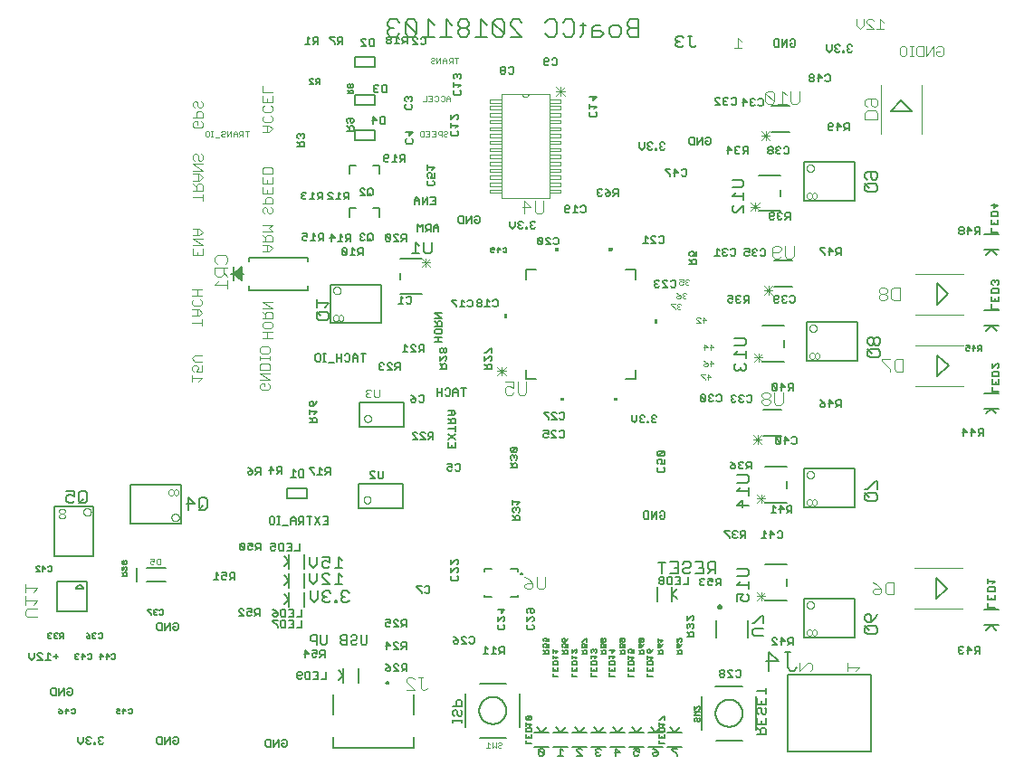
<source format=gbo>
G04 EAGLE Gerber RS-274X export*
G75*
%MOMM*%
%FSLAX34Y34*%
%LPD*%
%INBottom Silkscreen*%
%IPPOS*%
%AMOC8*
5,1,8,0,0,1.08239X$1,22.5*%
G01*
%ADD10C,0.076200*%
%ADD11C,0.152400*%
%ADD12C,0.203200*%
%ADD13C,0.127000*%
%ADD14C,0.254000*%
%ADD15C,0.101600*%
%ADD16C,0.050800*%
%ADD17C,0.000000*%
%ADD18C,0.200000*%
%ADD19C,0.140000*%

G36*
X563987Y475897D02*
X563987Y475897D01*
X563989Y475896D01*
X564032Y475916D01*
X564075Y475934D01*
X564076Y475936D01*
X564078Y475937D01*
X564111Y476022D01*
X564111Y478562D01*
X564110Y478564D01*
X564111Y478566D01*
X564091Y478609D01*
X564073Y478653D01*
X564071Y478653D01*
X564070Y478655D01*
X563985Y478688D01*
X560175Y478688D01*
X560173Y478687D01*
X560171Y478688D01*
X560128Y478668D01*
X560084Y478650D01*
X560083Y478648D01*
X560081Y478647D01*
X560049Y478562D01*
X560049Y476022D01*
X560049Y476020D01*
X560049Y476018D01*
X560068Y475975D01*
X560087Y475931D01*
X560089Y475930D01*
X560090Y475929D01*
X560175Y475896D01*
X563985Y475896D01*
X563987Y475897D01*
G37*
G36*
X513987Y475897D02*
X513987Y475897D01*
X513989Y475896D01*
X514032Y475916D01*
X514075Y475934D01*
X514076Y475936D01*
X514078Y475937D01*
X514111Y476022D01*
X514111Y478562D01*
X514110Y478564D01*
X514111Y478566D01*
X514091Y478609D01*
X514073Y478653D01*
X514071Y478653D01*
X514070Y478655D01*
X513985Y478688D01*
X510175Y478688D01*
X510173Y478687D01*
X510171Y478688D01*
X510128Y478668D01*
X510084Y478650D01*
X510083Y478648D01*
X510081Y478647D01*
X510049Y478562D01*
X510049Y476022D01*
X510049Y476020D01*
X510049Y476018D01*
X510068Y475975D01*
X510087Y475931D01*
X510089Y475930D01*
X510090Y475929D01*
X510175Y475896D01*
X513985Y475896D01*
X513987Y475897D01*
G37*
G36*
X465704Y412614D02*
X465704Y412614D01*
X465706Y412613D01*
X465749Y412633D01*
X465792Y412651D01*
X465793Y412653D01*
X465795Y412654D01*
X465828Y412739D01*
X465828Y416549D01*
X465827Y416551D01*
X465828Y416553D01*
X465808Y416596D01*
X465790Y416640D01*
X465788Y416640D01*
X465787Y416642D01*
X465702Y416675D01*
X463162Y416675D01*
X463160Y416674D01*
X463158Y416675D01*
X463115Y416655D01*
X463071Y416637D01*
X463070Y416635D01*
X463068Y416634D01*
X463036Y416549D01*
X463036Y412739D01*
X463036Y412737D01*
X463036Y412735D01*
X463055Y412692D01*
X463074Y412648D01*
X463076Y412647D01*
X463077Y412646D01*
X463162Y412613D01*
X465702Y412613D01*
X465704Y412614D01*
G37*
G36*
X606000Y407614D02*
X606000Y407614D01*
X606002Y407613D01*
X606045Y407633D01*
X606088Y407651D01*
X606089Y407653D01*
X606091Y407654D01*
X606124Y407739D01*
X606124Y411549D01*
X606123Y411551D01*
X606124Y411553D01*
X606104Y411596D01*
X606086Y411640D01*
X606084Y411640D01*
X606083Y411642D01*
X605998Y411675D01*
X603458Y411675D01*
X603456Y411674D01*
X603454Y411675D01*
X603411Y411655D01*
X603367Y411637D01*
X603366Y411635D01*
X603364Y411634D01*
X603332Y411549D01*
X603332Y407739D01*
X603332Y407737D01*
X603332Y407735D01*
X603351Y407692D01*
X603370Y407648D01*
X603372Y407647D01*
X603373Y407646D01*
X603458Y407613D01*
X605998Y407613D01*
X606000Y407614D01*
G37*
G36*
X518987Y335601D02*
X518987Y335601D01*
X518989Y335600D01*
X519032Y335620D01*
X519075Y335638D01*
X519076Y335640D01*
X519078Y335641D01*
X519111Y335726D01*
X519111Y338266D01*
X519110Y338268D01*
X519111Y338270D01*
X519091Y338313D01*
X519073Y338357D01*
X519071Y338357D01*
X519070Y338359D01*
X518985Y338392D01*
X515175Y338392D01*
X515173Y338391D01*
X515171Y338392D01*
X515128Y338372D01*
X515084Y338354D01*
X515083Y338352D01*
X515081Y338351D01*
X515049Y338266D01*
X515049Y335726D01*
X515049Y335724D01*
X515049Y335722D01*
X515068Y335679D01*
X515087Y335635D01*
X515089Y335634D01*
X515090Y335633D01*
X515175Y335600D01*
X518985Y335600D01*
X518987Y335601D01*
G37*
G36*
X568987Y335601D02*
X568987Y335601D01*
X568989Y335600D01*
X569032Y335620D01*
X569075Y335638D01*
X569076Y335640D01*
X569078Y335641D01*
X569111Y335726D01*
X569111Y338266D01*
X569110Y338268D01*
X569111Y338270D01*
X569091Y338313D01*
X569073Y338357D01*
X569071Y338357D01*
X569070Y338359D01*
X568985Y338392D01*
X565175Y338392D01*
X565173Y338391D01*
X565171Y338392D01*
X565128Y338372D01*
X565084Y338354D01*
X565083Y338352D01*
X565081Y338351D01*
X565049Y338266D01*
X565049Y335726D01*
X565049Y335724D01*
X565049Y335722D01*
X565068Y335679D01*
X565087Y335635D01*
X565089Y335634D01*
X565090Y335633D01*
X565175Y335600D01*
X568985Y335600D01*
X568987Y335601D01*
G37*
D10*
X684614Y672132D02*
X681479Y675267D01*
X681479Y665861D01*
X684614Y665861D02*
X678344Y665861D01*
X180943Y595829D02*
X179376Y597397D01*
X180943Y595829D02*
X180943Y592694D01*
X179376Y591126D01*
X173105Y591126D01*
X171537Y592694D01*
X171537Y595829D01*
X173105Y597397D01*
X176240Y597397D01*
X176240Y594262D01*
X171537Y600481D02*
X180943Y600481D01*
X180943Y605184D01*
X179376Y606752D01*
X176240Y606752D01*
X174673Y605184D01*
X174673Y600481D01*
X180943Y614540D02*
X179376Y616107D01*
X180943Y614540D02*
X180943Y611404D01*
X179376Y609837D01*
X177808Y609837D01*
X176240Y611404D01*
X176240Y614540D01*
X174673Y616107D01*
X173105Y616107D01*
X171537Y614540D01*
X171537Y611404D01*
X173105Y609837D01*
X236601Y587121D02*
X242872Y587121D01*
X246007Y590256D01*
X242872Y593392D01*
X236601Y593392D01*
X241304Y593392D02*
X241304Y587121D01*
X246007Y601179D02*
X244439Y602747D01*
X246007Y601179D02*
X246007Y598044D01*
X244439Y596476D01*
X238169Y596476D01*
X236601Y598044D01*
X236601Y601179D01*
X238169Y602747D01*
X246007Y610534D02*
X244439Y612102D01*
X246007Y610534D02*
X246007Y607399D01*
X244439Y605831D01*
X238169Y605831D01*
X236601Y607399D01*
X236601Y610534D01*
X238169Y612102D01*
X246007Y615187D02*
X246007Y621457D01*
X246007Y615187D02*
X236601Y615187D01*
X236601Y621457D01*
X241304Y618322D02*
X241304Y615187D01*
X246007Y624542D02*
X236601Y624542D01*
X236601Y630812D01*
X244439Y517192D02*
X246007Y515624D01*
X246007Y512489D01*
X244439Y510921D01*
X242872Y510921D01*
X241304Y512489D01*
X241304Y515624D01*
X239736Y517192D01*
X238169Y517192D01*
X236601Y515624D01*
X236601Y512489D01*
X238169Y510921D01*
X236601Y520276D02*
X246007Y520276D01*
X246007Y524979D01*
X244439Y526547D01*
X241304Y526547D01*
X239736Y524979D01*
X239736Y520276D01*
X246007Y529631D02*
X246007Y535902D01*
X246007Y529631D02*
X236601Y529631D01*
X236601Y535902D01*
X241304Y532767D02*
X241304Y529631D01*
X246007Y538987D02*
X246007Y545257D01*
X246007Y538987D02*
X236601Y538987D01*
X236601Y545257D01*
X241304Y542122D02*
X241304Y538987D01*
X246007Y548342D02*
X236601Y548342D01*
X236601Y553045D01*
X238169Y554612D01*
X244439Y554612D01*
X246007Y553045D01*
X246007Y548342D01*
X181042Y526072D02*
X171636Y526072D01*
X181042Y522937D02*
X181042Y529207D01*
X181042Y532292D02*
X171636Y532292D01*
X181042Y532292D02*
X181042Y536995D01*
X179475Y538563D01*
X176339Y538563D01*
X174772Y536995D01*
X174772Y532292D01*
X174772Y535427D02*
X171636Y538563D01*
X171636Y541647D02*
X177907Y541647D01*
X181042Y544782D01*
X177907Y547918D01*
X171636Y547918D01*
X176339Y547918D02*
X176339Y541647D01*
X171636Y551002D02*
X181042Y551002D01*
X171636Y557273D01*
X181042Y557273D01*
X181042Y565060D02*
X179475Y566628D01*
X181042Y565060D02*
X181042Y561925D01*
X179475Y560357D01*
X177907Y560357D01*
X176339Y561925D01*
X176339Y565060D01*
X174772Y566628D01*
X173204Y566628D01*
X171636Y565060D01*
X171636Y561925D01*
X173204Y560357D01*
X180643Y478075D02*
X180643Y471804D01*
X171237Y471804D01*
X171237Y478075D01*
X175940Y474939D02*
X175940Y471804D01*
X171237Y481159D02*
X180643Y481159D01*
X171237Y487430D01*
X180643Y487430D01*
X177507Y490514D02*
X171237Y490514D01*
X177507Y490514D02*
X180643Y493650D01*
X177507Y496785D01*
X171237Y496785D01*
X175940Y496785D02*
X175940Y490514D01*
X236601Y475361D02*
X242872Y475361D01*
X246007Y478496D01*
X242872Y481632D01*
X236601Y481632D01*
X241304Y481632D02*
X241304Y475361D01*
X236601Y484716D02*
X246007Y484716D01*
X246007Y489419D01*
X244439Y490987D01*
X241304Y490987D01*
X239736Y489419D01*
X239736Y484716D01*
X239736Y487852D02*
X236601Y490987D01*
X236601Y494071D02*
X246007Y494071D01*
X242872Y497207D01*
X246007Y500342D01*
X236601Y500342D01*
X180313Y408906D02*
X170907Y408906D01*
X180313Y405771D02*
X180313Y412041D01*
X177178Y415126D02*
X170907Y415126D01*
X177178Y415126D02*
X180313Y418261D01*
X177178Y421397D01*
X170907Y421397D01*
X175610Y421397D02*
X175610Y415126D01*
X180313Y429184D02*
X178745Y430752D01*
X180313Y429184D02*
X180313Y426049D01*
X178745Y424481D01*
X172475Y424481D01*
X170907Y426049D01*
X170907Y429184D01*
X172475Y430752D01*
X170907Y433836D02*
X180313Y433836D01*
X175610Y433836D02*
X175610Y440107D01*
X180313Y440107D02*
X170907Y440107D01*
X236601Y394081D02*
X246007Y394081D01*
X241304Y394081D02*
X241304Y400352D01*
X246007Y400352D02*
X236601Y400352D01*
X246007Y405004D02*
X246007Y408139D01*
X246007Y405004D02*
X244439Y403436D01*
X238169Y403436D01*
X236601Y405004D01*
X236601Y408139D01*
X238169Y409707D01*
X244439Y409707D01*
X246007Y408139D01*
X246007Y412791D02*
X236601Y412791D01*
X246007Y412791D02*
X246007Y417494D01*
X244439Y419062D01*
X241304Y419062D01*
X239736Y417494D01*
X239736Y412791D01*
X239736Y415927D02*
X236601Y419062D01*
X236601Y422147D02*
X246007Y422147D01*
X236601Y428417D01*
X246007Y428417D01*
X867108Y666079D02*
X868676Y667647D01*
X871811Y667647D01*
X873379Y666079D01*
X873379Y659809D01*
X871811Y658241D01*
X868676Y658241D01*
X867108Y659809D01*
X867108Y662944D01*
X870244Y662944D01*
X864024Y658241D02*
X864024Y667647D01*
X857753Y658241D01*
X857753Y667647D01*
X854669Y667647D02*
X854669Y658241D01*
X849966Y658241D01*
X848398Y659809D01*
X848398Y666079D01*
X849966Y667647D01*
X854669Y667647D01*
X845313Y658241D02*
X842178Y658241D01*
X843746Y658241D02*
X843746Y667647D01*
X845313Y667647D02*
X842178Y667647D01*
X837509Y667647D02*
X834374Y667647D01*
X837509Y667647D02*
X839077Y666079D01*
X839077Y659809D01*
X837509Y658241D01*
X834374Y658241D01*
X832806Y659809D01*
X832806Y666079D01*
X834374Y667647D01*
X817499Y689912D02*
X814364Y693047D01*
X814364Y683641D01*
X817499Y683641D02*
X811228Y683641D01*
X808144Y683641D02*
X801873Y683641D01*
X808144Y683641D02*
X801873Y689912D01*
X801873Y691479D01*
X803441Y693047D01*
X806576Y693047D01*
X808144Y691479D01*
X798789Y693047D02*
X798789Y686776D01*
X795653Y683641D01*
X792518Y686776D01*
X792518Y693047D01*
D11*
X334518Y116085D02*
X334518Y108883D01*
X333077Y107442D01*
X330196Y107442D01*
X328756Y108883D01*
X328756Y116085D01*
X320841Y116085D02*
X319401Y114645D01*
X320841Y116085D02*
X323722Y116085D01*
X325163Y114645D01*
X325163Y113204D01*
X323722Y111764D01*
X320841Y111764D01*
X319401Y110323D01*
X319401Y108883D01*
X320841Y107442D01*
X323722Y107442D01*
X325163Y108883D01*
X315808Y107442D02*
X315808Y116085D01*
X311486Y116085D01*
X310045Y114645D01*
X310045Y113204D01*
X311486Y111764D01*
X310045Y110323D01*
X310045Y108883D01*
X311486Y107442D01*
X315808Y107442D01*
X315808Y111764D02*
X311486Y111764D01*
X297097Y108883D02*
X297097Y116085D01*
X297097Y108883D02*
X295657Y107442D01*
X292776Y107442D01*
X291335Y108883D01*
X291335Y116085D01*
X287742Y116085D02*
X287742Y107442D01*
X287742Y116085D02*
X283420Y116085D01*
X281980Y114645D01*
X281980Y111764D01*
X283420Y110323D01*
X287742Y110323D01*
D12*
X660439Y174202D02*
X660383Y184879D01*
X655044Y184851D01*
X653274Y183062D01*
X653293Y179503D01*
X655082Y177733D01*
X660420Y177761D01*
X656861Y177742D02*
X653321Y174165D01*
X648689Y184818D02*
X641571Y184781D01*
X648689Y184818D02*
X648745Y174141D01*
X641627Y174104D01*
X645158Y179461D02*
X648717Y179479D01*
X631657Y184729D02*
X629887Y182940D01*
X631657Y184729D02*
X635216Y184747D01*
X637005Y182977D01*
X637014Y181198D01*
X635244Y179409D01*
X631685Y179390D01*
X629915Y177601D01*
X629924Y175822D01*
X631713Y174052D01*
X635272Y174070D01*
X637042Y175859D01*
X625302Y184695D02*
X618184Y184658D01*
X625302Y184695D02*
X625357Y174018D01*
X618240Y173981D01*
X621771Y179338D02*
X625330Y179357D01*
X610105Y173938D02*
X610049Y184615D01*
X613608Y184634D02*
X606490Y184597D01*
D13*
X499745Y8895D02*
X499745Y4319D01*
X499745Y8895D02*
X498601Y10039D01*
X496313Y10039D01*
X495169Y8895D01*
X495169Y4319D01*
X496313Y3175D01*
X498601Y3175D01*
X499745Y4319D01*
X495169Y8895D01*
X515237Y10039D02*
X517525Y7751D01*
X515237Y10039D02*
X515237Y3175D01*
X517525Y3175D02*
X512949Y3175D01*
X530729Y3175D02*
X535305Y3175D01*
X530729Y7751D01*
X530729Y8895D01*
X531873Y10039D01*
X534161Y10039D01*
X535305Y8895D01*
X551941Y10039D02*
X553085Y8895D01*
X551941Y10039D02*
X549653Y10039D01*
X548509Y8895D01*
X548509Y7751D01*
X549653Y6607D01*
X550797Y6607D01*
X549653Y6607D02*
X548509Y5463D01*
X548509Y4319D01*
X549653Y3175D01*
X551941Y3175D01*
X553085Y4319D01*
X567433Y3175D02*
X567433Y10039D01*
X570865Y6607D01*
X566289Y6607D01*
X584069Y10039D02*
X588645Y10039D01*
X588645Y6607D01*
X586357Y7751D01*
X585213Y7751D01*
X584069Y6607D01*
X584069Y4319D01*
X585213Y3175D01*
X587501Y3175D01*
X588645Y4319D01*
X619629Y10039D02*
X624205Y10039D01*
X619629Y10039D02*
X619629Y8895D01*
X624205Y4319D01*
X624205Y3175D01*
D11*
X699262Y23622D02*
X707905Y23622D01*
X707905Y27944D01*
X706465Y29384D01*
X703584Y29384D01*
X702143Y27944D01*
X702143Y23622D01*
X702143Y26503D02*
X699262Y29384D01*
X707905Y32977D02*
X707905Y38739D01*
X707905Y32977D02*
X699262Y32977D01*
X699262Y38739D01*
X703584Y35858D02*
X703584Y32977D01*
X707905Y46654D02*
X706465Y48095D01*
X707905Y46654D02*
X707905Y43773D01*
X706465Y42332D01*
X705024Y42332D01*
X703584Y43773D01*
X703584Y46654D01*
X702143Y48095D01*
X700703Y48095D01*
X699262Y46654D01*
X699262Y43773D01*
X700703Y42332D01*
X707905Y51688D02*
X707905Y57450D01*
X707905Y51688D02*
X699262Y51688D01*
X699262Y57450D01*
X703584Y54569D02*
X703584Y51688D01*
X699262Y63924D02*
X707905Y63924D01*
X707905Y61043D02*
X707905Y66805D01*
X414782Y37116D02*
X414782Y34235D01*
X414782Y35675D02*
X423425Y35675D01*
X423425Y34235D02*
X423425Y37116D01*
X423425Y44793D02*
X421985Y46234D01*
X423425Y44793D02*
X423425Y41912D01*
X421985Y40472D01*
X420544Y40472D01*
X419104Y41912D01*
X419104Y44793D01*
X417663Y46234D01*
X416223Y46234D01*
X414782Y44793D01*
X414782Y41912D01*
X416223Y40472D01*
X414782Y49827D02*
X423425Y49827D01*
X423425Y54148D01*
X421985Y55589D01*
X419104Y55589D01*
X417663Y54148D01*
X417663Y49827D01*
D12*
X311404Y185934D02*
X307845Y189493D01*
X307845Y178816D01*
X311404Y178816D02*
X304286Y178816D01*
X299710Y189493D02*
X292592Y189493D01*
X299710Y189493D02*
X299710Y184155D01*
X296151Y185934D01*
X294371Y185934D01*
X292592Y184155D01*
X292592Y180596D01*
X294371Y178816D01*
X297931Y178816D01*
X299710Y180596D01*
X288016Y182375D02*
X288016Y189493D01*
X288016Y182375D02*
X284457Y178816D01*
X280898Y182375D01*
X280898Y189493D01*
X307845Y174253D02*
X311404Y170694D01*
X307845Y174253D02*
X307845Y163576D01*
X311404Y163576D02*
X304286Y163576D01*
X299710Y163576D02*
X292592Y163576D01*
X299710Y163576D02*
X292592Y170694D01*
X292592Y172474D01*
X294371Y174253D01*
X297931Y174253D01*
X299710Y172474D01*
X288016Y174253D02*
X288016Y167135D01*
X284457Y163576D01*
X280898Y167135D01*
X280898Y174253D01*
X315950Y157558D02*
X317730Y155778D01*
X315950Y157558D02*
X312391Y157558D01*
X310612Y155778D01*
X310612Y153999D01*
X312391Y152219D01*
X314171Y152219D01*
X312391Y152219D02*
X310612Y150440D01*
X310612Y148660D01*
X312391Y146881D01*
X315950Y146881D01*
X317730Y148660D01*
X306036Y148660D02*
X306036Y146881D01*
X306036Y148660D02*
X304256Y148660D01*
X304256Y146881D01*
X306036Y146881D01*
X300189Y155778D02*
X298409Y157558D01*
X294850Y157558D01*
X293071Y155778D01*
X293071Y153999D01*
X294850Y152219D01*
X296630Y152219D01*
X294850Y152219D02*
X293071Y150440D01*
X293071Y148660D01*
X294850Y146881D01*
X298409Y146881D01*
X300189Y148660D01*
X288495Y150440D02*
X288495Y157558D01*
X288495Y150440D02*
X284936Y146881D01*
X281377Y150440D01*
X281377Y157558D01*
D14*
X662738Y143048D02*
X662740Y143118D01*
X662746Y143187D01*
X662756Y143256D01*
X662769Y143324D01*
X662787Y143391D01*
X662808Y143458D01*
X662833Y143523D01*
X662862Y143586D01*
X662894Y143648D01*
X662930Y143708D01*
X662969Y143765D01*
X663011Y143821D01*
X663056Y143874D01*
X663104Y143924D01*
X663155Y143971D01*
X663209Y144016D01*
X663265Y144057D01*
X663323Y144095D01*
X663383Y144130D01*
X663446Y144162D01*
X663509Y144189D01*
X663575Y144213D01*
X663641Y144234D01*
X663709Y144250D01*
X663777Y144263D01*
X663846Y144272D01*
X663916Y144277D01*
X663985Y144278D01*
X664055Y144275D01*
X664124Y144268D01*
X664193Y144257D01*
X664261Y144243D01*
X664328Y144224D01*
X664394Y144202D01*
X664459Y144176D01*
X664522Y144146D01*
X664583Y144113D01*
X664642Y144077D01*
X664699Y144037D01*
X664754Y143994D01*
X664806Y143948D01*
X664856Y143899D01*
X664903Y143847D01*
X664946Y143793D01*
X664987Y143737D01*
X665024Y143678D01*
X665058Y143617D01*
X665089Y143555D01*
X665116Y143490D01*
X665139Y143425D01*
X665158Y143358D01*
X665174Y143290D01*
X665186Y143221D01*
X665194Y143152D01*
X665198Y143083D01*
X665198Y143013D01*
X665194Y142944D01*
X665186Y142875D01*
X665174Y142806D01*
X665158Y142738D01*
X665139Y142671D01*
X665116Y142606D01*
X665089Y142541D01*
X665058Y142479D01*
X665024Y142418D01*
X664987Y142359D01*
X664946Y142303D01*
X664903Y142249D01*
X664856Y142197D01*
X664806Y142148D01*
X664754Y142102D01*
X664699Y142059D01*
X664642Y142019D01*
X664583Y141983D01*
X664522Y141950D01*
X664459Y141920D01*
X664394Y141894D01*
X664328Y141872D01*
X664261Y141853D01*
X664193Y141839D01*
X664124Y141828D01*
X664055Y141821D01*
X663985Y141818D01*
X663916Y141819D01*
X663846Y141824D01*
X663777Y141833D01*
X663709Y141846D01*
X663641Y141862D01*
X663575Y141883D01*
X663509Y141907D01*
X663446Y141934D01*
X663383Y141966D01*
X663323Y142001D01*
X663265Y142039D01*
X663209Y142080D01*
X663155Y142125D01*
X663104Y142172D01*
X663056Y142222D01*
X663011Y142275D01*
X662969Y142331D01*
X662930Y142388D01*
X662894Y142448D01*
X662862Y142510D01*
X662833Y142573D01*
X662808Y142638D01*
X662787Y142705D01*
X662769Y142772D01*
X662756Y142840D01*
X662746Y142909D01*
X662740Y142978D01*
X662738Y143048D01*
D13*
X435096Y507682D02*
X436240Y508826D01*
X438528Y508826D01*
X439672Y507682D01*
X439672Y503106D01*
X438528Y501962D01*
X436240Y501962D01*
X435096Y503106D01*
X435096Y505394D01*
X437384Y505394D01*
X432188Y501962D02*
X432188Y508826D01*
X427612Y501962D01*
X427612Y508826D01*
X424703Y508826D02*
X424703Y501962D01*
X421272Y501962D01*
X420128Y503106D01*
X420128Y507682D01*
X421272Y508826D01*
X424703Y508826D01*
X650996Y581342D02*
X652140Y582486D01*
X654428Y582486D01*
X655572Y581342D01*
X655572Y576766D01*
X654428Y575622D01*
X652140Y575622D01*
X650996Y576766D01*
X650996Y579054D01*
X653284Y579054D01*
X648088Y575622D02*
X648088Y582486D01*
X643512Y575622D01*
X643512Y582486D01*
X640603Y582486D02*
X640603Y575622D01*
X637172Y575622D01*
X636028Y576766D01*
X636028Y581342D01*
X637172Y582486D01*
X640603Y582486D01*
X491674Y502602D02*
X490530Y503746D01*
X488242Y503746D01*
X487098Y502602D01*
X487098Y501458D01*
X488242Y500314D01*
X489386Y500314D01*
X488242Y500314D02*
X487098Y499170D01*
X487098Y498026D01*
X488242Y496882D01*
X490530Y496882D01*
X491674Y498026D01*
X484190Y498026D02*
X484190Y496882D01*
X484190Y498026D02*
X483046Y498026D01*
X483046Y496882D01*
X484190Y496882D01*
X480448Y502602D02*
X479304Y503746D01*
X477016Y503746D01*
X475872Y502602D01*
X475872Y501458D01*
X477016Y500314D01*
X478160Y500314D01*
X477016Y500314D02*
X475872Y499170D01*
X475872Y498026D01*
X477016Y496882D01*
X479304Y496882D01*
X480448Y498026D01*
X472963Y499170D02*
X472963Y503746D01*
X472963Y499170D02*
X470675Y496882D01*
X468388Y499170D01*
X468388Y503746D01*
X730095Y672920D02*
X731239Y674064D01*
X733527Y674064D01*
X734671Y672920D01*
X734671Y668344D01*
X733527Y667200D01*
X731239Y667200D01*
X730095Y668344D01*
X730095Y670632D01*
X732383Y670632D01*
X727187Y667200D02*
X727187Y674064D01*
X722611Y667200D01*
X722611Y674064D01*
X719702Y674064D02*
X719702Y667200D01*
X716271Y667200D01*
X715127Y668344D01*
X715127Y672920D01*
X716271Y674064D01*
X719702Y674064D01*
X786867Y668984D02*
X788011Y667840D01*
X786867Y668984D02*
X784579Y668984D01*
X783435Y667840D01*
X783435Y666696D01*
X784579Y665552D01*
X785723Y665552D01*
X784579Y665552D02*
X783435Y664408D01*
X783435Y663264D01*
X784579Y662120D01*
X786867Y662120D01*
X788011Y663264D01*
X780527Y663264D02*
X780527Y662120D01*
X780527Y663264D02*
X779383Y663264D01*
X779383Y662120D01*
X780527Y662120D01*
X776785Y667840D02*
X775641Y668984D01*
X773353Y668984D01*
X772209Y667840D01*
X772209Y666696D01*
X773353Y665552D01*
X774497Y665552D01*
X773353Y665552D02*
X772209Y664408D01*
X772209Y663264D01*
X773353Y662120D01*
X775641Y662120D01*
X776785Y663264D01*
X769300Y664408D02*
X769300Y668984D01*
X769300Y664408D02*
X767012Y662120D01*
X764724Y664408D01*
X764724Y668984D01*
X609319Y232104D02*
X608175Y230960D01*
X609319Y232104D02*
X611607Y232104D01*
X612751Y230960D01*
X612751Y226384D01*
X611607Y225240D01*
X609319Y225240D01*
X608175Y226384D01*
X608175Y228672D01*
X610463Y228672D01*
X605267Y225240D02*
X605267Y232104D01*
X600691Y225240D01*
X600691Y232104D01*
X597782Y232104D02*
X597782Y225240D01*
X594351Y225240D01*
X593207Y226384D01*
X593207Y230960D01*
X594351Y232104D01*
X597782Y232104D01*
X605411Y320961D02*
X604267Y322105D01*
X601979Y322105D01*
X600835Y320961D01*
X600835Y319817D01*
X601979Y318673D01*
X603123Y318673D01*
X601979Y318673D02*
X600835Y317529D01*
X600835Y316385D01*
X601979Y315241D01*
X604267Y315241D01*
X605411Y316385D01*
X597927Y316385D02*
X597927Y315241D01*
X597927Y316385D02*
X596783Y316385D01*
X596783Y315241D01*
X597927Y315241D01*
X594184Y320961D02*
X593041Y322105D01*
X590753Y322105D01*
X589609Y320961D01*
X589609Y319817D01*
X590753Y318673D01*
X591897Y318673D01*
X590753Y318673D02*
X589609Y317529D01*
X589609Y316385D01*
X590753Y315241D01*
X593041Y315241D01*
X594184Y316385D01*
X586700Y317529D02*
X586700Y322105D01*
X586700Y317529D02*
X584412Y315241D01*
X582124Y317529D01*
X582124Y322105D01*
X612751Y576400D02*
X611607Y577544D01*
X609319Y577544D01*
X608175Y576400D01*
X608175Y575256D01*
X609319Y574112D01*
X610463Y574112D01*
X609319Y574112D02*
X608175Y572968D01*
X608175Y571824D01*
X609319Y570680D01*
X611607Y570680D01*
X612751Y571824D01*
X605267Y571824D02*
X605267Y570680D01*
X605267Y571824D02*
X604123Y571824D01*
X604123Y570680D01*
X605267Y570680D01*
X601525Y576400D02*
X600381Y577544D01*
X598093Y577544D01*
X596949Y576400D01*
X596949Y575256D01*
X598093Y574112D01*
X599237Y574112D01*
X598093Y574112D02*
X596949Y572968D01*
X596949Y571824D01*
X598093Y570680D01*
X600381Y570680D01*
X601525Y571824D01*
X594040Y572968D02*
X594040Y577544D01*
X594040Y572968D02*
X591752Y570680D01*
X589464Y572968D01*
X589464Y577544D01*
X154300Y127826D02*
X153156Y126682D01*
X154300Y127826D02*
X156588Y127826D01*
X157732Y126682D01*
X157732Y122106D01*
X156588Y120962D01*
X154300Y120962D01*
X153156Y122106D01*
X153156Y124394D01*
X155444Y124394D01*
X150248Y120962D02*
X150248Y127826D01*
X145672Y120962D01*
X145672Y127826D01*
X142763Y127826D02*
X142763Y120962D01*
X139332Y120962D01*
X138188Y122106D01*
X138188Y126682D01*
X139332Y127826D01*
X142763Y127826D01*
X55240Y66866D02*
X54096Y65722D01*
X55240Y66866D02*
X57528Y66866D01*
X58672Y65722D01*
X58672Y61146D01*
X57528Y60002D01*
X55240Y60002D01*
X54096Y61146D01*
X54096Y63434D01*
X56384Y63434D01*
X51188Y60002D02*
X51188Y66866D01*
X46612Y60002D01*
X46612Y66866D01*
X43703Y66866D02*
X43703Y60002D01*
X40272Y60002D01*
X39128Y61146D01*
X39128Y65722D01*
X40272Y66866D01*
X43703Y66866D01*
X86670Y21146D02*
X87814Y20002D01*
X86670Y21146D02*
X84382Y21146D01*
X83238Y20002D01*
X83238Y18858D01*
X84382Y17714D01*
X85526Y17714D01*
X84382Y17714D02*
X83238Y16570D01*
X83238Y15426D01*
X84382Y14282D01*
X86670Y14282D01*
X87814Y15426D01*
X80330Y15426D02*
X80330Y14282D01*
X80330Y15426D02*
X79186Y15426D01*
X79186Y14282D01*
X80330Y14282D01*
X76588Y20002D02*
X75444Y21146D01*
X73156Y21146D01*
X72012Y20002D01*
X72012Y18858D01*
X73156Y17714D01*
X74300Y17714D01*
X73156Y17714D02*
X72012Y16570D01*
X72012Y15426D01*
X73156Y14282D01*
X75444Y14282D01*
X76588Y15426D01*
X69103Y16570D02*
X69103Y21146D01*
X69103Y16570D02*
X66815Y14282D01*
X64528Y16570D01*
X64528Y21146D01*
X45836Y96454D02*
X41260Y96454D01*
X43548Y98742D02*
X43548Y94166D01*
X38352Y97598D02*
X36064Y99886D01*
X36064Y93022D01*
X38352Y93022D02*
X33776Y93022D01*
X30868Y93022D02*
X26292Y93022D01*
X30868Y93022D02*
X26292Y97598D01*
X26292Y98742D01*
X27436Y99886D01*
X29724Y99886D01*
X30868Y98742D01*
X23383Y99886D02*
X23383Y95310D01*
X21095Y93022D01*
X18808Y95310D01*
X18808Y99886D01*
D15*
X418317Y651187D02*
X418317Y656271D01*
X420012Y656271D02*
X416622Y656271D01*
X414399Y656271D02*
X414399Y651187D01*
X414399Y656271D02*
X411857Y656271D01*
X411009Y655424D01*
X411009Y653729D01*
X411857Y652882D01*
X414399Y652882D01*
X412704Y652882D02*
X411009Y651187D01*
X408786Y651187D02*
X408786Y654577D01*
X407091Y656271D01*
X405396Y654577D01*
X405396Y651187D01*
X405396Y653729D02*
X408786Y653729D01*
X403173Y651187D02*
X403173Y656271D01*
X399783Y651187D01*
X399783Y656271D01*
X395017Y656271D02*
X394170Y655424D01*
X395017Y656271D02*
X396712Y656271D01*
X397559Y655424D01*
X397559Y654577D01*
X396712Y653729D01*
X395017Y653729D01*
X394170Y652882D01*
X394170Y652035D01*
X395017Y651187D01*
X396712Y651187D01*
X397559Y652035D01*
X412392Y619017D02*
X412392Y615627D01*
X412392Y619017D02*
X410697Y620711D01*
X409002Y619017D01*
X409002Y615627D01*
X409002Y618169D02*
X412392Y618169D01*
X404237Y620711D02*
X403389Y619864D01*
X404237Y620711D02*
X405931Y620711D01*
X406779Y619864D01*
X406779Y616475D01*
X405931Y615627D01*
X404237Y615627D01*
X403389Y616475D01*
X398623Y620711D02*
X397776Y619864D01*
X398623Y620711D02*
X400318Y620711D01*
X401166Y619864D01*
X401166Y616475D01*
X400318Y615627D01*
X398623Y615627D01*
X397776Y616475D01*
X395553Y620711D02*
X392163Y620711D01*
X395553Y620711D02*
X395553Y615627D01*
X392163Y615627D01*
X393858Y618169D02*
X395553Y618169D01*
X389939Y620711D02*
X389939Y615627D01*
X386550Y615627D01*
X407310Y587691D02*
X406462Y586844D01*
X407310Y587691D02*
X409004Y587691D01*
X409852Y586844D01*
X409852Y585997D01*
X409004Y585149D01*
X407310Y585149D01*
X406462Y584302D01*
X406462Y583455D01*
X407310Y582607D01*
X409004Y582607D01*
X409852Y583455D01*
X404239Y582607D02*
X404239Y587691D01*
X401697Y587691D01*
X400849Y586844D01*
X400849Y585149D01*
X401697Y584302D01*
X404239Y584302D01*
X398626Y587691D02*
X395236Y587691D01*
X398626Y587691D02*
X398626Y582607D01*
X395236Y582607D01*
X396931Y585149D02*
X398626Y585149D01*
X393013Y587691D02*
X389623Y587691D01*
X393013Y587691D02*
X393013Y582607D01*
X389623Y582607D01*
X391318Y585149D02*
X393013Y585149D01*
X387399Y587691D02*
X387399Y582607D01*
X384857Y582607D01*
X384010Y583455D01*
X384010Y586844D01*
X384857Y587691D01*
X387399Y587691D01*
D13*
X393780Y526049D02*
X398356Y526049D01*
X398356Y519186D01*
X393780Y519186D01*
X396068Y522618D02*
X398356Y522618D01*
X390872Y526049D02*
X390872Y519186D01*
X386296Y519186D02*
X390872Y526049D01*
X386296Y526049D02*
X386296Y519186D01*
X383388Y519186D02*
X383388Y523762D01*
X381100Y526049D01*
X378812Y523762D01*
X378812Y519186D01*
X378812Y522618D02*
X383388Y522618D01*
X401439Y498361D02*
X401439Y493785D01*
X401439Y498361D02*
X399151Y500649D01*
X396863Y498361D01*
X396863Y493785D01*
X396863Y497217D02*
X401439Y497217D01*
X393955Y493785D02*
X393955Y500649D01*
X390523Y500649D01*
X389379Y499505D01*
X389379Y497217D01*
X390523Y496073D01*
X393955Y496073D01*
X391667Y496073D02*
X389379Y493785D01*
X386470Y493785D02*
X386470Y500649D01*
X384183Y498361D01*
X381895Y500649D01*
X381895Y493785D01*
X397960Y390549D02*
X404824Y390549D01*
X401392Y390549D02*
X401392Y395125D01*
X404824Y395125D02*
X397960Y395125D01*
X404824Y399177D02*
X404824Y401465D01*
X404824Y399177D02*
X403680Y398033D01*
X399104Y398033D01*
X397960Y399177D01*
X397960Y401465D01*
X399104Y402609D01*
X403680Y402609D01*
X404824Y401465D01*
X404824Y405518D02*
X397960Y405518D01*
X404824Y405518D02*
X404824Y408949D01*
X403680Y410093D01*
X401392Y410093D01*
X400248Y408949D01*
X400248Y405518D01*
X400248Y407806D02*
X397960Y410093D01*
X397960Y413002D02*
X404824Y413002D01*
X397960Y417578D01*
X404824Y417578D01*
X417386Y296696D02*
X417386Y292120D01*
X410522Y292120D01*
X410522Y296696D01*
X413954Y294408D02*
X413954Y292120D01*
X417386Y299604D02*
X410522Y304180D01*
X410522Y299604D02*
X417386Y304180D01*
X417386Y309376D02*
X410522Y309376D01*
X417386Y307088D02*
X417386Y311664D01*
X417386Y314572D02*
X410522Y314572D01*
X417386Y314572D02*
X417386Y318004D01*
X416242Y319148D01*
X413954Y319148D01*
X412810Y318004D01*
X412810Y314572D01*
X412810Y316860D02*
X410522Y319148D01*
X410522Y322057D02*
X415098Y322057D01*
X417386Y324345D01*
X415098Y326633D01*
X410522Y326633D01*
X413954Y326633D02*
X413954Y322057D01*
X424809Y340379D02*
X424809Y347243D01*
X427097Y347243D02*
X422521Y347243D01*
X419613Y344955D02*
X419613Y340379D01*
X419613Y344955D02*
X417325Y347243D01*
X415037Y344955D01*
X415037Y340379D01*
X415037Y343811D02*
X419613Y343811D01*
X408697Y347243D02*
X407553Y346099D01*
X408697Y347243D02*
X410985Y347243D01*
X412129Y346099D01*
X412129Y341523D01*
X410985Y340379D01*
X408697Y340379D01*
X407553Y341523D01*
X404645Y340379D02*
X404645Y347243D01*
X404645Y343811D02*
X400069Y343811D01*
X400069Y347243D02*
X400069Y340379D01*
D10*
X179967Y356576D02*
X176832Y353441D01*
X179967Y356576D02*
X170561Y356576D01*
X170561Y353441D02*
X170561Y359712D01*
X179967Y362796D02*
X179967Y369067D01*
X179967Y362796D02*
X175264Y362796D01*
X176832Y365932D01*
X176832Y367499D01*
X175264Y369067D01*
X172129Y369067D01*
X170561Y367499D01*
X170561Y364364D01*
X172129Y362796D01*
X173696Y372151D02*
X179967Y372151D01*
X173696Y372151D02*
X170561Y375287D01*
X173696Y378422D01*
X179967Y378422D01*
X241899Y352092D02*
X243467Y350524D01*
X243467Y347389D01*
X241899Y345821D01*
X235629Y345821D01*
X234061Y347389D01*
X234061Y350524D01*
X235629Y352092D01*
X238764Y352092D01*
X238764Y348956D01*
X234061Y355176D02*
X243467Y355176D01*
X234061Y361447D01*
X243467Y361447D01*
X243467Y364531D02*
X234061Y364531D01*
X234061Y369234D01*
X235629Y370802D01*
X241899Y370802D01*
X243467Y369234D01*
X243467Y364531D01*
X234061Y373887D02*
X234061Y377022D01*
X234061Y375454D02*
X243467Y375454D01*
X243467Y373887D02*
X243467Y377022D01*
X243467Y381691D02*
X243467Y384826D01*
X243467Y381691D02*
X241899Y380123D01*
X235629Y380123D01*
X234061Y381691D01*
X234061Y384826D01*
X235629Y386394D01*
X241899Y386394D01*
X243467Y384826D01*
D13*
X154300Y21146D02*
X153156Y20002D01*
X154300Y21146D02*
X156588Y21146D01*
X157732Y20002D01*
X157732Y15426D01*
X156588Y14282D01*
X154300Y14282D01*
X153156Y15426D01*
X153156Y17714D01*
X155444Y17714D01*
X150248Y14282D02*
X150248Y21146D01*
X145672Y14282D01*
X145672Y21146D01*
X142763Y21146D02*
X142763Y14282D01*
X139332Y14282D01*
X138188Y15426D01*
X138188Y20002D01*
X139332Y21146D01*
X142763Y21146D01*
X254756Y17462D02*
X255900Y18606D01*
X258188Y18606D01*
X259332Y17462D01*
X259332Y12886D01*
X258188Y11742D01*
X255900Y11742D01*
X254756Y12886D01*
X254756Y15174D01*
X257044Y15174D01*
X251848Y11742D02*
X251848Y18606D01*
X247272Y11742D01*
X247272Y18606D01*
X244363Y18606D02*
X244363Y11742D01*
X240932Y11742D01*
X239788Y12886D01*
X239788Y17462D01*
X240932Y18606D01*
X244363Y18606D01*
X293215Y227024D02*
X297791Y227024D01*
X297791Y220160D01*
X293215Y220160D01*
X295503Y223592D02*
X297791Y223592D01*
X290307Y227024D02*
X285731Y220160D01*
X290307Y220160D02*
X285731Y227024D01*
X280535Y227024D02*
X280535Y220160D01*
X282822Y227024D02*
X278247Y227024D01*
X275338Y227024D02*
X275338Y220160D01*
X275338Y227024D02*
X271906Y227024D01*
X270762Y225880D01*
X270762Y223592D01*
X271906Y222448D01*
X275338Y222448D01*
X273050Y222448D02*
X270762Y220160D01*
X267854Y220160D02*
X267854Y224736D01*
X265566Y227024D01*
X263278Y224736D01*
X263278Y220160D01*
X263278Y223592D02*
X267854Y223592D01*
X260370Y219016D02*
X255794Y219016D01*
X252886Y220160D02*
X250598Y220160D01*
X251742Y220160D02*
X251742Y227024D01*
X252886Y227024D02*
X250598Y227024D01*
X246752Y227024D02*
X244464Y227024D01*
X246752Y227024D02*
X247896Y225880D01*
X247896Y221304D01*
X246752Y220160D01*
X244464Y220160D01*
X243320Y221304D01*
X243320Y225880D01*
X244464Y227024D01*
X331063Y372560D02*
X331063Y379424D01*
X333351Y379424D02*
X328775Y379424D01*
X325867Y377136D02*
X325867Y372560D01*
X325867Y377136D02*
X323579Y379424D01*
X321291Y377136D01*
X321291Y372560D01*
X321291Y375992D02*
X325867Y375992D01*
X314951Y379424D02*
X313807Y378280D01*
X314951Y379424D02*
X317238Y379424D01*
X318382Y378280D01*
X318382Y373704D01*
X317238Y372560D01*
X314951Y372560D01*
X313807Y373704D01*
X310898Y372560D02*
X310898Y379424D01*
X310898Y375992D02*
X306322Y375992D01*
X306322Y379424D02*
X306322Y372560D01*
X303414Y371416D02*
X298838Y371416D01*
X295930Y372560D02*
X293642Y372560D01*
X294786Y372560D02*
X294786Y379424D01*
X295930Y379424D02*
X293642Y379424D01*
X289797Y379424D02*
X287509Y379424D01*
X289797Y379424D02*
X290941Y378280D01*
X290941Y373704D01*
X289797Y372560D01*
X287509Y372560D01*
X286365Y373704D01*
X286365Y378280D01*
X287509Y379424D01*
D15*
X222465Y582607D02*
X222465Y587691D01*
X220771Y587691D02*
X224160Y587691D01*
X218547Y587691D02*
X218547Y582607D01*
X218547Y587691D02*
X216005Y587691D01*
X215157Y586844D01*
X215157Y585149D01*
X216005Y584302D01*
X218547Y584302D01*
X216852Y584302D02*
X215157Y582607D01*
X212934Y582607D02*
X212934Y585997D01*
X211239Y587691D01*
X209544Y585997D01*
X209544Y582607D01*
X209544Y585149D02*
X212934Y585149D01*
X207321Y582607D02*
X207321Y587691D01*
X203931Y582607D01*
X203931Y587691D01*
X199166Y587691D02*
X198318Y586844D01*
X199166Y587691D02*
X200860Y587691D01*
X201708Y586844D01*
X201708Y585997D01*
X200860Y585149D01*
X199166Y585149D01*
X198318Y584302D01*
X198318Y583455D01*
X199166Y582607D01*
X200860Y582607D01*
X201708Y583455D01*
X196095Y581760D02*
X192705Y581760D01*
X190482Y582607D02*
X188787Y582607D01*
X189634Y582607D02*
X189634Y587691D01*
X188787Y587691D02*
X190482Y587691D01*
X185892Y587691D02*
X184197Y587691D01*
X185892Y587691D02*
X186740Y586844D01*
X186740Y583455D01*
X185892Y582607D01*
X184197Y582607D01*
X183350Y583455D01*
X183350Y586844D01*
X184197Y587691D01*
D11*
X588518Y676402D02*
X588518Y692672D01*
X580383Y692672D01*
X577671Y689960D01*
X577671Y687249D01*
X580383Y684537D01*
X577671Y681825D01*
X577671Y679114D01*
X580383Y676402D01*
X588518Y676402D01*
X588518Y684537D02*
X580383Y684537D01*
X569435Y676402D02*
X564012Y676402D01*
X561300Y679114D01*
X561300Y684537D01*
X564012Y687249D01*
X569435Y687249D01*
X572146Y684537D01*
X572146Y679114D01*
X569435Y676402D01*
X553063Y687249D02*
X547640Y687249D01*
X544928Y684537D01*
X544928Y676402D01*
X553063Y676402D01*
X555775Y679114D01*
X553063Y681825D01*
X544928Y681825D01*
X536692Y679114D02*
X536692Y689960D01*
X536692Y679114D02*
X533980Y676402D01*
X533980Y687249D02*
X539403Y687249D01*
X520354Y692672D02*
X517642Y689960D01*
X520354Y692672D02*
X525777Y692672D01*
X528489Y689960D01*
X528489Y679114D01*
X525777Y676402D01*
X520354Y676402D01*
X517642Y679114D01*
X503982Y692672D02*
X501271Y689960D01*
X503982Y692672D02*
X509406Y692672D01*
X512117Y689960D01*
X512117Y679114D01*
X509406Y676402D01*
X503982Y676402D01*
X501271Y679114D01*
X479374Y676402D02*
X468528Y676402D01*
X479374Y676402D02*
X468528Y687249D01*
X468528Y689960D01*
X471239Y692672D01*
X476663Y692672D01*
X479374Y689960D01*
X463003Y689960D02*
X463003Y679114D01*
X463003Y689960D02*
X460291Y692672D01*
X454868Y692672D01*
X452156Y689960D01*
X452156Y679114D01*
X454868Y676402D01*
X460291Y676402D01*
X463003Y679114D01*
X452156Y689960D01*
X446631Y687249D02*
X441208Y692672D01*
X441208Y676402D01*
X446631Y676402D02*
X435785Y676402D01*
X430260Y689960D02*
X427548Y692672D01*
X422125Y692672D01*
X419413Y689960D01*
X419413Y687249D01*
X422125Y684537D01*
X419413Y681825D01*
X419413Y679114D01*
X422125Y676402D01*
X427548Y676402D01*
X430260Y679114D01*
X430260Y681825D01*
X427548Y684537D01*
X430260Y687249D01*
X430260Y689960D01*
X427548Y684537D02*
X422125Y684537D01*
X413888Y687249D02*
X408465Y692672D01*
X408465Y676402D01*
X413888Y676402D02*
X403041Y676402D01*
X397516Y687249D02*
X392093Y692672D01*
X392093Y676402D01*
X397516Y676402D02*
X386670Y676402D01*
X381145Y679114D02*
X381145Y689960D01*
X378433Y692672D01*
X373010Y692672D01*
X370298Y689960D01*
X370298Y679114D01*
X373010Y676402D01*
X378433Y676402D01*
X381145Y679114D01*
X370298Y689960D01*
X364773Y689960D02*
X362062Y692672D01*
X356638Y692672D01*
X353927Y689960D01*
X353927Y687249D01*
X356638Y684537D01*
X359350Y684537D01*
X356638Y684537D02*
X353927Y681825D01*
X353927Y679114D01*
X356638Y676402D01*
X362062Y676402D01*
X364773Y679114D01*
D16*
X634880Y449331D02*
X635812Y448399D01*
X634880Y449331D02*
X633016Y449331D01*
X632084Y448399D01*
X632084Y447467D01*
X633016Y446534D01*
X633948Y446534D01*
X633016Y446534D02*
X632084Y445602D01*
X632084Y444670D01*
X633016Y443738D01*
X634880Y443738D01*
X635812Y444670D01*
X630199Y449331D02*
X626471Y449331D01*
X630199Y449331D02*
X630199Y446534D01*
X628335Y447467D01*
X627403Y447467D01*
X626471Y446534D01*
X626471Y444670D01*
X627403Y443738D01*
X629267Y443738D01*
X630199Y444670D01*
X632340Y436631D02*
X633272Y435699D01*
X632340Y436631D02*
X630476Y436631D01*
X629544Y435699D01*
X629544Y434767D01*
X630476Y433834D01*
X631408Y433834D01*
X630476Y433834D02*
X629544Y432902D01*
X629544Y431970D01*
X630476Y431038D01*
X632340Y431038D01*
X633272Y431970D01*
X625795Y435699D02*
X623931Y436631D01*
X625795Y435699D02*
X627659Y433834D01*
X627659Y431970D01*
X626727Y431038D01*
X624863Y431038D01*
X623931Y431970D01*
X623931Y432902D01*
X624863Y433834D01*
X627659Y433834D01*
X627260Y426471D02*
X628192Y425539D01*
X627260Y426471D02*
X625396Y426471D01*
X624464Y425539D01*
X624464Y424607D01*
X625396Y423674D01*
X626328Y423674D01*
X625396Y423674D02*
X624464Y422742D01*
X624464Y421810D01*
X625396Y420878D01*
X627260Y420878D01*
X628192Y421810D01*
X622579Y426471D02*
X618851Y426471D01*
X618851Y425539D01*
X622579Y421810D01*
X622579Y420878D01*
X649059Y413771D02*
X649059Y408178D01*
X651855Y410974D02*
X649059Y413771D01*
X648126Y410974D02*
X651855Y410974D01*
X646242Y408178D02*
X642513Y408178D01*
X646242Y408178D02*
X642513Y411907D01*
X642513Y412839D01*
X643445Y413771D01*
X645310Y413771D01*
X646242Y412839D01*
X655876Y388371D02*
X655876Y382778D01*
X658672Y385574D02*
X655876Y388371D01*
X654944Y385574D02*
X658672Y385574D01*
X650263Y382778D02*
X650263Y388371D01*
X653059Y385574D01*
X649331Y385574D01*
X653336Y360431D02*
X653336Y354838D01*
X656132Y357634D02*
X653336Y360431D01*
X652404Y357634D02*
X656132Y357634D01*
X650519Y360431D02*
X646791Y360431D01*
X646791Y359499D01*
X650519Y355770D01*
X650519Y354838D01*
X655876Y367538D02*
X655876Y373131D01*
X658672Y370334D01*
X654944Y370334D01*
X651195Y372199D02*
X649331Y373131D01*
X651195Y372199D02*
X653059Y370334D01*
X653059Y368470D01*
X652127Y367538D01*
X650263Y367538D01*
X649331Y368470D01*
X649331Y369402D01*
X650263Y370334D01*
X653059Y370334D01*
D13*
X601849Y10039D02*
X604137Y8895D01*
X606425Y6607D01*
X606425Y4319D01*
X605281Y3175D01*
X602993Y3175D01*
X601849Y4319D01*
X601849Y5463D01*
X602993Y6607D01*
X606425Y6607D01*
X347980Y444500D02*
X300736Y444500D01*
X347980Y444500D02*
X347980Y408432D01*
X300736Y408432D01*
X300736Y444500D01*
D16*
X302768Y438912D02*
X302770Y439031D01*
X302776Y439150D01*
X302786Y439268D01*
X302800Y439386D01*
X302818Y439503D01*
X302839Y439620D01*
X302865Y439736D01*
X302894Y439851D01*
X302928Y439966D01*
X302965Y440078D01*
X303006Y440190D01*
X303050Y440300D01*
X303098Y440409D01*
X303150Y440516D01*
X303206Y440621D01*
X303264Y440724D01*
X303327Y440825D01*
X303392Y440925D01*
X303461Y441021D01*
X303533Y441116D01*
X303608Y441208D01*
X303687Y441297D01*
X303768Y441384D01*
X303852Y441468D01*
X303939Y441549D01*
X304028Y441628D01*
X304120Y441703D01*
X304215Y441775D01*
X304311Y441844D01*
X304411Y441909D01*
X304512Y441972D01*
X304615Y442030D01*
X304720Y442086D01*
X304827Y442138D01*
X304936Y442186D01*
X305046Y442230D01*
X305158Y442271D01*
X305270Y442308D01*
X305385Y442342D01*
X305500Y442371D01*
X305616Y442397D01*
X305733Y442418D01*
X305850Y442436D01*
X305968Y442450D01*
X306086Y442460D01*
X306205Y442466D01*
X306324Y442468D01*
X306443Y442466D01*
X306562Y442460D01*
X306680Y442450D01*
X306798Y442436D01*
X306915Y442418D01*
X307032Y442397D01*
X307148Y442371D01*
X307263Y442342D01*
X307378Y442308D01*
X307490Y442271D01*
X307602Y442230D01*
X307712Y442186D01*
X307821Y442138D01*
X307928Y442086D01*
X308033Y442030D01*
X308136Y441972D01*
X308237Y441909D01*
X308337Y441844D01*
X308433Y441775D01*
X308528Y441703D01*
X308620Y441628D01*
X308709Y441549D01*
X308796Y441468D01*
X308880Y441384D01*
X308961Y441297D01*
X309040Y441208D01*
X309115Y441116D01*
X309187Y441021D01*
X309256Y440925D01*
X309321Y440825D01*
X309384Y440724D01*
X309442Y440621D01*
X309498Y440516D01*
X309550Y440409D01*
X309598Y440300D01*
X309642Y440190D01*
X309683Y440078D01*
X309720Y439966D01*
X309754Y439851D01*
X309783Y439736D01*
X309809Y439620D01*
X309830Y439503D01*
X309848Y439386D01*
X309862Y439268D01*
X309872Y439150D01*
X309878Y439031D01*
X309880Y438912D01*
X309878Y438793D01*
X309872Y438674D01*
X309862Y438556D01*
X309848Y438438D01*
X309830Y438321D01*
X309809Y438204D01*
X309783Y438088D01*
X309754Y437973D01*
X309720Y437858D01*
X309683Y437746D01*
X309642Y437634D01*
X309598Y437524D01*
X309550Y437415D01*
X309498Y437308D01*
X309442Y437203D01*
X309384Y437100D01*
X309321Y436999D01*
X309256Y436899D01*
X309187Y436803D01*
X309115Y436708D01*
X309040Y436616D01*
X308961Y436527D01*
X308880Y436440D01*
X308796Y436356D01*
X308709Y436275D01*
X308620Y436196D01*
X308528Y436121D01*
X308433Y436049D01*
X308337Y435980D01*
X308237Y435915D01*
X308136Y435852D01*
X308033Y435794D01*
X307928Y435738D01*
X307821Y435686D01*
X307712Y435638D01*
X307602Y435594D01*
X307490Y435553D01*
X307378Y435516D01*
X307263Y435482D01*
X307148Y435453D01*
X307032Y435427D01*
X306915Y435406D01*
X306798Y435388D01*
X306680Y435374D01*
X306562Y435364D01*
X306443Y435358D01*
X306324Y435356D01*
X306205Y435358D01*
X306086Y435364D01*
X305968Y435374D01*
X305850Y435388D01*
X305733Y435406D01*
X305616Y435427D01*
X305500Y435453D01*
X305385Y435482D01*
X305270Y435516D01*
X305158Y435553D01*
X305046Y435594D01*
X304936Y435638D01*
X304827Y435686D01*
X304720Y435738D01*
X304615Y435794D01*
X304512Y435852D01*
X304411Y435915D01*
X304311Y435980D01*
X304215Y436049D01*
X304120Y436121D01*
X304028Y436196D01*
X303939Y436275D01*
X303852Y436356D01*
X303768Y436440D01*
X303687Y436527D01*
X303608Y436616D01*
X303533Y436708D01*
X303461Y436803D01*
X303392Y436899D01*
X303327Y436999D01*
X303264Y437100D01*
X303206Y437203D01*
X303150Y437308D01*
X303098Y437415D01*
X303050Y437524D01*
X303006Y437634D01*
X302965Y437746D01*
X302928Y437858D01*
X302894Y437973D01*
X302865Y438088D01*
X302839Y438204D01*
X302818Y438321D01*
X302800Y438438D01*
X302786Y438556D01*
X302776Y438674D01*
X302770Y438793D01*
X302768Y438912D01*
D15*
X312428Y411524D02*
X310903Y409999D01*
X312428Y411524D02*
X312428Y414575D01*
X310903Y416100D01*
X309377Y416100D01*
X307852Y414575D01*
X306327Y416100D01*
X304801Y416100D01*
X303276Y414575D01*
X303276Y411524D01*
X304801Y409999D01*
X306327Y409999D01*
X307852Y411524D01*
X309377Y409999D01*
X310903Y409999D01*
X307852Y411524D02*
X307852Y414575D01*
D13*
X297061Y411333D02*
X289435Y411333D01*
X297061Y411333D02*
X298968Y413240D01*
X298968Y417053D01*
X297061Y418960D01*
X289435Y418960D01*
X287528Y417053D01*
X287528Y413240D01*
X289435Y411333D01*
X291341Y415146D02*
X287528Y418960D01*
X295155Y423027D02*
X298968Y426840D01*
X287528Y426840D01*
X287528Y423027D02*
X287528Y430654D01*
D12*
X690394Y129666D02*
X690394Y113666D01*
X661394Y113666D02*
X661394Y129666D01*
X696470Y115570D02*
X705367Y115570D01*
X696470Y115570D02*
X694690Y117350D01*
X694690Y120909D01*
X696470Y122688D01*
X705367Y122688D01*
X705367Y127264D02*
X705367Y134382D01*
X703588Y134382D01*
X696470Y127264D01*
X694690Y127264D01*
X911426Y328505D02*
X925076Y328505D01*
X923013Y323555D02*
X918251Y328318D01*
X913488Y323555D01*
X911426Y342475D02*
X925076Y342475D01*
D11*
X925524Y343827D02*
X918914Y343827D01*
X918914Y348233D01*
X925524Y351311D02*
X925524Y355718D01*
X925524Y351311D02*
X918914Y351311D01*
X918914Y355718D01*
X922219Y353514D02*
X922219Y351311D01*
X925524Y358795D02*
X918914Y358795D01*
X918914Y362100D01*
X920016Y363202D01*
X924422Y363202D01*
X925524Y362100D01*
X925524Y358795D01*
X918914Y366280D02*
X918914Y370686D01*
X918914Y366280D02*
X923321Y370686D01*
X924422Y370686D01*
X925524Y369584D01*
X925524Y367381D01*
X924422Y366280D01*
D12*
X925324Y406291D02*
X911674Y406291D01*
X918499Y406104D02*
X923261Y401341D01*
X918499Y406104D02*
X913736Y401341D01*
X911674Y420261D02*
X925324Y420261D01*
D11*
X925256Y421667D02*
X918646Y421667D01*
X918646Y426073D01*
X925256Y429151D02*
X925256Y433558D01*
X925256Y429151D02*
X918646Y429151D01*
X918646Y433558D01*
X921951Y431354D02*
X921951Y429151D01*
X925256Y436635D02*
X918646Y436635D01*
X918646Y439940D01*
X919748Y441042D01*
X924154Y441042D01*
X925256Y439940D01*
X925256Y436635D01*
X924154Y444120D02*
X925256Y445221D01*
X925256Y447424D01*
X924154Y448526D01*
X923053Y448526D01*
X921951Y447424D01*
X921951Y446323D01*
X921951Y447424D02*
X920850Y448526D01*
X919748Y448526D01*
X918646Y447424D01*
X918646Y445221D01*
X919748Y444120D01*
D12*
X925319Y477195D02*
X911669Y477195D01*
X918494Y477008D02*
X923257Y472245D01*
X918494Y477008D02*
X913732Y472245D01*
X911669Y491165D02*
X925319Y491165D01*
D11*
X924596Y493281D02*
X917986Y493281D01*
X917986Y497688D01*
X924596Y500765D02*
X924596Y505172D01*
X924596Y500765D02*
X917986Y500765D01*
X917986Y505172D01*
X921291Y502969D02*
X921291Y500765D01*
X924596Y508250D02*
X917986Y508250D01*
X917986Y511554D01*
X919088Y512656D01*
X923494Y512656D01*
X924596Y511554D01*
X924596Y508250D01*
X924596Y519039D02*
X917986Y519039D01*
X921291Y515734D02*
X924596Y519039D01*
X921291Y520140D02*
X921291Y515734D01*
D12*
X925088Y125816D02*
X911438Y125816D01*
X918263Y125629D02*
X923025Y120866D01*
X918263Y125629D02*
X913500Y120866D01*
X911438Y139786D02*
X925088Y139786D01*
D11*
X921824Y141903D02*
X915215Y141903D01*
X915215Y146309D01*
X921824Y149387D02*
X921824Y153793D01*
X921824Y149387D02*
X915215Y149387D01*
X915215Y153793D01*
X918520Y151590D02*
X918520Y149387D01*
X921824Y156871D02*
X915215Y156871D01*
X915215Y160176D01*
X916316Y161277D01*
X920723Y161277D01*
X921824Y160176D01*
X921824Y156871D01*
X919621Y164355D02*
X921824Y166558D01*
X915215Y166558D01*
X915215Y164355D02*
X915215Y168761D01*
D12*
X44420Y166400D02*
X44420Y138400D01*
X72420Y138400D01*
X72420Y166400D01*
X44420Y166400D01*
X62420Y159400D02*
X62422Y159518D01*
X62428Y159636D01*
X62438Y159754D01*
X62452Y159871D01*
X62470Y159988D01*
X62492Y160105D01*
X62517Y160220D01*
X62547Y160334D01*
X62581Y160448D01*
X62618Y160560D01*
X62659Y160671D01*
X62704Y160780D01*
X62752Y160888D01*
X62804Y160994D01*
X62860Y161099D01*
X62919Y161201D01*
X62981Y161301D01*
X63047Y161399D01*
X63116Y161495D01*
X63189Y161589D01*
X63264Y161680D01*
X63343Y161768D01*
X63424Y161854D01*
X63509Y161937D01*
X63596Y162017D01*
X63685Y162094D01*
X63778Y162168D01*
X63872Y162238D01*
X63969Y162306D01*
X64069Y162370D01*
X64170Y162431D01*
X64273Y162488D01*
X64379Y162542D01*
X64486Y162593D01*
X64594Y162639D01*
X64704Y162682D01*
X64816Y162721D01*
X64929Y162757D01*
X65043Y162788D01*
X65158Y162816D01*
X65273Y162840D01*
X65390Y162860D01*
X65507Y162876D01*
X65625Y162888D01*
X65743Y162896D01*
X65861Y162900D01*
X65979Y162900D01*
X66097Y162896D01*
X66215Y162888D01*
X66333Y162876D01*
X66450Y162860D01*
X66567Y162840D01*
X66682Y162816D01*
X66797Y162788D01*
X66911Y162757D01*
X67024Y162721D01*
X67136Y162682D01*
X67246Y162639D01*
X67354Y162593D01*
X67461Y162542D01*
X67567Y162488D01*
X67670Y162431D01*
X67771Y162370D01*
X67871Y162306D01*
X67968Y162238D01*
X68062Y162168D01*
X68155Y162094D01*
X68244Y162017D01*
X68331Y161937D01*
X68416Y161854D01*
X68497Y161768D01*
X68576Y161680D01*
X68651Y161589D01*
X68724Y161495D01*
X68793Y161399D01*
X68859Y161301D01*
X68921Y161201D01*
X68980Y161099D01*
X69036Y160994D01*
X69088Y160888D01*
X69136Y160780D01*
X69181Y160671D01*
X69222Y160560D01*
X69259Y160448D01*
X69293Y160334D01*
X69323Y160220D01*
X69348Y160105D01*
X69370Y159988D01*
X69388Y159871D01*
X69402Y159754D01*
X69412Y159636D01*
X69418Y159518D01*
X69420Y159400D01*
X62420Y159400D01*
D15*
X26322Y133066D02*
X16577Y133066D01*
X14628Y135015D01*
X14628Y138913D01*
X16577Y140862D01*
X26322Y140862D01*
X22424Y144760D02*
X26322Y148658D01*
X14628Y148658D01*
X14628Y144760D02*
X14628Y152556D01*
X22424Y156454D02*
X26322Y160352D01*
X14628Y160352D01*
X14628Y156454D02*
X14628Y164250D01*
D13*
X113538Y220726D02*
X160782Y220726D01*
X113538Y220726D02*
X113538Y256794D01*
X160782Y256794D01*
X160782Y220726D01*
D16*
X151638Y226314D02*
X151640Y226433D01*
X151646Y226552D01*
X151656Y226670D01*
X151670Y226788D01*
X151688Y226905D01*
X151709Y227022D01*
X151735Y227138D01*
X151764Y227253D01*
X151798Y227368D01*
X151835Y227480D01*
X151876Y227592D01*
X151920Y227702D01*
X151968Y227811D01*
X152020Y227918D01*
X152076Y228023D01*
X152134Y228126D01*
X152197Y228227D01*
X152262Y228327D01*
X152331Y228423D01*
X152403Y228518D01*
X152478Y228610D01*
X152557Y228699D01*
X152638Y228786D01*
X152722Y228870D01*
X152809Y228951D01*
X152898Y229030D01*
X152990Y229105D01*
X153085Y229177D01*
X153181Y229246D01*
X153281Y229311D01*
X153382Y229374D01*
X153485Y229432D01*
X153590Y229488D01*
X153697Y229540D01*
X153806Y229588D01*
X153916Y229632D01*
X154028Y229673D01*
X154140Y229710D01*
X154255Y229744D01*
X154370Y229773D01*
X154486Y229799D01*
X154603Y229820D01*
X154720Y229838D01*
X154838Y229852D01*
X154956Y229862D01*
X155075Y229868D01*
X155194Y229870D01*
X155313Y229868D01*
X155432Y229862D01*
X155550Y229852D01*
X155668Y229838D01*
X155785Y229820D01*
X155902Y229799D01*
X156018Y229773D01*
X156133Y229744D01*
X156248Y229710D01*
X156360Y229673D01*
X156472Y229632D01*
X156582Y229588D01*
X156691Y229540D01*
X156798Y229488D01*
X156903Y229432D01*
X157006Y229374D01*
X157107Y229311D01*
X157207Y229246D01*
X157303Y229177D01*
X157398Y229105D01*
X157490Y229030D01*
X157579Y228951D01*
X157666Y228870D01*
X157750Y228786D01*
X157831Y228699D01*
X157910Y228610D01*
X157985Y228518D01*
X158057Y228423D01*
X158126Y228327D01*
X158191Y228227D01*
X158254Y228126D01*
X158312Y228023D01*
X158368Y227918D01*
X158420Y227811D01*
X158468Y227702D01*
X158512Y227592D01*
X158553Y227480D01*
X158590Y227368D01*
X158624Y227253D01*
X158653Y227138D01*
X158679Y227022D01*
X158700Y226905D01*
X158718Y226788D01*
X158732Y226670D01*
X158742Y226552D01*
X158748Y226433D01*
X158750Y226314D01*
X158748Y226195D01*
X158742Y226076D01*
X158732Y225958D01*
X158718Y225840D01*
X158700Y225723D01*
X158679Y225606D01*
X158653Y225490D01*
X158624Y225375D01*
X158590Y225260D01*
X158553Y225148D01*
X158512Y225036D01*
X158468Y224926D01*
X158420Y224817D01*
X158368Y224710D01*
X158312Y224605D01*
X158254Y224502D01*
X158191Y224401D01*
X158126Y224301D01*
X158057Y224205D01*
X157985Y224110D01*
X157910Y224018D01*
X157831Y223929D01*
X157750Y223842D01*
X157666Y223758D01*
X157579Y223677D01*
X157490Y223598D01*
X157398Y223523D01*
X157303Y223451D01*
X157207Y223382D01*
X157107Y223317D01*
X157006Y223254D01*
X156903Y223196D01*
X156798Y223140D01*
X156691Y223088D01*
X156582Y223040D01*
X156472Y222996D01*
X156360Y222955D01*
X156248Y222918D01*
X156133Y222884D01*
X156018Y222855D01*
X155902Y222829D01*
X155785Y222808D01*
X155668Y222790D01*
X155550Y222776D01*
X155432Y222766D01*
X155313Y222760D01*
X155194Y222758D01*
X155075Y222760D01*
X154956Y222766D01*
X154838Y222776D01*
X154720Y222790D01*
X154603Y222808D01*
X154486Y222829D01*
X154370Y222855D01*
X154255Y222884D01*
X154140Y222918D01*
X154028Y222955D01*
X153916Y222996D01*
X153806Y223040D01*
X153697Y223088D01*
X153590Y223140D01*
X153485Y223196D01*
X153382Y223254D01*
X153281Y223317D01*
X153181Y223382D01*
X153085Y223451D01*
X152990Y223523D01*
X152898Y223598D01*
X152809Y223677D01*
X152722Y223758D01*
X152638Y223842D01*
X152557Y223929D01*
X152478Y224018D01*
X152403Y224110D01*
X152331Y224205D01*
X152262Y224301D01*
X152197Y224401D01*
X152134Y224502D01*
X152076Y224605D01*
X152020Y224710D01*
X151968Y224817D01*
X151920Y224926D01*
X151876Y225036D01*
X151835Y225148D01*
X151798Y225260D01*
X151764Y225375D01*
X151735Y225490D01*
X151709Y225606D01*
X151688Y225723D01*
X151670Y225840D01*
X151656Y225958D01*
X151646Y226076D01*
X151640Y226195D01*
X151638Y226314D01*
D15*
X156725Y246888D02*
X158250Y248413D01*
X158250Y251464D01*
X156725Y252989D01*
X155199Y252989D01*
X153674Y251464D01*
X152149Y252989D01*
X150623Y252989D01*
X149098Y251464D01*
X149098Y248413D01*
X150623Y246888D01*
X152149Y246888D01*
X153674Y248413D01*
X155199Y246888D01*
X156725Y246888D01*
X153674Y248413D02*
X153674Y251464D01*
D13*
X184785Y243213D02*
X184785Y235587D01*
X184785Y243213D02*
X182878Y245120D01*
X179065Y245120D01*
X177159Y243213D01*
X177159Y235587D01*
X179065Y233680D01*
X182878Y233680D01*
X184785Y235587D01*
X180972Y237493D02*
X177159Y233680D01*
X167371Y233680D02*
X167371Y245120D01*
X173091Y239400D01*
X165465Y239400D01*
X78434Y237056D02*
X78434Y189812D01*
X42366Y189812D01*
X42366Y237056D01*
X78434Y237056D01*
D16*
X69290Y231468D02*
X69292Y231587D01*
X69298Y231706D01*
X69308Y231824D01*
X69322Y231942D01*
X69340Y232059D01*
X69361Y232176D01*
X69387Y232292D01*
X69416Y232407D01*
X69450Y232522D01*
X69487Y232634D01*
X69528Y232746D01*
X69572Y232856D01*
X69620Y232965D01*
X69672Y233072D01*
X69728Y233177D01*
X69786Y233280D01*
X69849Y233381D01*
X69914Y233481D01*
X69983Y233577D01*
X70055Y233672D01*
X70130Y233764D01*
X70209Y233853D01*
X70290Y233940D01*
X70374Y234024D01*
X70461Y234105D01*
X70550Y234184D01*
X70642Y234259D01*
X70737Y234331D01*
X70833Y234400D01*
X70933Y234465D01*
X71034Y234528D01*
X71137Y234586D01*
X71242Y234642D01*
X71349Y234694D01*
X71458Y234742D01*
X71568Y234786D01*
X71680Y234827D01*
X71792Y234864D01*
X71907Y234898D01*
X72022Y234927D01*
X72138Y234953D01*
X72255Y234974D01*
X72372Y234992D01*
X72490Y235006D01*
X72608Y235016D01*
X72727Y235022D01*
X72846Y235024D01*
X72965Y235022D01*
X73084Y235016D01*
X73202Y235006D01*
X73320Y234992D01*
X73437Y234974D01*
X73554Y234953D01*
X73670Y234927D01*
X73785Y234898D01*
X73900Y234864D01*
X74012Y234827D01*
X74124Y234786D01*
X74234Y234742D01*
X74343Y234694D01*
X74450Y234642D01*
X74555Y234586D01*
X74658Y234528D01*
X74759Y234465D01*
X74859Y234400D01*
X74955Y234331D01*
X75050Y234259D01*
X75142Y234184D01*
X75231Y234105D01*
X75318Y234024D01*
X75402Y233940D01*
X75483Y233853D01*
X75562Y233764D01*
X75637Y233672D01*
X75709Y233577D01*
X75778Y233481D01*
X75843Y233381D01*
X75906Y233280D01*
X75964Y233177D01*
X76020Y233072D01*
X76072Y232965D01*
X76120Y232856D01*
X76164Y232746D01*
X76205Y232634D01*
X76242Y232522D01*
X76276Y232407D01*
X76305Y232292D01*
X76331Y232176D01*
X76352Y232059D01*
X76370Y231942D01*
X76384Y231824D01*
X76394Y231706D01*
X76400Y231587D01*
X76402Y231468D01*
X76400Y231349D01*
X76394Y231230D01*
X76384Y231112D01*
X76370Y230994D01*
X76352Y230877D01*
X76331Y230760D01*
X76305Y230644D01*
X76276Y230529D01*
X76242Y230414D01*
X76205Y230302D01*
X76164Y230190D01*
X76120Y230080D01*
X76072Y229971D01*
X76020Y229864D01*
X75964Y229759D01*
X75906Y229656D01*
X75843Y229555D01*
X75778Y229455D01*
X75709Y229359D01*
X75637Y229264D01*
X75562Y229172D01*
X75483Y229083D01*
X75402Y228996D01*
X75318Y228912D01*
X75231Y228831D01*
X75142Y228752D01*
X75050Y228677D01*
X74955Y228605D01*
X74859Y228536D01*
X74759Y228471D01*
X74658Y228408D01*
X74555Y228350D01*
X74450Y228294D01*
X74343Y228242D01*
X74234Y228194D01*
X74124Y228150D01*
X74012Y228109D01*
X73900Y228072D01*
X73785Y228038D01*
X73670Y228009D01*
X73554Y227983D01*
X73437Y227962D01*
X73320Y227944D01*
X73202Y227930D01*
X73084Y227920D01*
X72965Y227914D01*
X72846Y227912D01*
X72727Y227914D01*
X72608Y227920D01*
X72490Y227930D01*
X72372Y227944D01*
X72255Y227962D01*
X72138Y227983D01*
X72022Y228009D01*
X71907Y228038D01*
X71792Y228072D01*
X71680Y228109D01*
X71568Y228150D01*
X71458Y228194D01*
X71349Y228242D01*
X71242Y228294D01*
X71137Y228350D01*
X71034Y228408D01*
X70933Y228471D01*
X70833Y228536D01*
X70737Y228605D01*
X70642Y228677D01*
X70550Y228752D01*
X70461Y228831D01*
X70374Y228912D01*
X70290Y228996D01*
X70209Y229083D01*
X70130Y229172D01*
X70055Y229264D01*
X69983Y229359D01*
X69914Y229455D01*
X69849Y229555D01*
X69786Y229656D01*
X69728Y229759D01*
X69672Y229864D01*
X69620Y229971D01*
X69572Y230080D01*
X69528Y230190D01*
X69487Y230302D01*
X69450Y230414D01*
X69416Y230529D01*
X69387Y230644D01*
X69361Y230760D01*
X69340Y230877D01*
X69322Y230994D01*
X69308Y231112D01*
X69298Y231230D01*
X69292Y231349D01*
X69290Y231468D01*
D15*
X52272Y232999D02*
X50747Y234524D01*
X47696Y234524D01*
X46171Y232999D01*
X46171Y231473D01*
X47696Y229948D01*
X46171Y228423D01*
X46171Y226897D01*
X47696Y225372D01*
X50747Y225372D01*
X52272Y226897D01*
X52272Y228423D01*
X50747Y229948D01*
X52272Y231473D01*
X52272Y232999D01*
X50747Y229948D02*
X47696Y229948D01*
D13*
X72700Y241873D02*
X72700Y249500D01*
X70793Y251407D01*
X66980Y251407D01*
X65073Y249500D01*
X65073Y241873D01*
X66980Y239967D01*
X70793Y239967D01*
X72700Y241873D01*
X68887Y243780D02*
X65073Y239967D01*
X61006Y251407D02*
X53379Y251407D01*
X61006Y251407D02*
X61006Y245687D01*
X57193Y247593D01*
X55286Y247593D01*
X53379Y245687D01*
X53379Y241873D01*
X55286Y239967D01*
X59099Y239967D01*
X61006Y241873D01*
D12*
X119460Y178970D02*
X119460Y166470D01*
X128160Y166470D02*
X146160Y166470D01*
X146160Y178970D02*
X128160Y178970D01*
D15*
X140845Y182323D02*
X140845Y187407D01*
X140845Y182323D02*
X138303Y182323D01*
X137455Y183170D01*
X137455Y186560D01*
X138303Y187407D01*
X140845Y187407D01*
X135232Y187407D02*
X131842Y187407D01*
X135232Y187407D02*
X135232Y184865D01*
X133537Y185713D01*
X132690Y185713D01*
X131842Y184865D01*
X131842Y183170D01*
X132690Y182323D01*
X134385Y182323D01*
X135232Y183170D01*
D11*
X700944Y546982D02*
X721264Y546982D01*
X721264Y533266D02*
X721264Y527170D01*
X721264Y513454D02*
X700944Y513454D01*
D10*
X693451Y513277D02*
X701416Y521242D01*
X693451Y521242D02*
X701416Y513277D01*
X701416Y517259D02*
X693451Y517259D01*
X697434Y521242D02*
X697434Y513277D01*
D12*
X684903Y542386D02*
X676005Y542386D01*
X684903Y542386D02*
X686682Y540607D01*
X686682Y537048D01*
X684903Y535268D01*
X676005Y535268D01*
X679564Y530692D02*
X676005Y527133D01*
X686682Y527133D01*
X686682Y530692D02*
X686682Y523574D01*
X686682Y518998D02*
X686682Y511880D01*
X686682Y518998D02*
X679564Y511880D01*
X677785Y511880D01*
X676005Y513660D01*
X676005Y517219D01*
X677785Y518998D01*
D11*
X703908Y405881D02*
X724228Y405881D01*
X724228Y392165D02*
X724228Y386069D01*
X724228Y372353D02*
X703908Y372353D01*
D10*
X696415Y372175D02*
X704380Y380141D01*
X696415Y380141D02*
X704380Y372175D01*
X704380Y376158D02*
X696415Y376158D01*
X700397Y380141D02*
X700397Y372175D01*
D12*
X687055Y394125D02*
X678157Y394125D01*
X687055Y394125D02*
X688834Y392345D01*
X688834Y388786D01*
X687055Y387007D01*
X678157Y387007D01*
X681716Y382431D02*
X678157Y378872D01*
X688834Y378872D01*
X688834Y382431D02*
X688834Y375313D01*
X679937Y370737D02*
X678157Y368957D01*
X678157Y365398D01*
X679937Y363619D01*
X681716Y363619D01*
X683496Y365398D01*
X683496Y367178D01*
X683496Y365398D02*
X685275Y363619D01*
X687055Y363619D01*
X688834Y365398D01*
X688834Y368957D01*
X687055Y370737D01*
D11*
X706500Y273752D02*
X726820Y273752D01*
X726820Y260036D02*
X726820Y253940D01*
X726820Y240224D02*
X706500Y240224D01*
D10*
X699007Y240047D02*
X706973Y248012D01*
X706973Y240047D02*
X699007Y248012D01*
X699007Y244029D02*
X706973Y244029D01*
X702990Y248012D02*
X702990Y240047D01*
D12*
X689490Y266048D02*
X680593Y266048D01*
X689490Y266048D02*
X691270Y264269D01*
X691270Y260710D01*
X689490Y258930D01*
X680593Y258930D01*
X684152Y254354D02*
X680593Y250795D01*
X691270Y250795D01*
X691270Y254354D02*
X691270Y247236D01*
X691270Y237322D02*
X680593Y237322D01*
X685931Y242660D01*
X685931Y235542D01*
D11*
X706445Y182444D02*
X726765Y182444D01*
X726765Y168728D02*
X726765Y162632D01*
X726765Y148916D02*
X706445Y148916D01*
D10*
X698952Y148738D02*
X706917Y156704D01*
X698952Y156704D02*
X706917Y148738D01*
X706917Y152721D02*
X698952Y152721D01*
X702935Y156704D02*
X702935Y148738D01*
D12*
X689629Y178372D02*
X680731Y178372D01*
X689629Y178372D02*
X691409Y176593D01*
X691409Y173034D01*
X689629Y171254D01*
X680731Y171254D01*
X684290Y166678D02*
X680731Y163119D01*
X691409Y163119D01*
X691409Y166678D02*
X691409Y159560D01*
X680731Y154984D02*
X680731Y147866D01*
X680731Y154984D02*
X686070Y154984D01*
X684290Y151425D01*
X684290Y149646D01*
X686070Y147866D01*
X689629Y147866D01*
X691409Y149646D01*
X691409Y153205D01*
X689629Y154984D01*
D17*
X504952Y614680D02*
X504952Y617728D01*
X515620Y617728D01*
X515620Y614680D01*
X504952Y614680D01*
X504952Y611378D02*
X504952Y608330D01*
X504952Y611378D02*
X515620Y611378D01*
X515620Y608330D01*
X504952Y608330D01*
X504952Y604774D02*
X504952Y601726D01*
X504952Y604774D02*
X515620Y604774D01*
X515620Y601726D01*
X504952Y601726D01*
X504952Y598424D02*
X504952Y595376D01*
X504952Y598424D02*
X515620Y598424D01*
X515620Y595376D01*
X504952Y595376D01*
X504952Y591820D02*
X504952Y588772D01*
X504952Y591820D02*
X515620Y591820D01*
X515620Y588772D01*
X504952Y588772D01*
X504952Y585216D02*
X504952Y582168D01*
X504952Y585216D02*
X515620Y585216D01*
X515620Y582168D01*
X504952Y582168D01*
X504952Y578866D02*
X504952Y575818D01*
X504952Y578866D02*
X515620Y578866D01*
X515620Y575818D01*
X504952Y575818D01*
X504952Y572262D02*
X504952Y569214D01*
X504952Y572262D02*
X515620Y572262D01*
X515620Y569214D01*
X504952Y569214D01*
X504952Y565912D02*
X504952Y562864D01*
X504952Y565912D02*
X515620Y565912D01*
X515620Y562864D01*
X504952Y562864D01*
X504952Y559308D02*
X504952Y556260D01*
X504952Y559308D02*
X515620Y559308D01*
X515620Y556260D01*
X504952Y556260D01*
X504952Y552704D02*
X504952Y549656D01*
X504952Y552704D02*
X515620Y552704D01*
X515620Y549656D01*
X504952Y549656D01*
X504952Y546354D02*
X504952Y543306D01*
X504952Y546354D02*
X515620Y546354D01*
X515620Y543306D01*
X504952Y543306D01*
X504952Y539750D02*
X504952Y536702D01*
X504952Y539750D02*
X515620Y539750D01*
X515620Y536702D01*
X504952Y536702D01*
X504952Y533400D02*
X504952Y530352D01*
X504952Y533400D02*
X515620Y533400D01*
X515620Y530352D01*
X504952Y530352D01*
X460248Y530352D02*
X460248Y533400D01*
X460248Y530352D02*
X449580Y530352D01*
X449580Y533400D01*
X460248Y533400D01*
X460248Y536702D02*
X460248Y539750D01*
X460248Y536702D02*
X449580Y536702D01*
X449580Y539750D01*
X460248Y539750D01*
X460248Y543306D02*
X460248Y546354D01*
X460248Y543306D02*
X449580Y543306D01*
X449580Y546354D01*
X460248Y546354D01*
X460248Y549656D02*
X460248Y552704D01*
X460248Y549656D02*
X449580Y549656D01*
X449580Y552704D01*
X460248Y552704D01*
X460248Y556260D02*
X460248Y559308D01*
X460248Y556260D02*
X449580Y556260D01*
X449580Y559308D01*
X460248Y559308D01*
X460248Y562864D02*
X460248Y565912D01*
X460248Y562864D02*
X449580Y562864D01*
X449580Y565912D01*
X460248Y565912D01*
X460248Y569214D02*
X460248Y572262D01*
X460248Y569214D02*
X449580Y569214D01*
X449580Y572262D01*
X460248Y572262D01*
X460248Y575818D02*
X460248Y578866D01*
X460248Y575818D02*
X449580Y575818D01*
X449580Y578866D01*
X460248Y578866D01*
X460248Y582168D02*
X460248Y585216D01*
X460248Y582168D02*
X449580Y582168D01*
X449580Y585216D01*
X460248Y585216D01*
X460248Y588772D02*
X460248Y591820D01*
X460248Y588772D02*
X449580Y588772D01*
X449580Y591820D01*
X460248Y591820D01*
X460248Y595376D02*
X460248Y598424D01*
X460248Y595376D02*
X449580Y595376D01*
X449580Y598424D01*
X460248Y598424D01*
X460248Y601726D02*
X460248Y604774D01*
X460248Y601726D02*
X449580Y601726D01*
X449580Y604774D01*
X460248Y604774D01*
X460248Y608330D02*
X460248Y611378D01*
X460248Y608330D02*
X449580Y608330D01*
X449580Y611378D01*
X460248Y611378D01*
X460248Y614680D02*
X460248Y617728D01*
X460248Y614680D02*
X449580Y614680D01*
X449580Y617728D01*
X460248Y617728D01*
X460248Y525018D02*
X504952Y525018D01*
X460248Y525018D02*
X460248Y623062D01*
X479552Y623062D01*
X485648Y623062D01*
X504952Y623062D01*
X504952Y525018D01*
X485648Y623062D02*
X485646Y622953D01*
X485640Y622845D01*
X485631Y622736D01*
X485617Y622628D01*
X485600Y622521D01*
X485578Y622414D01*
X485553Y622308D01*
X485525Y622203D01*
X485492Y622099D01*
X485456Y621997D01*
X485416Y621896D01*
X485373Y621796D01*
X485326Y621698D01*
X485275Y621601D01*
X485221Y621507D01*
X485164Y621414D01*
X485104Y621324D01*
X485040Y621235D01*
X484973Y621149D01*
X484904Y621066D01*
X484831Y620985D01*
X484755Y620907D01*
X484677Y620831D01*
X484596Y620758D01*
X484513Y620689D01*
X484427Y620622D01*
X484338Y620558D01*
X484248Y620498D01*
X484155Y620441D01*
X484061Y620387D01*
X483964Y620336D01*
X483866Y620289D01*
X483766Y620246D01*
X483665Y620206D01*
X483563Y620170D01*
X483459Y620137D01*
X483354Y620109D01*
X483248Y620084D01*
X483141Y620062D01*
X483034Y620045D01*
X482926Y620031D01*
X482817Y620022D01*
X482709Y620016D01*
X482600Y620014D01*
X482491Y620016D01*
X482383Y620022D01*
X482274Y620031D01*
X482166Y620045D01*
X482059Y620062D01*
X481952Y620084D01*
X481846Y620109D01*
X481741Y620137D01*
X481637Y620170D01*
X481535Y620206D01*
X481434Y620246D01*
X481334Y620289D01*
X481236Y620336D01*
X481139Y620387D01*
X481045Y620441D01*
X480952Y620498D01*
X480862Y620558D01*
X480773Y620622D01*
X480687Y620689D01*
X480604Y620758D01*
X480523Y620831D01*
X480445Y620907D01*
X480369Y620985D01*
X480296Y621066D01*
X480227Y621149D01*
X480160Y621235D01*
X480096Y621324D01*
X480036Y621414D01*
X479979Y621507D01*
X479925Y621601D01*
X479874Y621698D01*
X479827Y621796D01*
X479784Y621896D01*
X479744Y621997D01*
X479708Y622099D01*
X479675Y622203D01*
X479647Y622308D01*
X479622Y622414D01*
X479600Y622521D01*
X479583Y622628D01*
X479569Y622736D01*
X479560Y622845D01*
X479554Y622953D01*
X479552Y623062D01*
D10*
X511338Y621370D02*
X519303Y629336D01*
X511338Y629336D02*
X519303Y621370D01*
X519303Y625353D02*
X511338Y625353D01*
X515320Y621370D02*
X515320Y629336D01*
X499491Y522869D02*
X499491Y512912D01*
X497500Y510921D01*
X493517Y510921D01*
X491526Y512912D01*
X491526Y522869D01*
X481823Y522869D02*
X481823Y510921D01*
X487797Y516895D02*
X481823Y522869D01*
X479832Y516895D02*
X487797Y516895D01*
D15*
X846074Y179070D02*
X891286Y179070D01*
X891286Y140970D02*
X846074Y140970D01*
D12*
X866750Y170020D02*
X876980Y160020D01*
X866750Y150020D01*
X866750Y170020D01*
D15*
X826790Y165872D02*
X826790Y154178D01*
X820943Y154178D01*
X818994Y156127D01*
X818994Y163923D01*
X820943Y165872D01*
X826790Y165872D01*
X811198Y163923D02*
X807300Y165872D01*
X811198Y163923D02*
X815096Y160025D01*
X815096Y156127D01*
X813147Y154178D01*
X809249Y154178D01*
X807300Y156127D01*
X807300Y158076D01*
X809249Y160025D01*
X815096Y160025D01*
X847335Y387524D02*
X892547Y387524D01*
X892547Y349424D02*
X847335Y349424D01*
D12*
X868011Y378474D02*
X878241Y368474D01*
X868011Y358474D01*
X868011Y378474D01*
D15*
X835590Y374890D02*
X835590Y363197D01*
X829743Y363197D01*
X827794Y365145D01*
X827794Y372941D01*
X829743Y374890D01*
X835590Y374890D01*
X823896Y374890D02*
X816100Y374890D01*
X816100Y372941D01*
X823896Y365145D01*
X823896Y363197D01*
X847255Y454689D02*
X892467Y454689D01*
X892467Y416589D02*
X847255Y416589D01*
D12*
X867931Y445639D02*
X878161Y435639D01*
X867931Y425639D01*
X867931Y445639D01*
D15*
X832523Y441491D02*
X832523Y429797D01*
X826676Y429797D01*
X824727Y431746D01*
X824727Y439542D01*
X826676Y441491D01*
X832523Y441491D01*
X820829Y439542D02*
X818880Y441491D01*
X814982Y441491D01*
X813033Y439542D01*
X813033Y437593D01*
X814982Y435644D01*
X813033Y433695D01*
X813033Y431746D01*
X814982Y429797D01*
X818880Y429797D01*
X820829Y431746D01*
X820829Y433695D01*
X818880Y435644D01*
X820829Y437593D01*
X820829Y439542D01*
X818880Y435644D02*
X814982Y435644D01*
X814969Y585691D02*
X814969Y630903D01*
X853069Y630903D02*
X853069Y585691D01*
D12*
X824019Y606367D02*
X834019Y616597D01*
X844019Y606367D01*
X824019Y606367D01*
D15*
X811931Y599387D02*
X800237Y599387D01*
X800237Y605234D01*
X802186Y607183D01*
X809982Y607183D01*
X811931Y605234D01*
X811931Y599387D01*
X802186Y611081D02*
X800237Y613030D01*
X800237Y616928D01*
X802186Y618877D01*
X809982Y618877D01*
X811931Y616928D01*
X811931Y613030D01*
X809982Y611081D01*
X808033Y611081D01*
X806084Y613030D01*
X806084Y618877D01*
D12*
X642132Y668276D02*
X640352Y666496D01*
X638573Y666496D01*
X636793Y668276D01*
X636793Y677173D01*
X635014Y677173D02*
X638573Y677173D01*
X630438Y675394D02*
X628659Y677173D01*
X625099Y677173D01*
X623320Y675394D01*
X623320Y673614D01*
X625099Y671835D01*
X626879Y671835D01*
X625099Y671835D02*
X623320Y670055D01*
X623320Y668276D01*
X625099Y666496D01*
X628659Y666496D01*
X630438Y668276D01*
D11*
X492416Y458452D02*
X483272Y458452D01*
X585888Y458452D02*
X585888Y449308D01*
X585888Y355836D02*
X576744Y355836D01*
X483272Y355836D02*
X483272Y364980D01*
X483272Y449308D02*
X483272Y458452D01*
X576744Y458452D02*
X585888Y458452D01*
X585888Y364980D02*
X585888Y355836D01*
X492416Y355836D02*
X483272Y355836D01*
D10*
X464440Y367434D02*
X456475Y359468D01*
X464440Y359468D02*
X456475Y367434D01*
X456475Y363451D02*
X464440Y363451D01*
X460458Y367434D02*
X460458Y359468D01*
X483325Y353215D02*
X483325Y343258D01*
X481334Y341267D01*
X477351Y341267D01*
X475360Y343258D01*
X475360Y353215D01*
X471631Y353215D02*
X463666Y353215D01*
X471631Y353215D02*
X471631Y347241D01*
X467649Y349233D01*
X465657Y349233D01*
X463666Y347241D01*
X463666Y343258D01*
X465657Y341267D01*
X469640Y341267D01*
X471631Y343258D01*
D12*
X464820Y20320D02*
X439720Y20320D01*
X477520Y30320D02*
X477520Y61120D01*
X464520Y71120D02*
X439720Y71120D01*
X426720Y61120D02*
X426720Y30320D01*
X439420Y45720D02*
X439424Y46032D01*
X439435Y46343D01*
X439454Y46654D01*
X439481Y46965D01*
X439516Y47275D01*
X439557Y47583D01*
X439607Y47891D01*
X439664Y48198D01*
X439729Y48503D01*
X439801Y48806D01*
X439880Y49107D01*
X439967Y49407D01*
X440061Y49704D01*
X440162Y49999D01*
X440271Y50291D01*
X440387Y50580D01*
X440510Y50867D01*
X440639Y51150D01*
X440776Y51430D01*
X440920Y51707D01*
X441070Y51980D01*
X441227Y52249D01*
X441390Y52514D01*
X441560Y52776D01*
X441737Y53033D01*
X441919Y53285D01*
X442108Y53533D01*
X442303Y53777D01*
X442503Y54015D01*
X442710Y54249D01*
X442922Y54477D01*
X443140Y54700D01*
X443363Y54918D01*
X443591Y55130D01*
X443825Y55337D01*
X444063Y55537D01*
X444307Y55732D01*
X444555Y55921D01*
X444807Y56103D01*
X445064Y56280D01*
X445326Y56450D01*
X445591Y56613D01*
X445860Y56770D01*
X446133Y56920D01*
X446410Y57064D01*
X446690Y57201D01*
X446973Y57330D01*
X447260Y57453D01*
X447549Y57569D01*
X447841Y57678D01*
X448136Y57779D01*
X448433Y57873D01*
X448733Y57960D01*
X449034Y58039D01*
X449337Y58111D01*
X449642Y58176D01*
X449949Y58233D01*
X450257Y58283D01*
X450565Y58324D01*
X450875Y58359D01*
X451186Y58386D01*
X451497Y58405D01*
X451808Y58416D01*
X452120Y58420D01*
X452432Y58416D01*
X452743Y58405D01*
X453054Y58386D01*
X453365Y58359D01*
X453675Y58324D01*
X453983Y58283D01*
X454291Y58233D01*
X454598Y58176D01*
X454903Y58111D01*
X455206Y58039D01*
X455507Y57960D01*
X455807Y57873D01*
X456104Y57779D01*
X456399Y57678D01*
X456691Y57569D01*
X456980Y57453D01*
X457267Y57330D01*
X457550Y57201D01*
X457830Y57064D01*
X458107Y56920D01*
X458380Y56770D01*
X458649Y56613D01*
X458914Y56450D01*
X459176Y56280D01*
X459433Y56103D01*
X459685Y55921D01*
X459933Y55732D01*
X460177Y55537D01*
X460415Y55337D01*
X460649Y55130D01*
X460877Y54918D01*
X461100Y54700D01*
X461318Y54477D01*
X461530Y54249D01*
X461737Y54015D01*
X461937Y53777D01*
X462132Y53533D01*
X462321Y53285D01*
X462503Y53033D01*
X462680Y52776D01*
X462850Y52514D01*
X463013Y52249D01*
X463170Y51980D01*
X463320Y51707D01*
X463464Y51430D01*
X463601Y51150D01*
X463730Y50867D01*
X463853Y50580D01*
X463969Y50291D01*
X464078Y49999D01*
X464179Y49704D01*
X464273Y49407D01*
X464360Y49107D01*
X464439Y48806D01*
X464511Y48503D01*
X464576Y48198D01*
X464633Y47891D01*
X464683Y47583D01*
X464724Y47275D01*
X464759Y46965D01*
X464786Y46654D01*
X464805Y46343D01*
X464816Y46032D01*
X464820Y45720D01*
X464816Y45408D01*
X464805Y45097D01*
X464786Y44786D01*
X464759Y44475D01*
X464724Y44165D01*
X464683Y43857D01*
X464633Y43549D01*
X464576Y43242D01*
X464511Y42937D01*
X464439Y42634D01*
X464360Y42333D01*
X464273Y42033D01*
X464179Y41736D01*
X464078Y41441D01*
X463969Y41149D01*
X463853Y40860D01*
X463730Y40573D01*
X463601Y40290D01*
X463464Y40010D01*
X463320Y39733D01*
X463170Y39460D01*
X463013Y39191D01*
X462850Y38926D01*
X462680Y38664D01*
X462503Y38407D01*
X462321Y38155D01*
X462132Y37907D01*
X461937Y37663D01*
X461737Y37425D01*
X461530Y37191D01*
X461318Y36963D01*
X461100Y36740D01*
X460877Y36522D01*
X460649Y36310D01*
X460415Y36103D01*
X460177Y35903D01*
X459933Y35708D01*
X459685Y35519D01*
X459433Y35337D01*
X459176Y35160D01*
X458914Y34990D01*
X458649Y34827D01*
X458380Y34670D01*
X458107Y34520D01*
X457830Y34376D01*
X457550Y34239D01*
X457267Y34110D01*
X456980Y33987D01*
X456691Y33871D01*
X456399Y33762D01*
X456104Y33661D01*
X455807Y33567D01*
X455507Y33480D01*
X455206Y33401D01*
X454903Y33329D01*
X454598Y33264D01*
X454291Y33207D01*
X453983Y33157D01*
X453675Y33116D01*
X453365Y33081D01*
X453054Y33054D01*
X452743Y33035D01*
X452432Y33024D01*
X452120Y33020D01*
X451808Y33024D01*
X451497Y33035D01*
X451186Y33054D01*
X450875Y33081D01*
X450565Y33116D01*
X450257Y33157D01*
X449949Y33207D01*
X449642Y33264D01*
X449337Y33329D01*
X449034Y33401D01*
X448733Y33480D01*
X448433Y33567D01*
X448136Y33661D01*
X447841Y33762D01*
X447549Y33871D01*
X447260Y33987D01*
X446973Y34110D01*
X446690Y34239D01*
X446410Y34376D01*
X446133Y34520D01*
X445860Y34670D01*
X445591Y34827D01*
X445326Y34990D01*
X445064Y35160D01*
X444807Y35337D01*
X444555Y35519D01*
X444307Y35708D01*
X444063Y35903D01*
X443825Y36103D01*
X443591Y36310D01*
X443363Y36522D01*
X443140Y36740D01*
X442922Y36963D01*
X442710Y37191D01*
X442503Y37425D01*
X442303Y37663D01*
X442108Y37907D01*
X441919Y38155D01*
X441737Y38407D01*
X441560Y38664D01*
X441390Y38926D01*
X441227Y39191D01*
X441070Y39460D01*
X440920Y39733D01*
X440776Y40010D01*
X440639Y40290D01*
X440510Y40573D01*
X440387Y40860D01*
X440271Y41149D01*
X440162Y41441D01*
X440061Y41736D01*
X439967Y42033D01*
X439880Y42333D01*
X439801Y42634D01*
X439729Y42937D01*
X439664Y43242D01*
X439607Y43549D01*
X439557Y43857D01*
X439516Y44165D01*
X439481Y44475D01*
X439454Y44786D01*
X439435Y45097D01*
X439424Y45408D01*
X439420Y45720D01*
D15*
X457960Y15752D02*
X457112Y14905D01*
X457960Y15752D02*
X459655Y15752D01*
X460502Y14905D01*
X460502Y14058D01*
X459655Y13210D01*
X457960Y13210D01*
X457112Y12363D01*
X457112Y11515D01*
X457960Y10668D01*
X459655Y10668D01*
X460502Y11515D01*
X454889Y10668D02*
X454889Y15752D01*
X453194Y12363D02*
X454889Y10668D01*
X453194Y12363D02*
X451499Y10668D01*
X451499Y15752D01*
X449276Y14058D02*
X447581Y15752D01*
X447581Y10668D01*
X449276Y10668D02*
X445886Y10668D01*
D11*
X428489Y429039D02*
X429591Y430140D01*
X431794Y430140D01*
X432895Y429039D01*
X432895Y424632D01*
X431794Y423531D01*
X429591Y423531D01*
X428489Y424632D01*
X425411Y427937D02*
X423208Y430140D01*
X423208Y423531D01*
X425411Y423531D02*
X421005Y423531D01*
X417927Y430140D02*
X413521Y430140D01*
X413521Y429039D01*
X417927Y424632D01*
X417927Y423531D01*
X452177Y429102D02*
X453279Y430204D01*
X455482Y430204D01*
X456584Y429102D01*
X456584Y424696D01*
X455482Y423594D01*
X453279Y423594D01*
X452177Y424696D01*
X449099Y428001D02*
X446896Y430204D01*
X446896Y423594D01*
X449099Y423594D02*
X444693Y423594D01*
X441615Y429102D02*
X440514Y430204D01*
X438310Y430204D01*
X437209Y429102D01*
X437209Y428001D01*
X438310Y426899D01*
X437209Y425797D01*
X437209Y424696D01*
X438310Y423594D01*
X440514Y423594D01*
X441615Y424696D01*
X441615Y425797D01*
X440514Y426899D01*
X441615Y428001D01*
X441615Y429102D01*
X440514Y426899D02*
X438310Y426899D01*
X534323Y517327D02*
X535425Y518428D01*
X537628Y518428D01*
X538729Y517327D01*
X538729Y512920D01*
X537628Y511819D01*
X535425Y511819D01*
X534323Y512920D01*
X531245Y516225D02*
X529042Y518428D01*
X529042Y511819D01*
X531245Y511819D02*
X526839Y511819D01*
X523761Y512920D02*
X522659Y511819D01*
X520456Y511819D01*
X519355Y512920D01*
X519355Y517327D01*
X520456Y518428D01*
X522659Y518428D01*
X523761Y517327D01*
X523761Y516225D01*
X522659Y515123D01*
X519355Y515123D01*
X607730Y488739D02*
X608831Y489840D01*
X611034Y489840D01*
X612136Y488739D01*
X612136Y484332D01*
X611034Y483231D01*
X608831Y483231D01*
X607730Y484332D01*
X604652Y483231D02*
X600246Y483231D01*
X604652Y483231D02*
X600246Y487637D01*
X600246Y488739D01*
X601347Y489840D01*
X603550Y489840D01*
X604652Y488739D01*
X597168Y487637D02*
X594965Y489840D01*
X594965Y483231D01*
X597168Y483231D02*
X592761Y483231D01*
X515721Y307673D02*
X514620Y306572D01*
X515721Y307673D02*
X517925Y307673D01*
X519026Y306572D01*
X519026Y302165D01*
X517925Y301063D01*
X515721Y301063D01*
X514620Y302165D01*
X511542Y301063D02*
X507136Y301063D01*
X511542Y301063D02*
X507136Y305470D01*
X507136Y306572D01*
X508237Y307673D01*
X510440Y307673D01*
X511542Y306572D01*
X504058Y307673D02*
X499651Y307673D01*
X504058Y307673D02*
X504058Y304368D01*
X501855Y305470D01*
X500753Y305470D01*
X499651Y304368D01*
X499651Y302165D01*
X500753Y301063D01*
X502956Y301063D01*
X504058Y302165D01*
X508973Y487418D02*
X510075Y488519D01*
X512278Y488519D01*
X513379Y487418D01*
X513379Y483011D01*
X512278Y481910D01*
X510075Y481910D01*
X508973Y483011D01*
X505895Y481910D02*
X501489Y481910D01*
X505895Y481910D02*
X501489Y486316D01*
X501489Y487418D01*
X502590Y488519D01*
X504794Y488519D01*
X505895Y487418D01*
X498411Y487418D02*
X498411Y483011D01*
X498411Y487418D02*
X497310Y488519D01*
X495106Y488519D01*
X494005Y487418D01*
X494005Y483011D01*
X495106Y481910D01*
X497310Y481910D01*
X498411Y483011D01*
X494005Y487418D01*
X618506Y447470D02*
X619608Y448572D01*
X621811Y448572D01*
X622912Y447470D01*
X622912Y443064D01*
X621811Y441962D01*
X619608Y441962D01*
X618506Y443064D01*
X615428Y441962D02*
X611022Y441962D01*
X615428Y441962D02*
X611022Y446369D01*
X611022Y447470D01*
X612123Y448572D01*
X614327Y448572D01*
X615428Y447470D01*
X607944Y447470D02*
X606843Y448572D01*
X604639Y448572D01*
X603538Y447470D01*
X603538Y446369D01*
X604639Y445267D01*
X605741Y445267D01*
X604639Y445267D02*
X603538Y444165D01*
X603538Y443064D01*
X604639Y441962D01*
X606843Y441962D01*
X607944Y443064D01*
X515812Y325001D02*
X514711Y323899D01*
X515812Y325001D02*
X518015Y325001D01*
X519117Y323899D01*
X519117Y319493D01*
X518015Y318391D01*
X515812Y318391D01*
X514711Y319493D01*
X511633Y318391D02*
X507226Y318391D01*
X511633Y318391D02*
X507226Y322798D01*
X507226Y323899D01*
X508328Y325001D01*
X510531Y325001D01*
X511633Y323899D01*
X504149Y325001D02*
X499742Y325001D01*
X499742Y323899D01*
X504149Y319493D01*
X504149Y318391D01*
X451176Y365600D02*
X444566Y365600D01*
X451176Y365600D02*
X451176Y368905D01*
X450074Y370006D01*
X447871Y370006D01*
X446769Y368905D01*
X446769Y365600D01*
X446769Y367803D02*
X444566Y370006D01*
X444566Y373084D02*
X444566Y377491D01*
X444566Y373084D02*
X448973Y377491D01*
X450074Y377491D01*
X451176Y376389D01*
X451176Y374186D01*
X450074Y373084D01*
X451176Y380568D02*
X451176Y384975D01*
X450074Y384975D01*
X445668Y380568D01*
X444566Y380568D01*
X409071Y365733D02*
X402461Y365733D01*
X409071Y365733D02*
X409071Y369038D01*
X407969Y370139D01*
X405766Y370139D01*
X404664Y369038D01*
X404664Y365733D01*
X404664Y367936D02*
X402461Y370139D01*
X402461Y373217D02*
X402461Y377623D01*
X402461Y373217D02*
X406868Y377623D01*
X407969Y377623D01*
X409071Y376522D01*
X409071Y374319D01*
X407969Y373217D01*
X407969Y380701D02*
X409071Y381803D01*
X409071Y384006D01*
X407969Y385108D01*
X406868Y385108D01*
X405766Y384006D01*
X404664Y385108D01*
X403563Y385108D01*
X402461Y384006D01*
X402461Y381803D01*
X403563Y380701D01*
X404664Y380701D01*
X405766Y381803D01*
X406868Y380701D01*
X407969Y380701D01*
X405766Y381803D02*
X405766Y384006D01*
X371564Y88981D02*
X371564Y82371D01*
X371564Y88981D02*
X368260Y88981D01*
X367158Y87879D01*
X367158Y85676D01*
X368260Y84574D01*
X371564Y84574D01*
X369361Y84574D02*
X367158Y82371D01*
X364080Y82371D02*
X359674Y82371D01*
X364080Y82371D02*
X359674Y86778D01*
X359674Y87879D01*
X360775Y88981D01*
X362979Y88981D01*
X364080Y87879D01*
X354393Y87879D02*
X352190Y88981D01*
X354393Y87879D02*
X356596Y85676D01*
X356596Y83473D01*
X355494Y82371D01*
X353291Y82371D01*
X352190Y83473D01*
X352190Y84574D01*
X353291Y85676D01*
X356596Y85676D01*
X371144Y103124D02*
X371144Y109734D01*
X367839Y109734D01*
X366738Y108632D01*
X366738Y106429D01*
X367839Y105327D01*
X371144Y105327D01*
X368941Y105327D02*
X366738Y103124D01*
X363660Y103124D02*
X359254Y103124D01*
X363660Y103124D02*
X359254Y107530D01*
X359254Y108632D01*
X360355Y109734D01*
X362559Y109734D01*
X363660Y108632D01*
X352871Y109734D02*
X352871Y103124D01*
X356176Y106429D02*
X352871Y109734D01*
X351770Y106429D02*
X356176Y106429D01*
X388631Y161034D02*
X389733Y162135D01*
X391936Y162135D01*
X393037Y161034D01*
X393037Y156627D01*
X391936Y155526D01*
X389733Y155526D01*
X388631Y156627D01*
X385553Y162135D02*
X381147Y162135D01*
X381147Y161034D01*
X385553Y156627D01*
X385553Y155526D01*
X275994Y573866D02*
X269384Y573866D01*
X275994Y573866D02*
X275994Y577171D01*
X274892Y578272D01*
X272689Y578272D01*
X271587Y577171D01*
X271587Y573866D01*
X271587Y576069D02*
X269384Y578272D01*
X274892Y581350D02*
X275994Y582451D01*
X275994Y584655D01*
X274892Y585756D01*
X273791Y585756D01*
X272689Y584655D01*
X272689Y583553D01*
X272689Y584655D02*
X271587Y585756D01*
X270486Y585756D01*
X269384Y584655D01*
X269384Y582451D01*
X270486Y581350D01*
X315560Y588419D02*
X322170Y588419D01*
X322170Y591724D01*
X321068Y592825D01*
X318865Y592825D01*
X317764Y591724D01*
X317764Y588419D01*
X317764Y590622D02*
X315560Y592825D01*
X316662Y595903D02*
X315560Y597005D01*
X315560Y599208D01*
X316662Y600309D01*
X321068Y600309D01*
X322170Y599208D01*
X322170Y597005D01*
X321068Y595903D01*
X319967Y595903D01*
X318865Y597005D01*
X318865Y600309D01*
X323516Y588804D02*
X323516Y579596D01*
X341964Y579596D01*
X341964Y588804D01*
X323516Y588804D01*
D13*
X351414Y594710D02*
X351414Y601573D01*
X351414Y594710D02*
X347982Y594710D01*
X346838Y595854D01*
X346838Y600429D01*
X347982Y601573D01*
X351414Y601573D01*
X340498Y601573D02*
X340498Y594710D01*
X343930Y598141D02*
X340498Y601573D01*
X339354Y598141D02*
X343930Y598141D01*
D11*
X376181Y580909D02*
X377283Y579808D01*
X377283Y577604D01*
X376181Y576503D01*
X371775Y576503D01*
X370673Y577604D01*
X370673Y579808D01*
X371775Y580909D01*
X370673Y587292D02*
X377283Y587292D01*
X373978Y583987D01*
X373978Y588393D01*
X467136Y647112D02*
X468237Y648214D01*
X470441Y648214D01*
X471542Y647112D01*
X471542Y642706D01*
X470441Y641604D01*
X468237Y641604D01*
X467136Y642706D01*
X464058Y647112D02*
X462956Y648214D01*
X460753Y648214D01*
X459652Y647112D01*
X459652Y646010D01*
X460753Y644909D01*
X459652Y643807D01*
X459652Y642706D01*
X460753Y641604D01*
X462956Y641604D01*
X464058Y642706D01*
X464058Y643807D01*
X462956Y644909D01*
X464058Y646010D01*
X464058Y647112D01*
X462956Y644909D02*
X460753Y644909D01*
X507776Y655240D02*
X508877Y656342D01*
X511081Y656342D01*
X512182Y655240D01*
X512182Y650834D01*
X511081Y649732D01*
X508877Y649732D01*
X507776Y650834D01*
X504698Y650834D02*
X503596Y649732D01*
X501393Y649732D01*
X500292Y650834D01*
X500292Y655240D01*
X501393Y656342D01*
X503596Y656342D01*
X504698Y655240D01*
X504698Y654138D01*
X503596Y653037D01*
X500292Y653037D01*
X419614Y587201D02*
X418512Y588302D01*
X419614Y587201D02*
X419614Y584997D01*
X418512Y583896D01*
X414106Y583896D01*
X413004Y584997D01*
X413004Y587201D01*
X414106Y588302D01*
X417410Y591380D02*
X419614Y593583D01*
X413004Y593583D01*
X413004Y591380D02*
X413004Y595786D01*
X413004Y598864D02*
X413004Y603270D01*
X413004Y598864D02*
X417410Y603270D01*
X418512Y603270D01*
X419614Y602169D01*
X419614Y599966D01*
X418512Y598864D01*
X422154Y625301D02*
X421052Y626402D01*
X422154Y625301D02*
X422154Y623097D01*
X421052Y621996D01*
X416646Y621996D01*
X415544Y623097D01*
X415544Y625301D01*
X416646Y626402D01*
X419950Y629480D02*
X422154Y631683D01*
X415544Y631683D01*
X415544Y629480D02*
X415544Y633886D01*
X421052Y636964D02*
X422154Y638066D01*
X422154Y640269D01*
X421052Y641370D01*
X419950Y641370D01*
X418849Y640269D01*
X418849Y639167D01*
X418849Y640269D02*
X417747Y641370D01*
X416646Y641370D01*
X415544Y640269D01*
X415544Y638066D01*
X416646Y636964D01*
X548052Y606082D02*
X549154Y604981D01*
X549154Y602777D01*
X548052Y601676D01*
X543646Y601676D01*
X542544Y602777D01*
X542544Y604981D01*
X543646Y606082D01*
X546950Y609160D02*
X549154Y611363D01*
X542544Y611363D01*
X542544Y609160D02*
X542544Y613566D01*
X542544Y619949D02*
X549154Y619949D01*
X545849Y616644D01*
X545849Y621050D01*
D13*
X289902Y632143D02*
X289902Y636973D01*
X287487Y636973D01*
X286682Y636168D01*
X286682Y634558D01*
X287487Y633753D01*
X289902Y633753D01*
X288292Y633753D02*
X286682Y632143D01*
X284289Y632143D02*
X281069Y632143D01*
X284289Y632143D02*
X281069Y635363D01*
X281069Y636168D01*
X281874Y636973D01*
X283484Y636973D01*
X284289Y636168D01*
X316546Y623291D02*
X321376Y623291D01*
X321376Y625706D01*
X320571Y626511D01*
X318961Y626511D01*
X318156Y625706D01*
X318156Y623291D01*
X318156Y624901D02*
X316546Y626511D01*
X320571Y628904D02*
X321376Y629709D01*
X321376Y631319D01*
X320571Y632124D01*
X319766Y632124D01*
X318961Y631319D01*
X318156Y632124D01*
X317351Y632124D01*
X316546Y631319D01*
X316546Y629709D01*
X317351Y628904D01*
X318156Y628904D01*
X318961Y629709D01*
X319766Y628904D01*
X320571Y628904D01*
X318961Y629709D02*
X318961Y631319D01*
D11*
X375625Y613067D02*
X376727Y611965D01*
X376727Y609762D01*
X375625Y608660D01*
X371219Y608660D01*
X370117Y609762D01*
X370117Y611965D01*
X371219Y613067D01*
X375625Y616145D02*
X376727Y617246D01*
X376727Y619449D01*
X375625Y620551D01*
X374524Y620551D01*
X373422Y619449D01*
X373422Y618348D01*
X373422Y619449D02*
X372320Y620551D01*
X371219Y620551D01*
X370117Y619449D01*
X370117Y617246D01*
X371219Y616145D01*
X323516Y612616D02*
X323516Y621824D01*
X323516Y612616D02*
X341964Y612616D01*
X341964Y621824D01*
X323516Y621824D01*
D13*
X352916Y624325D02*
X352916Y631188D01*
X352916Y624325D02*
X349484Y624325D01*
X348340Y625469D01*
X348340Y630044D01*
X349484Y631188D01*
X352916Y631188D01*
X345432Y630044D02*
X344288Y631188D01*
X342000Y631188D01*
X340856Y630044D01*
X340856Y628900D01*
X342000Y627756D01*
X343144Y627756D01*
X342000Y627756D02*
X340856Y626612D01*
X340856Y625469D01*
X342000Y624325D01*
X344288Y624325D01*
X345432Y625469D01*
D11*
X288592Y669725D02*
X288592Y676334D01*
X285287Y676334D01*
X284186Y675233D01*
X284186Y673030D01*
X285287Y671928D01*
X288592Y671928D01*
X286389Y671928D02*
X284186Y669725D01*
X281108Y674131D02*
X278905Y676334D01*
X278905Y669725D01*
X281108Y669725D02*
X276701Y669725D01*
X311666Y669738D02*
X311666Y676348D01*
X308361Y676348D01*
X307259Y675246D01*
X307259Y673043D01*
X308361Y671942D01*
X311666Y671942D01*
X309463Y671942D02*
X307259Y669738D01*
X304182Y676348D02*
X299775Y676348D01*
X299775Y675246D01*
X304182Y670840D01*
X304182Y669738D01*
X323516Y657384D02*
X323516Y648176D01*
X341964Y648176D01*
X341964Y657384D01*
X323516Y657384D01*
D13*
X341130Y667903D02*
X341130Y674767D01*
X341130Y667903D02*
X337698Y667903D01*
X336554Y669047D01*
X336554Y673623D01*
X337698Y674767D01*
X341130Y674767D01*
X333646Y667903D02*
X329070Y667903D01*
X333646Y667903D02*
X329070Y672479D01*
X329070Y673623D01*
X330214Y674767D01*
X332502Y674767D01*
X333646Y673623D01*
D11*
X371931Y676524D02*
X371931Y669914D01*
X371931Y676524D02*
X368626Y676524D01*
X367524Y675422D01*
X367524Y673219D01*
X368626Y672117D01*
X371931Y672117D01*
X369727Y672117D02*
X367524Y669914D01*
X364446Y674320D02*
X362243Y676524D01*
X362243Y669914D01*
X364446Y669914D02*
X360040Y669914D01*
X356962Y675422D02*
X355861Y676524D01*
X353658Y676524D01*
X352556Y675422D01*
X352556Y674320D01*
X353658Y673219D01*
X352556Y672117D01*
X352556Y671015D01*
X353658Y669914D01*
X355861Y669914D01*
X356962Y671015D01*
X356962Y672117D01*
X355861Y673219D01*
X356962Y674320D01*
X356962Y675422D01*
X355861Y673219D02*
X353658Y673219D01*
X384626Y674757D02*
X385728Y675858D01*
X387931Y675858D01*
X389033Y674757D01*
X389033Y670350D01*
X387931Y669249D01*
X385728Y669249D01*
X384626Y670350D01*
X381549Y669249D02*
X377142Y669249D01*
X377142Y673655D02*
X381549Y669249D01*
X377142Y673655D02*
X377142Y674757D01*
X378244Y675858D01*
X380447Y675858D01*
X381549Y674757D01*
X369868Y565929D02*
X369868Y559319D01*
X369868Y565929D02*
X366563Y565929D01*
X365462Y564827D01*
X365462Y562624D01*
X366563Y561522D01*
X369868Y561522D01*
X367665Y561522D02*
X365462Y559319D01*
X362384Y563726D02*
X360181Y565929D01*
X360181Y559319D01*
X362384Y559319D02*
X357977Y559319D01*
X354900Y560421D02*
X353798Y559319D01*
X351595Y559319D01*
X350493Y560421D01*
X350493Y564827D01*
X351595Y565929D01*
X353798Y565929D01*
X354900Y564827D01*
X354900Y563726D01*
X353798Y562624D01*
X350493Y562624D01*
X317504Y530814D02*
X317504Y524204D01*
X317504Y530814D02*
X314199Y530814D01*
X313097Y529712D01*
X313097Y527509D01*
X314199Y526407D01*
X317504Y526407D01*
X315301Y526407D02*
X313097Y524204D01*
X310020Y528610D02*
X307816Y530814D01*
X307816Y524204D01*
X305613Y524204D02*
X310020Y524204D01*
X302535Y524204D02*
X298129Y524204D01*
X302535Y524204D02*
X298129Y528610D01*
X298129Y529712D01*
X299231Y530814D01*
X301434Y530814D01*
X302535Y529712D01*
X292831Y530875D02*
X292831Y524265D01*
X292831Y530875D02*
X289526Y530875D01*
X288424Y529773D01*
X288424Y527570D01*
X289526Y526468D01*
X292831Y526468D01*
X290628Y526468D02*
X288424Y524265D01*
X285347Y528671D02*
X283143Y530875D01*
X283143Y524265D01*
X280940Y524265D02*
X285347Y524265D01*
X277863Y529773D02*
X276761Y530875D01*
X274558Y530875D01*
X273456Y529773D01*
X273456Y528671D01*
X274558Y527570D01*
X275659Y527570D01*
X274558Y527570D02*
X273456Y526468D01*
X273456Y525367D01*
X274558Y524265D01*
X276761Y524265D01*
X277863Y525367D01*
X371203Y491719D02*
X371203Y485109D01*
X371203Y491719D02*
X367898Y491719D01*
X366796Y490617D01*
X366796Y488414D01*
X367898Y487312D01*
X371203Y487312D01*
X368999Y487312D02*
X366796Y485109D01*
X363718Y485109D02*
X359312Y485109D01*
X363718Y485109D02*
X359312Y489516D01*
X359312Y490617D01*
X360414Y491719D01*
X362617Y491719D01*
X363718Y490617D01*
X356234Y490617D02*
X356234Y486211D01*
X356234Y490617D02*
X355133Y491719D01*
X352930Y491719D01*
X351828Y490617D01*
X351828Y486211D01*
X352930Y485109D01*
X355133Y485109D01*
X356234Y486211D01*
X351828Y490617D01*
X319204Y491593D02*
X319204Y484984D01*
X319204Y491593D02*
X315899Y491593D01*
X314798Y490492D01*
X314798Y488288D01*
X315899Y487187D01*
X319204Y487187D01*
X317001Y487187D02*
X314798Y484984D01*
X311720Y489390D02*
X309517Y491593D01*
X309517Y484984D01*
X311720Y484984D02*
X307313Y484984D01*
X300931Y484984D02*
X300931Y491593D01*
X304236Y488288D01*
X299829Y488288D01*
X293670Y485408D02*
X293670Y492018D01*
X290365Y492018D01*
X289264Y490916D01*
X289264Y488713D01*
X290365Y487611D01*
X293670Y487611D01*
X291467Y487611D02*
X289264Y485408D01*
X286186Y489814D02*
X283983Y492018D01*
X283983Y485408D01*
X286186Y485408D02*
X281780Y485408D01*
X278702Y492018D02*
X274295Y492018D01*
X278702Y492018D02*
X278702Y488713D01*
X276499Y489814D01*
X275397Y489814D01*
X274295Y488713D01*
X274295Y486510D01*
X275397Y485408D01*
X277600Y485408D01*
X278702Y486510D01*
D12*
X340406Y515845D02*
X346406Y515845D01*
X346406Y507845D01*
X324406Y515845D02*
X318406Y515845D01*
X318406Y507845D01*
D11*
X339815Y490933D02*
X339815Y486526D01*
X339815Y490933D02*
X338714Y492035D01*
X336511Y492035D01*
X335409Y490933D01*
X335409Y486526D01*
X336511Y485425D01*
X338714Y485425D01*
X339815Y486526D01*
X337612Y487628D02*
X335409Y485425D01*
X332331Y490933D02*
X331230Y492035D01*
X329026Y492035D01*
X327925Y490933D01*
X327925Y489831D01*
X329026Y488730D01*
X330128Y488730D01*
X329026Y488730D02*
X327925Y487628D01*
X327925Y486526D01*
X329026Y485425D01*
X331230Y485425D01*
X332331Y486526D01*
D12*
X339938Y556140D02*
X345938Y556140D01*
X345938Y548140D01*
X323938Y556140D02*
X317938Y556140D01*
X317938Y548140D01*
D11*
X339780Y533260D02*
X339780Y528854D01*
X339780Y533260D02*
X338678Y534362D01*
X336475Y534362D01*
X335374Y533260D01*
X335374Y528854D01*
X336475Y527752D01*
X338678Y527752D01*
X339780Y528854D01*
X337577Y529956D02*
X335374Y527752D01*
X332296Y527752D02*
X327889Y527752D01*
X332296Y527752D02*
X327889Y532159D01*
X327889Y533260D01*
X328991Y534362D01*
X331194Y534362D01*
X332296Y533260D01*
D15*
X331258Y242798D02*
X331260Y242914D01*
X331266Y243029D01*
X331276Y243144D01*
X331290Y243259D01*
X331308Y243373D01*
X331330Y243487D01*
X331355Y243599D01*
X331385Y243711D01*
X331418Y243822D01*
X331456Y243931D01*
X331497Y244039D01*
X331541Y244146D01*
X331590Y244251D01*
X331642Y244354D01*
X331697Y244456D01*
X331756Y244555D01*
X331818Y244653D01*
X331884Y244748D01*
X331953Y244841D01*
X332025Y244931D01*
X332100Y245019D01*
X332178Y245104D01*
X332259Y245186D01*
X332343Y245266D01*
X332430Y245343D01*
X332519Y245416D01*
X332611Y245487D01*
X332705Y245554D01*
X332801Y245618D01*
X332899Y245679D01*
X333000Y245736D01*
X333102Y245790D01*
X333206Y245840D01*
X333312Y245887D01*
X333419Y245929D01*
X333528Y245968D01*
X333638Y246004D01*
X333750Y246035D01*
X333862Y246063D01*
X333975Y246087D01*
X334089Y246107D01*
X334203Y246123D01*
X334318Y246135D01*
X334434Y246143D01*
X334549Y246147D01*
X334665Y246147D01*
X334780Y246143D01*
X334896Y246135D01*
X335011Y246123D01*
X335125Y246107D01*
X335239Y246087D01*
X335352Y246063D01*
X335464Y246035D01*
X335576Y246004D01*
X335686Y245968D01*
X335795Y245929D01*
X335902Y245887D01*
X336008Y245840D01*
X336112Y245790D01*
X336214Y245736D01*
X336315Y245679D01*
X336413Y245618D01*
X336509Y245554D01*
X336603Y245487D01*
X336695Y245416D01*
X336784Y245343D01*
X336871Y245266D01*
X336955Y245186D01*
X337036Y245104D01*
X337114Y245019D01*
X337189Y244931D01*
X337261Y244841D01*
X337330Y244748D01*
X337396Y244653D01*
X337458Y244555D01*
X337517Y244456D01*
X337572Y244354D01*
X337624Y244251D01*
X337673Y244146D01*
X337717Y244039D01*
X337758Y243931D01*
X337796Y243822D01*
X337829Y243711D01*
X337859Y243599D01*
X337884Y243487D01*
X337906Y243373D01*
X337924Y243259D01*
X337938Y243144D01*
X337948Y243029D01*
X337954Y242914D01*
X337956Y242798D01*
X337954Y242682D01*
X337948Y242567D01*
X337938Y242452D01*
X337924Y242337D01*
X337906Y242223D01*
X337884Y242109D01*
X337859Y241997D01*
X337829Y241885D01*
X337796Y241774D01*
X337758Y241665D01*
X337717Y241557D01*
X337673Y241450D01*
X337624Y241345D01*
X337572Y241242D01*
X337517Y241140D01*
X337458Y241041D01*
X337396Y240943D01*
X337330Y240848D01*
X337261Y240755D01*
X337189Y240665D01*
X337114Y240577D01*
X337036Y240492D01*
X336955Y240410D01*
X336871Y240330D01*
X336784Y240253D01*
X336695Y240180D01*
X336603Y240109D01*
X336509Y240042D01*
X336413Y239978D01*
X336315Y239917D01*
X336214Y239860D01*
X336112Y239806D01*
X336008Y239756D01*
X335902Y239709D01*
X335795Y239667D01*
X335686Y239628D01*
X335576Y239592D01*
X335464Y239561D01*
X335352Y239533D01*
X335239Y239509D01*
X335125Y239489D01*
X335011Y239473D01*
X334896Y239461D01*
X334780Y239453D01*
X334665Y239449D01*
X334549Y239449D01*
X334434Y239453D01*
X334318Y239461D01*
X334203Y239473D01*
X334089Y239489D01*
X333975Y239509D01*
X333862Y239533D01*
X333750Y239561D01*
X333638Y239592D01*
X333528Y239628D01*
X333419Y239667D01*
X333312Y239709D01*
X333206Y239756D01*
X333102Y239806D01*
X333000Y239860D01*
X332899Y239917D01*
X332801Y239978D01*
X332705Y240042D01*
X332611Y240109D01*
X332519Y240180D01*
X332430Y240253D01*
X332343Y240330D01*
X332259Y240410D01*
X332178Y240492D01*
X332100Y240577D01*
X332025Y240665D01*
X331953Y240755D01*
X331884Y240848D01*
X331818Y240943D01*
X331756Y241041D01*
X331697Y241140D01*
X331642Y241242D01*
X331590Y241345D01*
X331541Y241450D01*
X331497Y241557D01*
X331456Y241665D01*
X331418Y241774D01*
X331385Y241885D01*
X331355Y241997D01*
X331330Y242109D01*
X331308Y242223D01*
X331290Y242337D01*
X331276Y242452D01*
X331266Y242567D01*
X331260Y242682D01*
X331258Y242798D01*
D12*
X326608Y258022D02*
X368306Y258022D01*
X368306Y234654D01*
X326608Y234654D01*
X326608Y258022D01*
D13*
X349731Y264146D02*
X349731Y269866D01*
X349731Y264146D02*
X348587Y263002D01*
X346299Y263002D01*
X345155Y264146D01*
X345155Y269866D01*
X342247Y263002D02*
X337671Y263002D01*
X342247Y263002D02*
X337671Y267578D01*
X337671Y268722D01*
X338815Y269866D01*
X341103Y269866D01*
X342247Y268722D01*
D11*
X287432Y315578D02*
X280823Y315578D01*
X287432Y315578D02*
X287432Y318883D01*
X286331Y319985D01*
X284128Y319985D01*
X283026Y318883D01*
X283026Y315578D01*
X283026Y317781D02*
X280823Y319985D01*
X285229Y323062D02*
X287432Y325266D01*
X280823Y325266D01*
X280823Y327469D02*
X280823Y323062D01*
X286331Y332750D02*
X287432Y334953D01*
X286331Y332750D02*
X284128Y330546D01*
X281924Y330546D01*
X280823Y331648D01*
X280823Y333851D01*
X281924Y334953D01*
X283026Y334953D01*
X284128Y333851D01*
X284128Y330546D01*
X234774Y273355D02*
X234774Y266745D01*
X234774Y273355D02*
X231469Y273355D01*
X230368Y272253D01*
X230368Y270050D01*
X231469Y268948D01*
X234774Y268948D01*
X232571Y268948D02*
X230368Y266745D01*
X225087Y272253D02*
X222884Y273355D01*
X225087Y272253D02*
X227290Y270050D01*
X227290Y267847D01*
X226189Y266745D01*
X223985Y266745D01*
X222884Y267847D01*
X222884Y268948D01*
X223985Y270050D01*
X227290Y270050D01*
X254889Y267234D02*
X254889Y273844D01*
X251584Y273844D01*
X250483Y272742D01*
X250483Y270539D01*
X251584Y269437D01*
X254889Y269437D01*
X252686Y269437D02*
X250483Y267234D01*
X244100Y267234D02*
X244100Y273844D01*
X247405Y270539D01*
X242998Y270539D01*
X260016Y253524D02*
X260016Y244316D01*
X278464Y244316D01*
X278464Y253524D01*
X260016Y253524D01*
D13*
X275340Y264171D02*
X275340Y271035D01*
X275340Y264171D02*
X271908Y264171D01*
X270764Y265315D01*
X270764Y269891D01*
X271908Y271035D01*
X275340Y271035D01*
X267856Y268747D02*
X265568Y271035D01*
X265568Y264171D01*
X267856Y264171D02*
X263280Y264171D01*
D11*
X299947Y266502D02*
X299947Y273112D01*
X296642Y273112D01*
X295540Y272010D01*
X295540Y269807D01*
X296642Y268705D01*
X299947Y268705D01*
X297743Y268705D02*
X295540Y266502D01*
X292463Y270909D02*
X290259Y273112D01*
X290259Y266502D01*
X288056Y266502D02*
X292463Y266502D01*
X284978Y273112D02*
X280572Y273112D01*
X280572Y272010D01*
X284978Y267604D01*
X284978Y266502D01*
X365264Y364499D02*
X365264Y371108D01*
X361959Y371108D01*
X360857Y370007D01*
X360857Y367803D01*
X361959Y366702D01*
X365264Y366702D01*
X363061Y366702D02*
X360857Y364499D01*
X357780Y364499D02*
X353373Y364499D01*
X353373Y368905D02*
X357780Y364499D01*
X353373Y368905D02*
X353373Y370007D01*
X354475Y371108D01*
X356678Y371108D01*
X357780Y370007D01*
X350296Y370007D02*
X349194Y371108D01*
X346991Y371108D01*
X345889Y370007D01*
X345889Y368905D01*
X346991Y367803D01*
X348092Y367803D01*
X346991Y367803D02*
X345889Y366702D01*
X345889Y365600D01*
X346991Y364499D01*
X349194Y364499D01*
X350296Y365600D01*
X396421Y306331D02*
X396421Y299722D01*
X396421Y306331D02*
X393116Y306331D01*
X392014Y305230D01*
X392014Y303027D01*
X393116Y301925D01*
X396421Y301925D01*
X394217Y301925D02*
X392014Y299722D01*
X388937Y299722D02*
X384530Y299722D01*
X384530Y304128D02*
X388937Y299722D01*
X384530Y304128D02*
X384530Y305230D01*
X385632Y306331D01*
X387835Y306331D01*
X388937Y305230D01*
X381452Y299722D02*
X377046Y299722D01*
X381452Y299722D02*
X377046Y304128D01*
X377046Y305230D01*
X378148Y306331D01*
X380351Y306331D01*
X381452Y305230D01*
X383057Y339896D02*
X384159Y340997D01*
X386362Y340997D01*
X387463Y339896D01*
X387463Y335489D01*
X386362Y334388D01*
X384159Y334388D01*
X383057Y335489D01*
X377776Y339896D02*
X375573Y340997D01*
X377776Y339896D02*
X379979Y337693D01*
X379979Y335489D01*
X378878Y334388D01*
X376675Y334388D01*
X375573Y335489D01*
X375573Y336591D01*
X376675Y337693D01*
X379979Y337693D01*
X418353Y276561D02*
X417251Y275460D01*
X418353Y276561D02*
X420556Y276561D01*
X421658Y275460D01*
X421658Y271053D01*
X420556Y269952D01*
X418353Y269952D01*
X417251Y271053D01*
X414174Y276561D02*
X409767Y276561D01*
X414174Y276561D02*
X414174Y273256D01*
X411970Y274358D01*
X410869Y274358D01*
X409767Y273256D01*
X409767Y271053D01*
X410869Y269952D01*
X413072Y269952D01*
X414174Y271053D01*
X468540Y272777D02*
X475150Y272777D01*
X475150Y276082D01*
X474048Y277184D01*
X471845Y277184D01*
X470743Y276082D01*
X470743Y272777D01*
X470743Y274981D02*
X468540Y277184D01*
X474048Y280262D02*
X475150Y281363D01*
X475150Y283566D01*
X474048Y284668D01*
X472947Y284668D01*
X471845Y283566D01*
X471845Y282465D01*
X471845Y283566D02*
X470743Y284668D01*
X469642Y284668D01*
X468540Y283566D01*
X468540Y281363D01*
X469642Y280262D01*
X469642Y287746D02*
X474048Y287746D01*
X475150Y288847D01*
X475150Y291050D01*
X474048Y292152D01*
X469642Y292152D01*
X468540Y291050D01*
X468540Y288847D01*
X469642Y287746D01*
X474048Y292152D01*
X470764Y223641D02*
X477374Y223641D01*
X477374Y226945D01*
X476272Y228047D01*
X474069Y228047D01*
X472968Y226945D01*
X472968Y223641D01*
X472968Y225844D02*
X470764Y228047D01*
X476272Y231125D02*
X477374Y232226D01*
X477374Y234429D01*
X476272Y235531D01*
X475171Y235531D01*
X474069Y234429D01*
X474069Y233328D01*
X474069Y234429D02*
X472968Y235531D01*
X471866Y235531D01*
X470764Y234429D01*
X470764Y232226D01*
X471866Y231125D01*
X475171Y238609D02*
X477374Y240812D01*
X470764Y240812D01*
X470764Y238609D02*
X470764Y243015D01*
X636020Y463395D02*
X642630Y463395D01*
X642630Y466699D01*
X641528Y467801D01*
X639325Y467801D01*
X638224Y466699D01*
X638224Y463395D01*
X638224Y465598D02*
X636020Y467801D01*
X642630Y470879D02*
X642630Y475285D01*
X642630Y470879D02*
X639325Y470879D01*
X640427Y473082D01*
X640427Y474184D01*
X639325Y475285D01*
X637122Y475285D01*
X636020Y474184D01*
X636020Y471980D01*
X637122Y470879D01*
X462584Y105162D02*
X462584Y98552D01*
X462584Y105162D02*
X459279Y105162D01*
X458178Y104060D01*
X458178Y101857D01*
X459279Y100755D01*
X462584Y100755D01*
X460381Y100755D02*
X458178Y98552D01*
X455100Y102958D02*
X452897Y105162D01*
X452897Y98552D01*
X455100Y98552D02*
X450694Y98552D01*
X447616Y102958D02*
X445413Y105162D01*
X445413Y98552D01*
X447616Y98552D02*
X443210Y98552D01*
X730006Y432997D02*
X731108Y434098D01*
X733311Y434098D01*
X734412Y432997D01*
X734412Y428590D01*
X733311Y427489D01*
X731108Y427489D01*
X730006Y428590D01*
X726928Y432997D02*
X725827Y434098D01*
X723623Y434098D01*
X722522Y432997D01*
X722522Y431895D01*
X723623Y430793D01*
X724725Y430793D01*
X723623Y430793D02*
X722522Y429692D01*
X722522Y428590D01*
X723623Y427489D01*
X725827Y427489D01*
X726928Y428590D01*
X719444Y428590D02*
X718342Y427489D01*
X716139Y427489D01*
X715038Y428590D01*
X715038Y432997D01*
X716139Y434098D01*
X718342Y434098D01*
X719444Y432997D01*
X719444Y431895D01*
X718342Y430793D01*
X715038Y430793D01*
X732774Y301855D02*
X731673Y300754D01*
X732774Y301855D02*
X734977Y301855D01*
X736079Y300754D01*
X736079Y296347D01*
X734977Y295246D01*
X732774Y295246D01*
X731673Y296347D01*
X725290Y295246D02*
X725290Y301855D01*
X728595Y298551D01*
X724188Y298551D01*
X721111Y296347D02*
X721111Y300754D01*
X720009Y301855D01*
X717806Y301855D01*
X716704Y300754D01*
X716704Y296347D01*
X717806Y295246D01*
X720009Y295246D01*
X721111Y296347D01*
X716704Y300754D01*
X719667Y213575D02*
X718565Y212473D01*
X719667Y213575D02*
X721870Y213575D01*
X722972Y212473D01*
X722972Y208067D01*
X721870Y206965D01*
X719667Y206965D01*
X718565Y208067D01*
X712183Y206965D02*
X712183Y213575D01*
X715488Y210270D01*
X711081Y210270D01*
X708004Y211372D02*
X705800Y213575D01*
X705800Y206965D01*
X703597Y206965D02*
X708004Y206965D01*
X724610Y572294D02*
X725711Y573396D01*
X727914Y573396D01*
X729016Y572294D01*
X729016Y567888D01*
X727914Y566786D01*
X725711Y566786D01*
X724610Y567888D01*
X721532Y572294D02*
X720430Y573396D01*
X718227Y573396D01*
X717125Y572294D01*
X717125Y571193D01*
X718227Y570091D01*
X719329Y570091D01*
X718227Y570091D02*
X717125Y568989D01*
X717125Y567888D01*
X718227Y566786D01*
X720430Y566786D01*
X721532Y567888D01*
X714048Y572294D02*
X712946Y573396D01*
X710743Y573396D01*
X709641Y572294D01*
X709641Y571193D01*
X710743Y570091D01*
X709641Y568989D01*
X709641Y567888D01*
X710743Y566786D01*
X712946Y566786D01*
X714048Y567888D01*
X714048Y568989D01*
X712946Y570091D01*
X714048Y571193D01*
X714048Y572294D01*
X712946Y570091D02*
X710743Y570091D01*
X690422Y566920D02*
X690422Y573530D01*
X687118Y573530D01*
X686016Y572428D01*
X686016Y570225D01*
X687118Y569123D01*
X690422Y569123D01*
X688219Y569123D02*
X686016Y566920D01*
X682938Y572428D02*
X681837Y573530D01*
X679633Y573530D01*
X678532Y572428D01*
X678532Y571327D01*
X679633Y570225D01*
X680735Y570225D01*
X679633Y570225D02*
X678532Y569123D01*
X678532Y568022D01*
X679633Y566920D01*
X681837Y566920D01*
X682938Y568022D01*
X672149Y566920D02*
X672149Y573530D01*
X675454Y570225D01*
X671048Y570225D01*
X691589Y434059D02*
X691589Y427449D01*
X691589Y434059D02*
X688284Y434059D01*
X687182Y432957D01*
X687182Y430754D01*
X688284Y429653D01*
X691589Y429653D01*
X689386Y429653D02*
X687182Y427449D01*
X684105Y432957D02*
X683003Y434059D01*
X680800Y434059D01*
X679698Y432957D01*
X679698Y431856D01*
X680800Y430754D01*
X681902Y430754D01*
X680800Y430754D02*
X679698Y429653D01*
X679698Y428551D01*
X680800Y427449D01*
X683003Y427449D01*
X684105Y428551D01*
X676621Y434059D02*
X672214Y434059D01*
X676621Y434059D02*
X676621Y430754D01*
X674417Y431856D01*
X673316Y431856D01*
X672214Y430754D01*
X672214Y428551D01*
X673316Y427449D01*
X675519Y427449D01*
X676621Y428551D01*
X693746Y278563D02*
X693746Y271953D01*
X693746Y278563D02*
X690442Y278563D01*
X689340Y277461D01*
X689340Y275258D01*
X690442Y274156D01*
X693746Y274156D01*
X691543Y274156D02*
X689340Y271953D01*
X686262Y277461D02*
X685161Y278563D01*
X682958Y278563D01*
X681856Y277461D01*
X681856Y276360D01*
X682958Y275258D01*
X684059Y275258D01*
X682958Y275258D02*
X681856Y274156D01*
X681856Y273055D01*
X682958Y271953D01*
X685161Y271953D01*
X686262Y273055D01*
X676575Y277461D02*
X674372Y278563D01*
X676575Y277461D02*
X678778Y275258D01*
X678778Y273055D01*
X677677Y271953D01*
X675473Y271953D01*
X674372Y273055D01*
X674372Y274156D01*
X675473Y275258D01*
X678778Y275258D01*
X688421Y213704D02*
X688421Y207095D01*
X688421Y213704D02*
X685116Y213704D01*
X684015Y212603D01*
X684015Y210400D01*
X685116Y209298D01*
X688421Y209298D01*
X686218Y209298D02*
X684015Y207095D01*
X680937Y212603D02*
X679835Y213704D01*
X677632Y213704D01*
X676530Y212603D01*
X676530Y211501D01*
X677632Y210400D01*
X678734Y210400D01*
X677632Y210400D02*
X676530Y209298D01*
X676530Y208196D01*
X677632Y207095D01*
X679835Y207095D01*
X680937Y208196D01*
X673453Y213704D02*
X669046Y213704D01*
X669046Y212603D01*
X673453Y208196D01*
X673453Y207095D01*
X731708Y230640D02*
X731708Y237250D01*
X728404Y237250D01*
X727302Y236148D01*
X727302Y233945D01*
X728404Y232844D01*
X731708Y232844D01*
X729505Y232844D02*
X727302Y230640D01*
X720919Y230640D02*
X720919Y237250D01*
X724224Y233945D01*
X719818Y233945D01*
X716740Y235047D02*
X714537Y237250D01*
X714537Y230640D01*
X716740Y230640D02*
X712334Y230640D01*
X732697Y113681D02*
X732697Y107072D01*
X732697Y113681D02*
X729392Y113681D01*
X728291Y112580D01*
X728291Y110376D01*
X729392Y109275D01*
X732697Y109275D01*
X730494Y109275D02*
X728291Y107072D01*
X721908Y107072D02*
X721908Y113681D01*
X725213Y110376D01*
X720807Y110376D01*
X717729Y107072D02*
X713323Y107072D01*
X717729Y107072D02*
X713323Y111478D01*
X713323Y112580D01*
X714424Y113681D01*
X716627Y113681D01*
X717729Y112580D01*
X732805Y345121D02*
X732805Y351731D01*
X729500Y351731D01*
X728398Y350629D01*
X728398Y348426D01*
X729500Y347324D01*
X732805Y347324D01*
X730601Y347324D02*
X728398Y345121D01*
X722016Y345121D02*
X722016Y351731D01*
X725320Y348426D01*
X720914Y348426D01*
X717836Y346222D02*
X717836Y350629D01*
X716735Y351731D01*
X714531Y351731D01*
X713430Y350629D01*
X713430Y346222D01*
X714531Y345121D01*
X716735Y345121D01*
X717836Y346222D01*
X713430Y350629D01*
X730093Y505298D02*
X730093Y511908D01*
X726788Y511908D01*
X725686Y510806D01*
X725686Y508603D01*
X726788Y507501D01*
X730093Y507501D01*
X727889Y507501D02*
X725686Y505298D01*
X722608Y510806D02*
X721507Y511908D01*
X719304Y511908D01*
X718202Y510806D01*
X718202Y509704D01*
X719304Y508603D01*
X720405Y508603D01*
X719304Y508603D02*
X718202Y507501D01*
X718202Y506400D01*
X719304Y505298D01*
X721507Y505298D01*
X722608Y506400D01*
X715124Y506400D02*
X714023Y505298D01*
X711819Y505298D01*
X710718Y506400D01*
X710718Y510806D01*
X711819Y511908D01*
X714023Y511908D01*
X715124Y510806D01*
X715124Y509704D01*
X714023Y508603D01*
X710718Y508603D01*
X907469Y105568D02*
X907469Y98959D01*
X907469Y105568D02*
X904164Y105568D01*
X903063Y104467D01*
X903063Y102264D01*
X904164Y101162D01*
X907469Y101162D01*
X905266Y101162D02*
X903063Y98959D01*
X896680Y98959D02*
X896680Y105568D01*
X899985Y102264D01*
X895579Y102264D01*
X892501Y104467D02*
X891399Y105568D01*
X889196Y105568D01*
X888094Y104467D01*
X888094Y103365D01*
X889196Y102264D01*
X890298Y102264D01*
X889196Y102264D02*
X888094Y101162D01*
X888094Y100060D01*
X889196Y98959D01*
X891399Y98959D01*
X892501Y100060D01*
X910572Y302797D02*
X910572Y309407D01*
X907267Y309407D01*
X906165Y308305D01*
X906165Y306102D01*
X907267Y305001D01*
X910572Y305001D01*
X908369Y305001D02*
X906165Y302797D01*
X899783Y302797D02*
X899783Y309407D01*
X903088Y306102D01*
X898681Y306102D01*
X892299Y302797D02*
X892299Y309407D01*
X895603Y306102D01*
X891197Y306102D01*
D13*
X909104Y382649D02*
X909104Y387480D01*
X906688Y387480D01*
X905883Y386675D01*
X905883Y385065D01*
X906688Y384260D01*
X909104Y384260D01*
X907493Y384260D02*
X905883Y382649D01*
X901075Y382649D02*
X901075Y387480D01*
X903490Y385065D01*
X900270Y385065D01*
X897877Y387480D02*
X894657Y387480D01*
X897877Y387480D02*
X897877Y385065D01*
X896267Y385870D01*
X895462Y385870D01*
X894657Y385065D01*
X894657Y383454D01*
X895462Y382649D01*
X897072Y382649D01*
X897877Y383454D01*
D11*
X907581Y491717D02*
X907581Y498326D01*
X904276Y498326D01*
X903175Y497225D01*
X903175Y495021D01*
X904276Y493920D01*
X907581Y493920D01*
X905378Y493920D02*
X903175Y491717D01*
X896792Y491717D02*
X896792Y498326D01*
X900097Y495021D01*
X895691Y495021D01*
X892613Y497225D02*
X891511Y498326D01*
X889308Y498326D01*
X888206Y497225D01*
X888206Y496123D01*
X889308Y495021D01*
X888206Y493920D01*
X888206Y492818D01*
X889308Y491717D01*
X891511Y491717D01*
X892613Y492818D01*
X892613Y493920D01*
X891511Y495021D01*
X892613Y496123D01*
X892613Y497225D01*
X891511Y495021D02*
X889308Y495021D01*
X372587Y433392D02*
X371485Y432290D01*
X372587Y433392D02*
X374790Y433392D01*
X375891Y432290D01*
X375891Y427884D01*
X374790Y426782D01*
X372587Y426782D01*
X371485Y427884D01*
X368407Y431189D02*
X366204Y433392D01*
X366204Y426782D01*
X368407Y426782D02*
X364001Y426782D01*
X387345Y387974D02*
X387345Y381364D01*
X387345Y387974D02*
X384040Y387974D01*
X382938Y386872D01*
X382938Y384669D01*
X384040Y383567D01*
X387345Y383567D01*
X385141Y383567D02*
X382938Y381364D01*
X379860Y381364D02*
X375454Y381364D01*
X379860Y381364D02*
X375454Y385771D01*
X375454Y386872D01*
X376556Y387974D01*
X378759Y387974D01*
X379860Y386872D01*
X372376Y385771D02*
X370173Y387974D01*
X370173Y381364D01*
X372376Y381364D02*
X367970Y381364D01*
X294944Y102114D02*
X294944Y95504D01*
X294944Y102114D02*
X291639Y102114D01*
X290538Y101012D01*
X290538Y98809D01*
X291639Y97707D01*
X294944Y97707D01*
X292741Y97707D02*
X290538Y95504D01*
X287460Y102114D02*
X283054Y102114D01*
X287460Y102114D02*
X287460Y98809D01*
X285257Y99910D01*
X284155Y99910D01*
X283054Y98809D01*
X283054Y96606D01*
X284155Y95504D01*
X286359Y95504D01*
X287460Y96606D01*
X276671Y95504D02*
X276671Y102114D01*
X279976Y98809D01*
X275570Y98809D01*
D13*
X624205Y98895D02*
X629035Y98895D01*
X629035Y101310D01*
X628230Y102115D01*
X626620Y102115D01*
X625815Y101310D01*
X625815Y98895D01*
X625815Y100505D02*
X624205Y102115D01*
X628230Y106118D02*
X629035Y107729D01*
X628230Y106118D02*
X626620Y104508D01*
X625010Y104508D01*
X624205Y105313D01*
X624205Y106924D01*
X625010Y107729D01*
X625815Y107729D01*
X626620Y106924D01*
X626620Y104508D01*
X624205Y110122D02*
X624205Y113342D01*
X624205Y110122D02*
X627425Y113342D01*
X628230Y113342D01*
X629035Y112537D01*
X629035Y110927D01*
X628230Y110122D01*
X611255Y98895D02*
X606425Y98895D01*
X611255Y98895D02*
X611255Y101310D01*
X610450Y102115D01*
X608840Y102115D01*
X608035Y101310D01*
X608035Y98895D01*
X608035Y100505D02*
X606425Y102115D01*
X610450Y106118D02*
X611255Y107729D01*
X610450Y106118D02*
X608840Y104508D01*
X607230Y104508D01*
X606425Y105313D01*
X606425Y106924D01*
X607230Y107729D01*
X608035Y107729D01*
X608840Y106924D01*
X608840Y104508D01*
X609645Y110122D02*
X611255Y111732D01*
X606425Y111732D01*
X606425Y110122D02*
X606425Y113342D01*
X593475Y98895D02*
X588645Y98895D01*
X593475Y98895D02*
X593475Y101310D01*
X592670Y102115D01*
X591060Y102115D01*
X590255Y101310D01*
X590255Y98895D01*
X590255Y100505D02*
X588645Y102115D01*
X592670Y106118D02*
X593475Y107729D01*
X592670Y106118D02*
X591060Y104508D01*
X589450Y104508D01*
X588645Y105313D01*
X588645Y106924D01*
X589450Y107729D01*
X590255Y107729D01*
X591060Y106924D01*
X591060Y104508D01*
X589450Y110122D02*
X592670Y110122D01*
X593475Y110927D01*
X593475Y112537D01*
X592670Y113342D01*
X589450Y113342D01*
X588645Y112537D01*
X588645Y110927D01*
X589450Y110122D01*
X592670Y113342D01*
X575695Y98895D02*
X570865Y98895D01*
X575695Y98895D02*
X575695Y101310D01*
X574890Y102115D01*
X573280Y102115D01*
X572475Y101310D01*
X572475Y98895D01*
X572475Y100505D02*
X570865Y102115D01*
X575695Y104508D02*
X575695Y107729D01*
X575695Y104508D02*
X573280Y104508D01*
X574085Y106118D01*
X574085Y106924D01*
X573280Y107729D01*
X571670Y107729D01*
X570865Y106924D01*
X570865Y105313D01*
X571670Y104508D01*
X571670Y110122D02*
X570865Y110927D01*
X570865Y112537D01*
X571670Y113342D01*
X574890Y113342D01*
X575695Y112537D01*
X575695Y110927D01*
X574890Y110122D01*
X574085Y110122D01*
X573280Y110927D01*
X573280Y113342D01*
X557915Y98895D02*
X553085Y98895D01*
X557915Y98895D02*
X557915Y101310D01*
X557110Y102115D01*
X555500Y102115D01*
X554695Y101310D01*
X554695Y98895D01*
X554695Y100505D02*
X553085Y102115D01*
X557915Y104508D02*
X557915Y107729D01*
X557915Y104508D02*
X555500Y104508D01*
X556305Y106118D01*
X556305Y106924D01*
X555500Y107729D01*
X553890Y107729D01*
X553085Y106924D01*
X553085Y105313D01*
X553890Y104508D01*
X557110Y110122D02*
X557915Y110927D01*
X557915Y112537D01*
X557110Y113342D01*
X556305Y113342D01*
X555500Y112537D01*
X554695Y113342D01*
X553890Y113342D01*
X553085Y112537D01*
X553085Y110927D01*
X553890Y110122D01*
X554695Y110122D01*
X555500Y110927D01*
X556305Y110122D01*
X557110Y110122D01*
X555500Y110927D02*
X555500Y112537D01*
X540135Y98895D02*
X535305Y98895D01*
X540135Y98895D02*
X540135Y101310D01*
X539330Y102115D01*
X537720Y102115D01*
X536915Y101310D01*
X536915Y98895D01*
X536915Y100505D02*
X535305Y102115D01*
X540135Y104508D02*
X540135Y107729D01*
X540135Y104508D02*
X537720Y104508D01*
X538525Y106118D01*
X538525Y106924D01*
X537720Y107729D01*
X536110Y107729D01*
X535305Y106924D01*
X535305Y105313D01*
X536110Y104508D01*
X540135Y110122D02*
X540135Y113342D01*
X539330Y113342D01*
X536110Y110122D01*
X535305Y110122D01*
X522327Y98885D02*
X517497Y98885D01*
X522327Y98885D02*
X522327Y101300D01*
X521522Y102105D01*
X519912Y102105D01*
X519107Y101300D01*
X519107Y98885D01*
X519107Y100495D02*
X517497Y102105D01*
X522327Y104498D02*
X522327Y107718D01*
X522327Y104498D02*
X519912Y104498D01*
X520717Y106108D01*
X520717Y106913D01*
X519912Y107718D01*
X518302Y107718D01*
X517497Y106913D01*
X517497Y105303D01*
X518302Y104498D01*
X521522Y111721D02*
X522327Y113331D01*
X521522Y111721D02*
X519912Y110111D01*
X518302Y110111D01*
X517497Y110916D01*
X517497Y112526D01*
X518302Y113331D01*
X519107Y113331D01*
X519912Y112526D01*
X519912Y110111D01*
X504520Y99017D02*
X499690Y99017D01*
X504520Y99017D02*
X504520Y101432D01*
X503715Y102237D01*
X502105Y102237D01*
X501300Y101432D01*
X501300Y99017D01*
X501300Y100627D02*
X499690Y102237D01*
X504520Y104630D02*
X504520Y107850D01*
X504520Y104630D02*
X502105Y104630D01*
X502910Y106240D01*
X502910Y107045D01*
X502105Y107850D01*
X500495Y107850D01*
X499690Y107045D01*
X499690Y105435D01*
X500495Y104630D01*
X504520Y110243D02*
X504520Y113463D01*
X504520Y110243D02*
X502105Y110243D01*
X502910Y111853D01*
X502910Y112658D01*
X502105Y113463D01*
X500495Y113463D01*
X499690Y112658D01*
X499690Y111048D01*
X500495Y110243D01*
D11*
X665009Y162765D02*
X665009Y169374D01*
X661705Y169374D01*
X660603Y168273D01*
X660603Y166070D01*
X661705Y164968D01*
X665009Y164968D01*
X662806Y164968D02*
X660603Y162765D01*
X657525Y169374D02*
X653119Y169374D01*
X657525Y169374D02*
X657525Y166070D01*
X655322Y167171D01*
X654220Y167171D01*
X653119Y166070D01*
X653119Y163866D01*
X654220Y162765D01*
X656424Y162765D01*
X657525Y163866D01*
X650041Y168273D02*
X648940Y169374D01*
X646736Y169374D01*
X645635Y168273D01*
X645635Y167171D01*
X646736Y166070D01*
X647838Y166070D01*
X646736Y166070D02*
X645635Y164968D01*
X645635Y163866D01*
X646736Y162765D01*
X648940Y162765D01*
X650041Y163866D01*
D12*
X312608Y85565D02*
X312608Y71915D01*
X307658Y73978D02*
X312420Y78740D01*
X307658Y83503D01*
X326578Y85565D02*
X326578Y71915D01*
D11*
X296146Y75184D02*
X296146Y81794D01*
X296146Y75184D02*
X291740Y75184D01*
X288662Y81794D02*
X284256Y81794D01*
X288662Y81794D02*
X288662Y75184D01*
X284256Y75184D01*
X286459Y78489D02*
X288662Y78489D01*
X281178Y81794D02*
X281178Y75184D01*
X277873Y75184D01*
X276772Y76286D01*
X276772Y80692D01*
X277873Y81794D01*
X281178Y81794D01*
X273694Y76286D02*
X272592Y75184D01*
X270389Y75184D01*
X269287Y76286D01*
X269287Y80692D01*
X270389Y81794D01*
X272592Y81794D01*
X273694Y80692D01*
X273694Y79590D01*
X272592Y78489D01*
X269287Y78489D01*
D12*
X597695Y25213D02*
X611345Y25213D01*
X604520Y25400D02*
X599758Y30163D01*
X604520Y25400D02*
X609283Y30163D01*
X611345Y11243D02*
X597695Y11243D01*
D13*
X596773Y77174D02*
X601603Y77174D01*
X596773Y77174D02*
X596773Y80394D01*
X601603Y82787D02*
X601603Y86007D01*
X601603Y82787D02*
X596773Y82787D01*
X596773Y86007D01*
X599188Y84397D02*
X599188Y82787D01*
X601603Y88400D02*
X596773Y88400D01*
X596773Y90815D01*
X597578Y91620D01*
X600798Y91620D01*
X601603Y90815D01*
X601603Y88400D01*
X599993Y94013D02*
X601603Y95623D01*
X596773Y95623D01*
X596773Y94013D02*
X596773Y97233D01*
X600798Y101236D02*
X601603Y102846D01*
X600798Y101236D02*
X599188Y99626D01*
X597578Y99626D01*
X596773Y100431D01*
X596773Y102041D01*
X597578Y102846D01*
X598383Y102846D01*
X599188Y102041D01*
X599188Y99626D01*
D12*
X593565Y25213D02*
X579915Y25213D01*
X581978Y30163D02*
X586740Y25400D01*
X591503Y30163D01*
X593565Y11243D02*
X579915Y11243D01*
D13*
X579244Y77174D02*
X584074Y77174D01*
X579244Y77174D02*
X579244Y80394D01*
X584074Y82787D02*
X584074Y86007D01*
X584074Y82787D02*
X579244Y82787D01*
X579244Y86007D01*
X581659Y84397D02*
X581659Y82787D01*
X584074Y88400D02*
X579244Y88400D01*
X579244Y90815D01*
X580049Y91620D01*
X583269Y91620D01*
X584074Y90815D01*
X584074Y88400D01*
X582464Y94013D02*
X584074Y95623D01*
X579244Y95623D01*
X579244Y94013D02*
X579244Y97233D01*
X584074Y99626D02*
X584074Y102846D01*
X584074Y99626D02*
X581659Y99626D01*
X582464Y101236D01*
X582464Y102041D01*
X581659Y102846D01*
X580049Y102846D01*
X579244Y102041D01*
X579244Y100431D01*
X580049Y99626D01*
D12*
X575785Y25213D02*
X562135Y25213D01*
X564198Y30163D02*
X568960Y25400D01*
X573723Y30163D01*
X575785Y11243D02*
X562135Y11243D01*
D13*
X561363Y77327D02*
X566193Y77327D01*
X561363Y77327D02*
X561363Y80547D01*
X566193Y82940D02*
X566193Y86160D01*
X566193Y82940D02*
X561363Y82940D01*
X561363Y86160D01*
X563778Y84550D02*
X563778Y82940D01*
X566193Y88553D02*
X561363Y88553D01*
X561363Y90968D01*
X562168Y91773D01*
X565388Y91773D01*
X566193Y90968D01*
X566193Y88553D01*
X564583Y94166D02*
X566193Y95776D01*
X561363Y95776D01*
X561363Y94166D02*
X561363Y97386D01*
X561363Y102194D02*
X566193Y102194D01*
X563778Y99779D01*
X563778Y102999D01*
D12*
X558005Y25213D02*
X544355Y25213D01*
X546418Y30163D02*
X551180Y25400D01*
X555943Y30163D01*
X558005Y11243D02*
X544355Y11243D01*
D13*
X544050Y77336D02*
X548880Y77336D01*
X544050Y77336D02*
X544050Y80556D01*
X548880Y82949D02*
X548880Y86169D01*
X548880Y82949D02*
X544050Y82949D01*
X544050Y86169D01*
X546465Y84559D02*
X546465Y82949D01*
X548880Y88562D02*
X544050Y88562D01*
X544050Y90977D01*
X544855Y91782D01*
X548075Y91782D01*
X548880Y90977D01*
X548880Y88562D01*
X547270Y94175D02*
X548880Y95785D01*
X544050Y95785D01*
X544050Y94175D02*
X544050Y97395D01*
X548075Y99788D02*
X548880Y100593D01*
X548880Y102203D01*
X548075Y103008D01*
X547270Y103008D01*
X546465Y102203D01*
X546465Y101398D01*
X546465Y102203D02*
X545660Y103008D01*
X544855Y103008D01*
X544050Y102203D01*
X544050Y100593D01*
X544855Y99788D01*
D12*
X540225Y25213D02*
X526575Y25213D01*
X528638Y30163D02*
X533400Y25400D01*
X538163Y30163D01*
X540225Y11243D02*
X526575Y11243D01*
D13*
X526160Y77281D02*
X530990Y77281D01*
X526160Y77281D02*
X526160Y80501D01*
X530990Y82894D02*
X530990Y86114D01*
X530990Y82894D02*
X526160Y82894D01*
X526160Y86114D01*
X528575Y84504D02*
X528575Y82894D01*
X530990Y88507D02*
X526160Y88507D01*
X526160Y90922D01*
X526965Y91727D01*
X530185Y91727D01*
X530990Y90922D01*
X530990Y88507D01*
X529380Y94120D02*
X530990Y95730D01*
X526160Y95730D01*
X526160Y94120D02*
X526160Y97340D01*
X526160Y99733D02*
X526160Y102953D01*
X526160Y99733D02*
X529380Y102953D01*
X530185Y102953D01*
X530990Y102148D01*
X530990Y100538D01*
X530185Y99733D01*
D12*
X522445Y25213D02*
X508795Y25213D01*
X510858Y30163D02*
X515620Y25400D01*
X520383Y30163D01*
X522445Y11243D02*
X508795Y11243D01*
D13*
X508296Y77226D02*
X513127Y77226D01*
X508296Y77226D02*
X508296Y80446D01*
X513127Y82839D02*
X513127Y86059D01*
X513127Y82839D02*
X508296Y82839D01*
X508296Y86059D01*
X510711Y84449D02*
X510711Y82839D01*
X513127Y88452D02*
X508296Y88452D01*
X508296Y90867D01*
X509101Y91672D01*
X512321Y91672D01*
X513127Y90867D01*
X513127Y88452D01*
X511516Y94065D02*
X513127Y95675D01*
X508296Y95675D01*
X508296Y94065D02*
X508296Y97285D01*
X511516Y99678D02*
X513127Y101289D01*
X508296Y101289D01*
X508296Y102899D02*
X508296Y99678D01*
D11*
X233984Y134112D02*
X233984Y140722D01*
X230679Y140722D01*
X229578Y139620D01*
X229578Y137417D01*
X230679Y136315D01*
X233984Y136315D01*
X231781Y136315D02*
X229578Y134112D01*
X226500Y140722D02*
X222094Y140722D01*
X226500Y140722D02*
X226500Y137417D01*
X224297Y138518D01*
X223195Y138518D01*
X222094Y137417D01*
X222094Y135214D01*
X223195Y134112D01*
X225398Y134112D01*
X226500Y135214D01*
X219016Y134112D02*
X214610Y134112D01*
X219016Y134112D02*
X214610Y138518D01*
X214610Y139620D01*
X215711Y140722D01*
X217914Y140722D01*
X219016Y139620D01*
D12*
X619573Y148115D02*
X619573Y161765D01*
X624523Y159703D02*
X619760Y154940D01*
X624523Y150178D01*
X605603Y148115D02*
X605603Y161765D01*
D11*
X634781Y163919D02*
X634781Y170528D01*
X634781Y163919D02*
X630374Y163919D01*
X627297Y170528D02*
X622890Y170528D01*
X627297Y170528D02*
X627297Y163919D01*
X622890Y163919D01*
X625093Y167223D02*
X627297Y167223D01*
X619812Y163919D02*
X619812Y170528D01*
X619812Y163919D02*
X616508Y163919D01*
X615406Y165020D01*
X615406Y169427D01*
X616508Y170528D01*
X619812Y170528D01*
X612328Y169427D02*
X611227Y170528D01*
X609023Y170528D01*
X607922Y169427D01*
X607922Y168325D01*
X609023Y167223D01*
X607922Y166122D01*
X607922Y165020D01*
X609023Y163919D01*
X611227Y163919D01*
X612328Y165020D01*
X612328Y166122D01*
X611227Y167223D01*
X612328Y168325D01*
X612328Y169427D01*
X611227Y167223D02*
X609023Y167223D01*
D12*
X261808Y156685D02*
X261808Y143035D01*
X256858Y145098D02*
X261620Y149860D01*
X256858Y154623D01*
X275778Y156685D02*
X275778Y143035D01*
D11*
X273286Y130054D02*
X273286Y123444D01*
X268880Y123444D01*
X265802Y130054D02*
X261396Y130054D01*
X265802Y130054D02*
X265802Y123444D01*
X261396Y123444D01*
X263599Y126749D02*
X265802Y126749D01*
X258318Y130054D02*
X258318Y123444D01*
X255013Y123444D01*
X253912Y124546D01*
X253912Y128952D01*
X255013Y130054D01*
X258318Y130054D01*
X250834Y130054D02*
X246427Y130054D01*
X246427Y128952D01*
X250834Y124546D01*
X250834Y123444D01*
D12*
X261808Y178595D02*
X261808Y192245D01*
X261620Y185420D02*
X256858Y180658D01*
X261620Y185420D02*
X256858Y190183D01*
X275778Y192245D02*
X275778Y178595D01*
D11*
X271236Y195443D02*
X271236Y202053D01*
X271236Y195443D02*
X266829Y195443D01*
X263751Y202053D02*
X259345Y202053D01*
X263751Y202053D02*
X263751Y195443D01*
X259345Y195443D01*
X261548Y198748D02*
X263751Y198748D01*
X256267Y202053D02*
X256267Y195443D01*
X252962Y195443D01*
X251861Y196545D01*
X251861Y200951D01*
X252962Y202053D01*
X256267Y202053D01*
X248783Y202053D02*
X244377Y202053D01*
X248783Y202053D02*
X248783Y198748D01*
X246580Y199850D01*
X245478Y199850D01*
X244377Y198748D01*
X244377Y196545D01*
X245478Y195443D01*
X247682Y195443D01*
X248783Y196545D01*
D12*
X261808Y174465D02*
X261808Y160815D01*
X256858Y162878D02*
X261620Y167640D01*
X256858Y172403D01*
X275778Y174465D02*
X275778Y160815D01*
D11*
X273286Y140214D02*
X273286Y133604D01*
X268880Y133604D01*
X265802Y140214D02*
X261396Y140214D01*
X265802Y140214D02*
X265802Y133604D01*
X261396Y133604D01*
X263599Y136909D02*
X265802Y136909D01*
X258318Y140214D02*
X258318Y133604D01*
X255013Y133604D01*
X253912Y134706D01*
X253912Y139112D01*
X255013Y140214D01*
X258318Y140214D01*
X248631Y139112D02*
X246427Y140214D01*
X248631Y139112D02*
X250834Y136909D01*
X250834Y134706D01*
X249732Y133604D01*
X247529Y133604D01*
X246427Y134706D01*
X246427Y135807D01*
X247529Y136909D01*
X250834Y136909D01*
X234818Y195756D02*
X234818Y202366D01*
X231513Y202366D01*
X230412Y201264D01*
X230412Y199061D01*
X231513Y197959D01*
X234818Y197959D01*
X232615Y197959D02*
X230412Y195756D01*
X227334Y202366D02*
X222927Y202366D01*
X227334Y202366D02*
X227334Y199061D01*
X225131Y200163D01*
X224029Y200163D01*
X222927Y199061D01*
X222927Y196858D01*
X224029Y195756D01*
X226232Y195756D01*
X227334Y196858D01*
X219850Y196858D02*
X219850Y201264D01*
X218748Y202366D01*
X216545Y202366D01*
X215443Y201264D01*
X215443Y196858D01*
X216545Y195756D01*
X218748Y195756D01*
X219850Y196858D01*
X215443Y201264D01*
X210580Y174604D02*
X210580Y167995D01*
X210580Y174604D02*
X207275Y174604D01*
X206173Y173503D01*
X206173Y171299D01*
X207275Y170198D01*
X210580Y170198D01*
X208377Y170198D02*
X206173Y167995D01*
X203096Y174604D02*
X198689Y174604D01*
X203096Y174604D02*
X203096Y171299D01*
X200892Y172401D01*
X199791Y172401D01*
X198689Y171299D01*
X198689Y169096D01*
X199791Y167995D01*
X201994Y167995D01*
X203096Y169096D01*
X195611Y172401D02*
X193408Y174604D01*
X193408Y167995D01*
X195611Y167995D02*
X191205Y167995D01*
X679341Y82575D02*
X680443Y83677D01*
X682646Y83677D01*
X683748Y82575D01*
X683748Y78169D01*
X682646Y77067D01*
X680443Y77067D01*
X679341Y78169D01*
X676264Y77067D02*
X671857Y77067D01*
X676264Y77067D02*
X671857Y81474D01*
X671857Y82575D01*
X672959Y83677D01*
X675162Y83677D01*
X676264Y82575D01*
X668780Y82575D02*
X667678Y83677D01*
X665475Y83677D01*
X664373Y82575D01*
X664373Y81474D01*
X665475Y80372D01*
X664373Y79271D01*
X664373Y78169D01*
X665475Y77067D01*
X667678Y77067D01*
X668780Y78169D01*
X668780Y79271D01*
X667678Y80372D01*
X668780Y81474D01*
X668780Y82575D01*
X667678Y80372D02*
X665475Y80372D01*
X628651Y551462D02*
X629753Y552564D01*
X631956Y552564D01*
X633057Y551462D01*
X633057Y547056D01*
X631956Y545954D01*
X629753Y545954D01*
X628651Y547056D01*
X622268Y545954D02*
X622268Y552564D01*
X625573Y549259D01*
X621167Y549259D01*
X618089Y552564D02*
X613683Y552564D01*
X613683Y551462D01*
X618089Y547056D01*
X618089Y545954D01*
X762978Y640000D02*
X764079Y641102D01*
X766283Y641102D01*
X767384Y640000D01*
X767384Y635594D01*
X766283Y634492D01*
X764079Y634492D01*
X762978Y635594D01*
X756595Y634492D02*
X756595Y641102D01*
X759900Y637797D01*
X755494Y637797D01*
X752416Y640000D02*
X751314Y641102D01*
X749111Y641102D01*
X748010Y640000D01*
X748010Y638898D01*
X749111Y637797D01*
X748010Y636695D01*
X748010Y635594D01*
X749111Y634492D01*
X751314Y634492D01*
X752416Y635594D01*
X752416Y636695D01*
X751314Y637797D01*
X752416Y638898D01*
X752416Y640000D01*
X751314Y637797D02*
X749111Y637797D01*
D13*
X462570Y479175D02*
X461765Y478370D01*
X462570Y479175D02*
X464180Y479175D01*
X464985Y478370D01*
X464985Y475150D01*
X464180Y474345D01*
X462570Y474345D01*
X461765Y475150D01*
X456957Y474345D02*
X456957Y479175D01*
X459372Y476760D01*
X456152Y476760D01*
X453758Y475150D02*
X452953Y474345D01*
X451343Y474345D01*
X450538Y475150D01*
X450538Y478370D01*
X451343Y479175D01*
X452953Y479175D01*
X453758Y478370D01*
X453758Y477565D01*
X452953Y476760D01*
X450538Y476760D01*
D11*
X611552Y273342D02*
X612654Y272241D01*
X612654Y270037D01*
X611552Y268936D01*
X607146Y268936D01*
X606044Y270037D01*
X606044Y272241D01*
X607146Y273342D01*
X612654Y276420D02*
X612654Y280826D01*
X612654Y276420D02*
X609349Y276420D01*
X610450Y278623D01*
X610450Y279725D01*
X609349Y280826D01*
X607146Y280826D01*
X606044Y279725D01*
X606044Y277522D01*
X607146Y276420D01*
X607146Y283904D02*
X611552Y283904D01*
X612654Y285006D01*
X612654Y287209D01*
X611552Y288310D01*
X607146Y288310D01*
X606044Y287209D01*
X606044Y285006D01*
X607146Y283904D01*
X611552Y288310D01*
X397456Y540268D02*
X396354Y541370D01*
X397456Y540268D02*
X397456Y538065D01*
X396354Y536963D01*
X391948Y536963D01*
X390846Y538065D01*
X390846Y540268D01*
X391948Y541370D01*
X397456Y544447D02*
X397456Y548854D01*
X397456Y544447D02*
X394151Y544447D01*
X395252Y546651D01*
X395252Y547752D01*
X394151Y548854D01*
X391948Y548854D01*
X390846Y547752D01*
X390846Y545549D01*
X391948Y544447D01*
X395252Y551932D02*
X397456Y554135D01*
X390846Y554135D01*
X390846Y551932D02*
X390846Y556338D01*
D13*
X112291Y47405D02*
X111486Y46600D01*
X112291Y47405D02*
X113901Y47405D01*
X114706Y46600D01*
X114706Y43380D01*
X113901Y42575D01*
X112291Y42575D01*
X111486Y43380D01*
X106678Y42575D02*
X106678Y47405D01*
X109093Y44990D01*
X105873Y44990D01*
X103480Y47405D02*
X100260Y47405D01*
X103480Y47405D02*
X103480Y44990D01*
X101870Y45795D01*
X101065Y45795D01*
X100260Y44990D01*
X100260Y43380D01*
X101065Y42575D01*
X102675Y42575D01*
X103480Y43380D01*
X58790Y47405D02*
X57985Y46600D01*
X58790Y47405D02*
X60400Y47405D01*
X61205Y46600D01*
X61205Y43380D01*
X60400Y42575D01*
X58790Y42575D01*
X57985Y43380D01*
X53177Y42575D02*
X53177Y47405D01*
X55592Y44990D01*
X52372Y44990D01*
X48369Y46600D02*
X46759Y47405D01*
X48369Y46600D02*
X49979Y44990D01*
X49979Y43380D01*
X49174Y42575D01*
X47564Y42575D01*
X46759Y43380D01*
X46759Y44185D01*
X47564Y44990D01*
X49979Y44990D01*
X73181Y97668D02*
X73986Y98473D01*
X75596Y98473D01*
X76401Y97668D01*
X76401Y94448D01*
X75596Y93643D01*
X73986Y93643D01*
X73181Y94448D01*
X68373Y93643D02*
X68373Y98473D01*
X70788Y96058D01*
X67568Y96058D01*
X65175Y97668D02*
X64370Y98473D01*
X62760Y98473D01*
X61955Y97668D01*
X61955Y96863D01*
X62760Y96058D01*
X63565Y96058D01*
X62760Y96058D02*
X61955Y95253D01*
X61955Y94448D01*
X62760Y93643D01*
X64370Y93643D01*
X65175Y94448D01*
X95773Y97512D02*
X96578Y98318D01*
X98188Y98318D01*
X98993Y97512D01*
X98993Y94292D01*
X98188Y93487D01*
X96578Y93487D01*
X95773Y94292D01*
X90965Y93487D02*
X90965Y98318D01*
X93380Y95902D01*
X90160Y95902D01*
X85352Y93487D02*
X85352Y98318D01*
X87767Y95902D01*
X84547Y95902D01*
X105251Y171384D02*
X110081Y171384D01*
X110081Y173799D01*
X109276Y174604D01*
X107666Y174604D01*
X106861Y173799D01*
X106861Y171384D01*
X106861Y172994D02*
X105251Y174604D01*
X109276Y176997D02*
X110081Y177802D01*
X110081Y179412D01*
X109276Y180217D01*
X108471Y180217D01*
X107666Y179412D01*
X107666Y178607D01*
X107666Y179412D02*
X106861Y180217D01*
X106056Y180217D01*
X105251Y179412D01*
X105251Y177802D01*
X106056Y176997D01*
X109276Y182610D02*
X110081Y183415D01*
X110081Y185025D01*
X109276Y185830D01*
X108471Y185830D01*
X107666Y185025D01*
X106861Y185830D01*
X106056Y185830D01*
X105251Y185025D01*
X105251Y183415D01*
X106056Y182610D01*
X106861Y182610D01*
X107666Y183415D01*
X108471Y182610D01*
X109276Y182610D01*
X107666Y183415D02*
X107666Y185025D01*
X50733Y118032D02*
X50733Y113202D01*
X50733Y118032D02*
X48318Y118032D01*
X47513Y117227D01*
X47513Y115617D01*
X48318Y114812D01*
X50733Y114812D01*
X49123Y114812D02*
X47513Y113202D01*
X45120Y117227D02*
X44315Y118032D01*
X42705Y118032D01*
X41900Y117227D01*
X41900Y116422D01*
X42705Y115617D01*
X43510Y115617D01*
X42705Y115617D02*
X41900Y114812D01*
X41900Y114007D01*
X42705Y113202D01*
X44315Y113202D01*
X45120Y114007D01*
X39507Y117227D02*
X38702Y118032D01*
X37092Y118032D01*
X36287Y117227D01*
X36287Y116422D01*
X37092Y115617D01*
X37897Y115617D01*
X37092Y115617D02*
X36287Y114812D01*
X36287Y114007D01*
X37092Y113202D01*
X38702Y113202D01*
X39507Y114007D01*
X83520Y117154D02*
X84325Y117959D01*
X85935Y117959D01*
X86740Y117154D01*
X86740Y113934D01*
X85935Y113129D01*
X84325Y113129D01*
X83520Y113934D01*
X81126Y117154D02*
X80321Y117959D01*
X78711Y117959D01*
X77906Y117154D01*
X77906Y116349D01*
X78711Y115544D01*
X79516Y115544D01*
X78711Y115544D02*
X77906Y114739D01*
X77906Y113934D01*
X78711Y113129D01*
X80321Y113129D01*
X81126Y113934D01*
X73903Y117154D02*
X72293Y117959D01*
X73903Y117154D02*
X75513Y115544D01*
X75513Y113934D01*
X74708Y113129D01*
X73098Y113129D01*
X72293Y113934D01*
X72293Y114739D01*
X73098Y115544D01*
X75513Y115544D01*
X140659Y139476D02*
X141464Y140281D01*
X143074Y140281D01*
X143879Y139476D01*
X143879Y136256D01*
X143074Y135451D01*
X141464Y135451D01*
X140659Y136256D01*
X138266Y139476D02*
X137461Y140281D01*
X135851Y140281D01*
X135046Y139476D01*
X135046Y138671D01*
X135851Y137866D01*
X136656Y137866D01*
X135851Y137866D02*
X135046Y137061D01*
X135046Y136256D01*
X135851Y135451D01*
X137461Y135451D01*
X138266Y136256D01*
X132653Y140281D02*
X129433Y140281D01*
X129433Y139476D01*
X132653Y136256D01*
X132653Y135451D01*
D11*
X371144Y130562D02*
X371144Y123952D01*
X371144Y130562D02*
X367839Y130562D01*
X366738Y129460D01*
X366738Y127257D01*
X367839Y126155D01*
X371144Y126155D01*
X368941Y126155D02*
X366738Y123952D01*
X363660Y123952D02*
X359254Y123952D01*
X363660Y123952D02*
X359254Y128358D01*
X359254Y129460D01*
X360355Y130562D01*
X362558Y130562D01*
X363660Y129460D01*
X356176Y130562D02*
X351770Y130562D01*
X356176Y130562D02*
X356176Y127257D01*
X353973Y128358D01*
X352871Y128358D01*
X351770Y127257D01*
X351770Y125054D01*
X352871Y123952D01*
X355074Y123952D01*
X356176Y125054D01*
D13*
X377860Y60560D02*
X377860Y42060D01*
X302860Y42060D02*
X302860Y60560D01*
D18*
X352360Y71560D02*
X352362Y71623D01*
X352368Y71685D01*
X352378Y71747D01*
X352391Y71809D01*
X352409Y71869D01*
X352430Y71928D01*
X352455Y71986D01*
X352484Y72042D01*
X352516Y72096D01*
X352551Y72148D01*
X352589Y72197D01*
X352631Y72245D01*
X352675Y72289D01*
X352723Y72331D01*
X352772Y72369D01*
X352824Y72404D01*
X352878Y72436D01*
X352934Y72465D01*
X352992Y72490D01*
X353051Y72511D01*
X353111Y72529D01*
X353173Y72542D01*
X353235Y72552D01*
X353297Y72558D01*
X353360Y72560D01*
X353423Y72558D01*
X353485Y72552D01*
X353547Y72542D01*
X353609Y72529D01*
X353669Y72511D01*
X353728Y72490D01*
X353786Y72465D01*
X353842Y72436D01*
X353896Y72404D01*
X353948Y72369D01*
X353997Y72331D01*
X354045Y72289D01*
X354089Y72245D01*
X354131Y72197D01*
X354169Y72148D01*
X354204Y72096D01*
X354236Y72042D01*
X354265Y71986D01*
X354290Y71928D01*
X354311Y71869D01*
X354329Y71809D01*
X354342Y71747D01*
X354352Y71685D01*
X354358Y71623D01*
X354360Y71560D01*
X354358Y71497D01*
X354352Y71435D01*
X354342Y71373D01*
X354329Y71311D01*
X354311Y71251D01*
X354290Y71192D01*
X354265Y71134D01*
X354236Y71078D01*
X354204Y71024D01*
X354169Y70972D01*
X354131Y70923D01*
X354089Y70875D01*
X354045Y70831D01*
X353997Y70789D01*
X353948Y70751D01*
X353896Y70716D01*
X353842Y70684D01*
X353786Y70655D01*
X353728Y70630D01*
X353669Y70609D01*
X353609Y70591D01*
X353547Y70578D01*
X353485Y70568D01*
X353423Y70562D01*
X353360Y70560D01*
X353297Y70562D01*
X353235Y70568D01*
X353173Y70578D01*
X353111Y70591D01*
X353051Y70609D01*
X352992Y70630D01*
X352934Y70655D01*
X352878Y70684D01*
X352824Y70716D01*
X352772Y70751D01*
X352723Y70789D01*
X352675Y70831D01*
X352631Y70875D01*
X352589Y70923D01*
X352551Y70972D01*
X352516Y71024D01*
X352484Y71078D01*
X352455Y71134D01*
X352430Y71192D01*
X352409Y71251D01*
X352391Y71311D01*
X352378Y71373D01*
X352368Y71435D01*
X352362Y71497D01*
X352360Y71560D01*
D13*
X302860Y21060D02*
X302860Y10560D01*
X377860Y10560D01*
X377860Y21060D01*
D15*
X388626Y64850D02*
X390575Y66799D01*
X388626Y64850D02*
X386676Y64850D01*
X384727Y66799D01*
X384727Y76545D01*
X386676Y76545D02*
X382778Y76545D01*
X378880Y64850D02*
X371083Y64850D01*
X378880Y64850D02*
X371083Y72647D01*
X371083Y74596D01*
X373033Y76545D01*
X376931Y76545D01*
X378880Y74596D01*
D13*
X37136Y180562D02*
X36331Y179757D01*
X37136Y180562D02*
X38746Y180562D01*
X39551Y179757D01*
X39551Y176537D01*
X38746Y175732D01*
X37136Y175732D01*
X36331Y176537D01*
X31523Y175732D02*
X31523Y180562D01*
X33938Y178147D01*
X30718Y178147D01*
X28325Y175732D02*
X25104Y175732D01*
X25104Y178952D02*
X28325Y175732D01*
X25104Y178952D02*
X25104Y179757D01*
X25909Y180562D01*
X27520Y180562D01*
X28325Y179757D01*
D11*
X365760Y435356D02*
X386080Y435356D01*
X365760Y449072D02*
X365760Y455168D01*
X365760Y468884D02*
X386080Y468884D01*
D10*
X393573Y469062D02*
X385608Y461096D01*
X393573Y461096D02*
X385608Y469062D01*
X385608Y465079D02*
X393573Y465079D01*
X389590Y461096D02*
X389590Y469062D01*
D12*
X394970Y475236D02*
X394970Y484133D01*
X394970Y475236D02*
X393191Y473456D01*
X389631Y473456D01*
X387852Y475236D01*
X387852Y484133D01*
X383276Y480574D02*
X379717Y484133D01*
X379717Y473456D01*
X383276Y473456D02*
X376158Y473456D01*
D18*
X728300Y79430D02*
X805860Y79430D01*
X805860Y6930D01*
X728300Y6930D01*
X728300Y79430D01*
D15*
X791177Y82373D02*
X795083Y86278D01*
X783366Y86278D01*
X783366Y82373D02*
X783366Y90184D01*
X739118Y90134D02*
X739118Y82332D01*
X746920Y90134D01*
X748870Y90134D01*
X750821Y88183D01*
X750821Y84282D01*
X748870Y82332D01*
D11*
X736701Y85882D02*
X733777Y82958D01*
X730853Y82958D01*
X727929Y85882D01*
X727929Y100502D01*
X730853Y100502D02*
X725005Y100502D01*
X710385Y100502D02*
X710385Y82958D01*
X719157Y91730D02*
X710385Y100502D01*
X707461Y91730D02*
X719157Y91730D01*
X640162Y114743D02*
X633553Y114743D01*
X640162Y114743D02*
X640162Y118048D01*
X639061Y119150D01*
X636858Y119150D01*
X635756Y118048D01*
X635756Y114743D01*
X635756Y116946D02*
X633553Y119150D01*
X639061Y122227D02*
X640162Y123329D01*
X640162Y125532D01*
X639061Y126634D01*
X637959Y126634D01*
X636858Y125532D01*
X636858Y124431D01*
X636858Y125532D02*
X635756Y126634D01*
X634654Y126634D01*
X633553Y125532D01*
X633553Y123329D01*
X634654Y122227D01*
X633553Y129712D02*
X633553Y134118D01*
X633553Y129712D02*
X637959Y134118D01*
X639061Y134118D01*
X640162Y133016D01*
X640162Y130813D01*
X639061Y129712D01*
X330504Y471932D02*
X330504Y478542D01*
X327199Y478542D01*
X326098Y477440D01*
X326098Y475237D01*
X327199Y474135D01*
X330504Y474135D01*
X328301Y474135D02*
X326098Y471932D01*
X323020Y476338D02*
X320817Y478542D01*
X320817Y471932D01*
X323020Y471932D02*
X318614Y471932D01*
X315536Y473034D02*
X315536Y477440D01*
X314434Y478542D01*
X312231Y478542D01*
X311130Y477440D01*
X311130Y473034D01*
X312231Y471932D01*
X314434Y471932D01*
X315536Y473034D01*
X311130Y477440D01*
D13*
X475240Y178100D02*
X475240Y176100D01*
X475240Y178100D02*
X468740Y178100D01*
X450740Y178100D02*
X444240Y178100D01*
X444240Y176100D01*
X444240Y152100D02*
X451240Y152100D01*
X444240Y152100D02*
X444240Y154100D01*
X475240Y154100D02*
X475240Y152100D01*
X468740Y152100D01*
D19*
X478040Y173600D02*
X478042Y173652D01*
X478048Y173704D01*
X478058Y173756D01*
X478071Y173806D01*
X478088Y173856D01*
X478109Y173904D01*
X478134Y173950D01*
X478162Y173994D01*
X478193Y174036D01*
X478227Y174076D01*
X478264Y174113D01*
X478304Y174147D01*
X478346Y174178D01*
X478390Y174206D01*
X478436Y174231D01*
X478484Y174252D01*
X478534Y174269D01*
X478584Y174282D01*
X478636Y174292D01*
X478688Y174298D01*
X478740Y174300D01*
X478792Y174298D01*
X478844Y174292D01*
X478896Y174282D01*
X478946Y174269D01*
X478996Y174252D01*
X479044Y174231D01*
X479090Y174206D01*
X479134Y174178D01*
X479176Y174147D01*
X479216Y174113D01*
X479253Y174076D01*
X479287Y174036D01*
X479318Y173994D01*
X479346Y173950D01*
X479371Y173904D01*
X479392Y173856D01*
X479409Y173806D01*
X479422Y173756D01*
X479432Y173704D01*
X479438Y173652D01*
X479440Y173600D01*
X479438Y173548D01*
X479432Y173496D01*
X479422Y173444D01*
X479409Y173394D01*
X479392Y173344D01*
X479371Y173296D01*
X479346Y173250D01*
X479318Y173206D01*
X479287Y173164D01*
X479253Y173124D01*
X479216Y173087D01*
X479176Y173053D01*
X479134Y173022D01*
X479090Y172994D01*
X479044Y172969D01*
X478996Y172948D01*
X478946Y172931D01*
X478896Y172918D01*
X478844Y172908D01*
X478792Y172902D01*
X478740Y172900D01*
X478688Y172902D01*
X478636Y172908D01*
X478584Y172918D01*
X478534Y172931D01*
X478484Y172948D01*
X478436Y172969D01*
X478390Y172994D01*
X478346Y173022D01*
X478304Y173053D01*
X478264Y173087D01*
X478227Y173124D01*
X478193Y173164D01*
X478162Y173206D01*
X478134Y173250D01*
X478109Y173296D01*
X478088Y173344D01*
X478071Y173394D01*
X478058Y173444D01*
X478048Y173496D01*
X478042Y173548D01*
X478040Y173600D01*
D15*
X501195Y171005D02*
X501195Y161260D01*
X499246Y159311D01*
X495348Y159311D01*
X493399Y161260D01*
X493399Y171005D01*
X485603Y169056D02*
X481705Y171005D01*
X485603Y169056D02*
X489501Y165158D01*
X489501Y161260D01*
X487552Y159311D01*
X483654Y159311D01*
X481705Y161260D01*
X481705Y163209D01*
X483654Y165158D01*
X489501Y165158D01*
D11*
X419614Y170641D02*
X418512Y171742D01*
X419614Y170641D02*
X419614Y168437D01*
X418512Y167336D01*
X414106Y167336D01*
X413004Y168437D01*
X413004Y170641D01*
X414106Y171742D01*
X413004Y174820D02*
X413004Y179226D01*
X413004Y174820D02*
X417410Y179226D01*
X418512Y179226D01*
X419614Y178125D01*
X419614Y175922D01*
X418512Y174820D01*
X413004Y182304D02*
X413004Y186710D01*
X413004Y182304D02*
X417410Y186710D01*
X418512Y186710D01*
X419614Y185609D01*
X419614Y183406D01*
X418512Y182304D01*
X489445Y126056D02*
X490546Y124954D01*
X490546Y122751D01*
X489445Y121649D01*
X485038Y121649D01*
X483937Y122751D01*
X483937Y124954D01*
X485038Y126056D01*
X483937Y129134D02*
X483937Y133540D01*
X483937Y129134D02*
X488343Y133540D01*
X489445Y133540D01*
X490546Y132438D01*
X490546Y130235D01*
X489445Y129134D01*
X485038Y136618D02*
X483937Y137719D01*
X483937Y139923D01*
X485038Y141024D01*
X489445Y141024D01*
X490546Y139923D01*
X490546Y137719D01*
X489445Y136618D01*
X488343Y136618D01*
X487242Y137719D01*
X487242Y141024D01*
X463302Y124921D02*
X462200Y126022D01*
X463302Y124921D02*
X463302Y122717D01*
X462200Y121616D01*
X457794Y121616D01*
X456692Y122717D01*
X456692Y124921D01*
X457794Y126022D01*
X456692Y129100D02*
X456692Y133506D01*
X456692Y129100D02*
X461098Y133506D01*
X462200Y133506D01*
X463302Y132405D01*
X463302Y130202D01*
X462200Y129100D01*
X463302Y139889D02*
X456692Y139889D01*
X459997Y136584D02*
X463302Y139889D01*
X459997Y140991D02*
X459997Y136584D01*
X431339Y114814D02*
X430238Y113712D01*
X431339Y114814D02*
X433543Y114814D01*
X434644Y113712D01*
X434644Y109306D01*
X433543Y108204D01*
X431339Y108204D01*
X430238Y109306D01*
X427160Y108204D02*
X422754Y108204D01*
X427160Y108204D02*
X422754Y112610D01*
X422754Y113712D01*
X423855Y114814D01*
X426059Y114814D01*
X427160Y113712D01*
X417473Y113712D02*
X415270Y114814D01*
X417473Y113712D02*
X419676Y111509D01*
X419676Y109306D01*
X418574Y108204D01*
X416371Y108204D01*
X415270Y109306D01*
X415270Y110407D01*
X416371Y111509D01*
X419676Y111509D01*
D13*
X743458Y272034D02*
X790702Y272034D01*
X790702Y235966D01*
X743458Y235966D01*
X743458Y272034D01*
D16*
X745490Y266446D02*
X745492Y266565D01*
X745498Y266684D01*
X745508Y266802D01*
X745522Y266920D01*
X745540Y267037D01*
X745561Y267154D01*
X745587Y267270D01*
X745616Y267385D01*
X745650Y267500D01*
X745687Y267612D01*
X745728Y267724D01*
X745772Y267834D01*
X745820Y267943D01*
X745872Y268050D01*
X745928Y268155D01*
X745986Y268258D01*
X746049Y268359D01*
X746114Y268459D01*
X746183Y268555D01*
X746255Y268650D01*
X746330Y268742D01*
X746409Y268831D01*
X746490Y268918D01*
X746574Y269002D01*
X746661Y269083D01*
X746750Y269162D01*
X746842Y269237D01*
X746937Y269309D01*
X747033Y269378D01*
X747133Y269443D01*
X747234Y269506D01*
X747337Y269564D01*
X747442Y269620D01*
X747549Y269672D01*
X747658Y269720D01*
X747768Y269764D01*
X747880Y269805D01*
X747992Y269842D01*
X748107Y269876D01*
X748222Y269905D01*
X748338Y269931D01*
X748455Y269952D01*
X748572Y269970D01*
X748690Y269984D01*
X748808Y269994D01*
X748927Y270000D01*
X749046Y270002D01*
X749165Y270000D01*
X749284Y269994D01*
X749402Y269984D01*
X749520Y269970D01*
X749637Y269952D01*
X749754Y269931D01*
X749870Y269905D01*
X749985Y269876D01*
X750100Y269842D01*
X750212Y269805D01*
X750324Y269764D01*
X750434Y269720D01*
X750543Y269672D01*
X750650Y269620D01*
X750755Y269564D01*
X750858Y269506D01*
X750959Y269443D01*
X751059Y269378D01*
X751155Y269309D01*
X751250Y269237D01*
X751342Y269162D01*
X751431Y269083D01*
X751518Y269002D01*
X751602Y268918D01*
X751683Y268831D01*
X751762Y268742D01*
X751837Y268650D01*
X751909Y268555D01*
X751978Y268459D01*
X752043Y268359D01*
X752106Y268258D01*
X752164Y268155D01*
X752220Y268050D01*
X752272Y267943D01*
X752320Y267834D01*
X752364Y267724D01*
X752405Y267612D01*
X752442Y267500D01*
X752476Y267385D01*
X752505Y267270D01*
X752531Y267154D01*
X752552Y267037D01*
X752570Y266920D01*
X752584Y266802D01*
X752594Y266684D01*
X752600Y266565D01*
X752602Y266446D01*
X752600Y266327D01*
X752594Y266208D01*
X752584Y266090D01*
X752570Y265972D01*
X752552Y265855D01*
X752531Y265738D01*
X752505Y265622D01*
X752476Y265507D01*
X752442Y265392D01*
X752405Y265280D01*
X752364Y265168D01*
X752320Y265058D01*
X752272Y264949D01*
X752220Y264842D01*
X752164Y264737D01*
X752106Y264634D01*
X752043Y264533D01*
X751978Y264433D01*
X751909Y264337D01*
X751837Y264242D01*
X751762Y264150D01*
X751683Y264061D01*
X751602Y263974D01*
X751518Y263890D01*
X751431Y263809D01*
X751342Y263730D01*
X751250Y263655D01*
X751155Y263583D01*
X751059Y263514D01*
X750959Y263449D01*
X750858Y263386D01*
X750755Y263328D01*
X750650Y263272D01*
X750543Y263220D01*
X750434Y263172D01*
X750324Y263128D01*
X750212Y263087D01*
X750100Y263050D01*
X749985Y263016D01*
X749870Y262987D01*
X749754Y262961D01*
X749637Y262940D01*
X749520Y262922D01*
X749402Y262908D01*
X749284Y262898D01*
X749165Y262892D01*
X749046Y262890D01*
X748927Y262892D01*
X748808Y262898D01*
X748690Y262908D01*
X748572Y262922D01*
X748455Y262940D01*
X748338Y262961D01*
X748222Y262987D01*
X748107Y263016D01*
X747992Y263050D01*
X747880Y263087D01*
X747768Y263128D01*
X747658Y263172D01*
X747549Y263220D01*
X747442Y263272D01*
X747337Y263328D01*
X747234Y263386D01*
X747133Y263449D01*
X747033Y263514D01*
X746937Y263583D01*
X746842Y263655D01*
X746750Y263730D01*
X746661Y263809D01*
X746574Y263890D01*
X746490Y263974D01*
X746409Y264061D01*
X746330Y264150D01*
X746255Y264242D01*
X746183Y264337D01*
X746114Y264433D01*
X746049Y264533D01*
X745986Y264634D01*
X745928Y264737D01*
X745872Y264842D01*
X745820Y264949D01*
X745772Y265058D01*
X745728Y265168D01*
X745687Y265280D01*
X745650Y265392D01*
X745616Y265507D01*
X745587Y265622D01*
X745561Y265738D01*
X745540Y265855D01*
X745522Y265972D01*
X745508Y266090D01*
X745498Y266208D01*
X745492Y266327D01*
X745490Y266446D01*
D15*
X755150Y239058D02*
X753625Y237533D01*
X755150Y239058D02*
X755150Y242109D01*
X753625Y243634D01*
X752099Y243634D01*
X750574Y242109D01*
X749049Y243634D01*
X747523Y243634D01*
X745998Y242109D01*
X745998Y239058D01*
X747523Y237533D01*
X749049Y237533D01*
X750574Y239058D01*
X752099Y237533D01*
X753625Y237533D01*
X750574Y239058D02*
X750574Y242109D01*
D13*
X802134Y241407D02*
X809760Y241407D01*
X811667Y243314D01*
X811667Y247127D01*
X809760Y249034D01*
X802134Y249034D01*
X800227Y247127D01*
X800227Y243314D01*
X802134Y241407D01*
X804040Y245220D02*
X800227Y249034D01*
X811667Y253101D02*
X811667Y260728D01*
X809760Y260728D01*
X802134Y253101D01*
X800227Y253101D01*
X793242Y409194D02*
X745998Y409194D01*
X793242Y409194D02*
X793242Y373126D01*
X745998Y373126D01*
X745998Y409194D01*
D16*
X748030Y403606D02*
X748032Y403725D01*
X748038Y403844D01*
X748048Y403962D01*
X748062Y404080D01*
X748080Y404197D01*
X748101Y404314D01*
X748127Y404430D01*
X748156Y404545D01*
X748190Y404660D01*
X748227Y404772D01*
X748268Y404884D01*
X748312Y404994D01*
X748360Y405103D01*
X748412Y405210D01*
X748468Y405315D01*
X748526Y405418D01*
X748589Y405519D01*
X748654Y405619D01*
X748723Y405715D01*
X748795Y405810D01*
X748870Y405902D01*
X748949Y405991D01*
X749030Y406078D01*
X749114Y406162D01*
X749201Y406243D01*
X749290Y406322D01*
X749382Y406397D01*
X749477Y406469D01*
X749573Y406538D01*
X749673Y406603D01*
X749774Y406666D01*
X749877Y406724D01*
X749982Y406780D01*
X750089Y406832D01*
X750198Y406880D01*
X750308Y406924D01*
X750420Y406965D01*
X750532Y407002D01*
X750647Y407036D01*
X750762Y407065D01*
X750878Y407091D01*
X750995Y407112D01*
X751112Y407130D01*
X751230Y407144D01*
X751348Y407154D01*
X751467Y407160D01*
X751586Y407162D01*
X751705Y407160D01*
X751824Y407154D01*
X751942Y407144D01*
X752060Y407130D01*
X752177Y407112D01*
X752294Y407091D01*
X752410Y407065D01*
X752525Y407036D01*
X752640Y407002D01*
X752752Y406965D01*
X752864Y406924D01*
X752974Y406880D01*
X753083Y406832D01*
X753190Y406780D01*
X753295Y406724D01*
X753398Y406666D01*
X753499Y406603D01*
X753599Y406538D01*
X753695Y406469D01*
X753790Y406397D01*
X753882Y406322D01*
X753971Y406243D01*
X754058Y406162D01*
X754142Y406078D01*
X754223Y405991D01*
X754302Y405902D01*
X754377Y405810D01*
X754449Y405715D01*
X754518Y405619D01*
X754583Y405519D01*
X754646Y405418D01*
X754704Y405315D01*
X754760Y405210D01*
X754812Y405103D01*
X754860Y404994D01*
X754904Y404884D01*
X754945Y404772D01*
X754982Y404660D01*
X755016Y404545D01*
X755045Y404430D01*
X755071Y404314D01*
X755092Y404197D01*
X755110Y404080D01*
X755124Y403962D01*
X755134Y403844D01*
X755140Y403725D01*
X755142Y403606D01*
X755140Y403487D01*
X755134Y403368D01*
X755124Y403250D01*
X755110Y403132D01*
X755092Y403015D01*
X755071Y402898D01*
X755045Y402782D01*
X755016Y402667D01*
X754982Y402552D01*
X754945Y402440D01*
X754904Y402328D01*
X754860Y402218D01*
X754812Y402109D01*
X754760Y402002D01*
X754704Y401897D01*
X754646Y401794D01*
X754583Y401693D01*
X754518Y401593D01*
X754449Y401497D01*
X754377Y401402D01*
X754302Y401310D01*
X754223Y401221D01*
X754142Y401134D01*
X754058Y401050D01*
X753971Y400969D01*
X753882Y400890D01*
X753790Y400815D01*
X753695Y400743D01*
X753599Y400674D01*
X753499Y400609D01*
X753398Y400546D01*
X753295Y400488D01*
X753190Y400432D01*
X753083Y400380D01*
X752974Y400332D01*
X752864Y400288D01*
X752752Y400247D01*
X752640Y400210D01*
X752525Y400176D01*
X752410Y400147D01*
X752294Y400121D01*
X752177Y400100D01*
X752060Y400082D01*
X751942Y400068D01*
X751824Y400058D01*
X751705Y400052D01*
X751586Y400050D01*
X751467Y400052D01*
X751348Y400058D01*
X751230Y400068D01*
X751112Y400082D01*
X750995Y400100D01*
X750878Y400121D01*
X750762Y400147D01*
X750647Y400176D01*
X750532Y400210D01*
X750420Y400247D01*
X750308Y400288D01*
X750198Y400332D01*
X750089Y400380D01*
X749982Y400432D01*
X749877Y400488D01*
X749774Y400546D01*
X749673Y400609D01*
X749573Y400674D01*
X749477Y400743D01*
X749382Y400815D01*
X749290Y400890D01*
X749201Y400969D01*
X749114Y401050D01*
X749030Y401134D01*
X748949Y401221D01*
X748870Y401310D01*
X748795Y401402D01*
X748723Y401497D01*
X748654Y401593D01*
X748589Y401693D01*
X748526Y401794D01*
X748468Y401897D01*
X748412Y402002D01*
X748360Y402109D01*
X748312Y402218D01*
X748268Y402328D01*
X748227Y402440D01*
X748190Y402552D01*
X748156Y402667D01*
X748127Y402782D01*
X748101Y402898D01*
X748080Y403015D01*
X748062Y403132D01*
X748048Y403250D01*
X748038Y403368D01*
X748032Y403487D01*
X748030Y403606D01*
D15*
X757690Y376218D02*
X756165Y374693D01*
X757690Y376218D02*
X757690Y379269D01*
X756165Y380794D01*
X754639Y380794D01*
X753114Y379269D01*
X751589Y380794D01*
X750063Y380794D01*
X748538Y379269D01*
X748538Y376218D01*
X750063Y374693D01*
X751589Y374693D01*
X753114Y376218D01*
X754639Y374693D01*
X756165Y374693D01*
X753114Y376218D02*
X753114Y379269D01*
D13*
X804674Y376027D02*
X812300Y376027D01*
X814207Y377934D01*
X814207Y381747D01*
X812300Y383654D01*
X804674Y383654D01*
X802767Y381747D01*
X802767Y377934D01*
X804674Y376027D01*
X806580Y379840D02*
X802767Y383654D01*
X812300Y387721D02*
X814207Y389628D01*
X814207Y393441D01*
X812300Y395348D01*
X810394Y395348D01*
X808487Y393441D01*
X806580Y395348D01*
X804674Y395348D01*
X802767Y393441D01*
X802767Y389628D01*
X804674Y387721D01*
X806580Y387721D01*
X808487Y389628D01*
X810394Y387721D01*
X812300Y387721D01*
X808487Y389628D02*
X808487Y393441D01*
X790702Y559054D02*
X743458Y559054D01*
X790702Y559054D02*
X790702Y522986D01*
X743458Y522986D01*
X743458Y559054D01*
D16*
X745490Y553466D02*
X745492Y553585D01*
X745498Y553704D01*
X745508Y553822D01*
X745522Y553940D01*
X745540Y554057D01*
X745561Y554174D01*
X745587Y554290D01*
X745616Y554405D01*
X745650Y554520D01*
X745687Y554632D01*
X745728Y554744D01*
X745772Y554854D01*
X745820Y554963D01*
X745872Y555070D01*
X745928Y555175D01*
X745986Y555278D01*
X746049Y555379D01*
X746114Y555479D01*
X746183Y555575D01*
X746255Y555670D01*
X746330Y555762D01*
X746409Y555851D01*
X746490Y555938D01*
X746574Y556022D01*
X746661Y556103D01*
X746750Y556182D01*
X746842Y556257D01*
X746937Y556329D01*
X747033Y556398D01*
X747133Y556463D01*
X747234Y556526D01*
X747337Y556584D01*
X747442Y556640D01*
X747549Y556692D01*
X747658Y556740D01*
X747768Y556784D01*
X747880Y556825D01*
X747992Y556862D01*
X748107Y556896D01*
X748222Y556925D01*
X748338Y556951D01*
X748455Y556972D01*
X748572Y556990D01*
X748690Y557004D01*
X748808Y557014D01*
X748927Y557020D01*
X749046Y557022D01*
X749165Y557020D01*
X749284Y557014D01*
X749402Y557004D01*
X749520Y556990D01*
X749637Y556972D01*
X749754Y556951D01*
X749870Y556925D01*
X749985Y556896D01*
X750100Y556862D01*
X750212Y556825D01*
X750324Y556784D01*
X750434Y556740D01*
X750543Y556692D01*
X750650Y556640D01*
X750755Y556584D01*
X750858Y556526D01*
X750959Y556463D01*
X751059Y556398D01*
X751155Y556329D01*
X751250Y556257D01*
X751342Y556182D01*
X751431Y556103D01*
X751518Y556022D01*
X751602Y555938D01*
X751683Y555851D01*
X751762Y555762D01*
X751837Y555670D01*
X751909Y555575D01*
X751978Y555479D01*
X752043Y555379D01*
X752106Y555278D01*
X752164Y555175D01*
X752220Y555070D01*
X752272Y554963D01*
X752320Y554854D01*
X752364Y554744D01*
X752405Y554632D01*
X752442Y554520D01*
X752476Y554405D01*
X752505Y554290D01*
X752531Y554174D01*
X752552Y554057D01*
X752570Y553940D01*
X752584Y553822D01*
X752594Y553704D01*
X752600Y553585D01*
X752602Y553466D01*
X752600Y553347D01*
X752594Y553228D01*
X752584Y553110D01*
X752570Y552992D01*
X752552Y552875D01*
X752531Y552758D01*
X752505Y552642D01*
X752476Y552527D01*
X752442Y552412D01*
X752405Y552300D01*
X752364Y552188D01*
X752320Y552078D01*
X752272Y551969D01*
X752220Y551862D01*
X752164Y551757D01*
X752106Y551654D01*
X752043Y551553D01*
X751978Y551453D01*
X751909Y551357D01*
X751837Y551262D01*
X751762Y551170D01*
X751683Y551081D01*
X751602Y550994D01*
X751518Y550910D01*
X751431Y550829D01*
X751342Y550750D01*
X751250Y550675D01*
X751155Y550603D01*
X751059Y550534D01*
X750959Y550469D01*
X750858Y550406D01*
X750755Y550348D01*
X750650Y550292D01*
X750543Y550240D01*
X750434Y550192D01*
X750324Y550148D01*
X750212Y550107D01*
X750100Y550070D01*
X749985Y550036D01*
X749870Y550007D01*
X749754Y549981D01*
X749637Y549960D01*
X749520Y549942D01*
X749402Y549928D01*
X749284Y549918D01*
X749165Y549912D01*
X749046Y549910D01*
X748927Y549912D01*
X748808Y549918D01*
X748690Y549928D01*
X748572Y549942D01*
X748455Y549960D01*
X748338Y549981D01*
X748222Y550007D01*
X748107Y550036D01*
X747992Y550070D01*
X747880Y550107D01*
X747768Y550148D01*
X747658Y550192D01*
X747549Y550240D01*
X747442Y550292D01*
X747337Y550348D01*
X747234Y550406D01*
X747133Y550469D01*
X747033Y550534D01*
X746937Y550603D01*
X746842Y550675D01*
X746750Y550750D01*
X746661Y550829D01*
X746574Y550910D01*
X746490Y550994D01*
X746409Y551081D01*
X746330Y551170D01*
X746255Y551262D01*
X746183Y551357D01*
X746114Y551453D01*
X746049Y551553D01*
X745986Y551654D01*
X745928Y551757D01*
X745872Y551862D01*
X745820Y551969D01*
X745772Y552078D01*
X745728Y552188D01*
X745687Y552300D01*
X745650Y552412D01*
X745616Y552527D01*
X745587Y552642D01*
X745561Y552758D01*
X745540Y552875D01*
X745522Y552992D01*
X745508Y553110D01*
X745498Y553228D01*
X745492Y553347D01*
X745490Y553466D01*
D15*
X755150Y526078D02*
X753625Y524553D01*
X755150Y526078D02*
X755150Y529129D01*
X753625Y530654D01*
X752099Y530654D01*
X750574Y529129D01*
X749049Y530654D01*
X747523Y530654D01*
X745998Y529129D01*
X745998Y526078D01*
X747523Y524553D01*
X749049Y524553D01*
X750574Y526078D01*
X752099Y524553D01*
X753625Y524553D01*
X750574Y526078D02*
X750574Y529129D01*
D13*
X802134Y530967D02*
X809760Y530967D01*
X811667Y532874D01*
X811667Y536687D01*
X809760Y538594D01*
X802134Y538594D01*
X800227Y536687D01*
X800227Y532874D01*
X802134Y530967D01*
X804040Y534780D02*
X800227Y538594D01*
X802134Y542661D02*
X800227Y544568D01*
X800227Y548381D01*
X802134Y550288D01*
X809760Y550288D01*
X811667Y548381D01*
X811667Y544568D01*
X809760Y542661D01*
X807854Y542661D01*
X805947Y544568D01*
X805947Y550288D01*
X790702Y150114D02*
X743458Y150114D01*
X790702Y150114D02*
X790702Y114046D01*
X743458Y114046D01*
X743458Y150114D01*
D16*
X745490Y144526D02*
X745492Y144645D01*
X745498Y144764D01*
X745508Y144882D01*
X745522Y145000D01*
X745540Y145117D01*
X745561Y145234D01*
X745587Y145350D01*
X745616Y145465D01*
X745650Y145580D01*
X745687Y145692D01*
X745728Y145804D01*
X745772Y145914D01*
X745820Y146023D01*
X745872Y146130D01*
X745928Y146235D01*
X745986Y146338D01*
X746049Y146439D01*
X746114Y146539D01*
X746183Y146635D01*
X746255Y146730D01*
X746330Y146822D01*
X746409Y146911D01*
X746490Y146998D01*
X746574Y147082D01*
X746661Y147163D01*
X746750Y147242D01*
X746842Y147317D01*
X746937Y147389D01*
X747033Y147458D01*
X747133Y147523D01*
X747234Y147586D01*
X747337Y147644D01*
X747442Y147700D01*
X747549Y147752D01*
X747658Y147800D01*
X747768Y147844D01*
X747880Y147885D01*
X747992Y147922D01*
X748107Y147956D01*
X748222Y147985D01*
X748338Y148011D01*
X748455Y148032D01*
X748572Y148050D01*
X748690Y148064D01*
X748808Y148074D01*
X748927Y148080D01*
X749046Y148082D01*
X749165Y148080D01*
X749284Y148074D01*
X749402Y148064D01*
X749520Y148050D01*
X749637Y148032D01*
X749754Y148011D01*
X749870Y147985D01*
X749985Y147956D01*
X750100Y147922D01*
X750212Y147885D01*
X750324Y147844D01*
X750434Y147800D01*
X750543Y147752D01*
X750650Y147700D01*
X750755Y147644D01*
X750858Y147586D01*
X750959Y147523D01*
X751059Y147458D01*
X751155Y147389D01*
X751250Y147317D01*
X751342Y147242D01*
X751431Y147163D01*
X751518Y147082D01*
X751602Y146998D01*
X751683Y146911D01*
X751762Y146822D01*
X751837Y146730D01*
X751909Y146635D01*
X751978Y146539D01*
X752043Y146439D01*
X752106Y146338D01*
X752164Y146235D01*
X752220Y146130D01*
X752272Y146023D01*
X752320Y145914D01*
X752364Y145804D01*
X752405Y145692D01*
X752442Y145580D01*
X752476Y145465D01*
X752505Y145350D01*
X752531Y145234D01*
X752552Y145117D01*
X752570Y145000D01*
X752584Y144882D01*
X752594Y144764D01*
X752600Y144645D01*
X752602Y144526D01*
X752600Y144407D01*
X752594Y144288D01*
X752584Y144170D01*
X752570Y144052D01*
X752552Y143935D01*
X752531Y143818D01*
X752505Y143702D01*
X752476Y143587D01*
X752442Y143472D01*
X752405Y143360D01*
X752364Y143248D01*
X752320Y143138D01*
X752272Y143029D01*
X752220Y142922D01*
X752164Y142817D01*
X752106Y142714D01*
X752043Y142613D01*
X751978Y142513D01*
X751909Y142417D01*
X751837Y142322D01*
X751762Y142230D01*
X751683Y142141D01*
X751602Y142054D01*
X751518Y141970D01*
X751431Y141889D01*
X751342Y141810D01*
X751250Y141735D01*
X751155Y141663D01*
X751059Y141594D01*
X750959Y141529D01*
X750858Y141466D01*
X750755Y141408D01*
X750650Y141352D01*
X750543Y141300D01*
X750434Y141252D01*
X750324Y141208D01*
X750212Y141167D01*
X750100Y141130D01*
X749985Y141096D01*
X749870Y141067D01*
X749754Y141041D01*
X749637Y141020D01*
X749520Y141002D01*
X749402Y140988D01*
X749284Y140978D01*
X749165Y140972D01*
X749046Y140970D01*
X748927Y140972D01*
X748808Y140978D01*
X748690Y140988D01*
X748572Y141002D01*
X748455Y141020D01*
X748338Y141041D01*
X748222Y141067D01*
X748107Y141096D01*
X747992Y141130D01*
X747880Y141167D01*
X747768Y141208D01*
X747658Y141252D01*
X747549Y141300D01*
X747442Y141352D01*
X747337Y141408D01*
X747234Y141466D01*
X747133Y141529D01*
X747033Y141594D01*
X746937Y141663D01*
X746842Y141735D01*
X746750Y141810D01*
X746661Y141889D01*
X746574Y141970D01*
X746490Y142054D01*
X746409Y142141D01*
X746330Y142230D01*
X746255Y142322D01*
X746183Y142417D01*
X746114Y142513D01*
X746049Y142613D01*
X745986Y142714D01*
X745928Y142817D01*
X745872Y142922D01*
X745820Y143029D01*
X745772Y143138D01*
X745728Y143248D01*
X745687Y143360D01*
X745650Y143472D01*
X745616Y143587D01*
X745587Y143702D01*
X745561Y143818D01*
X745540Y143935D01*
X745522Y144052D01*
X745508Y144170D01*
X745498Y144288D01*
X745492Y144407D01*
X745490Y144526D01*
D15*
X755150Y117138D02*
X753625Y115613D01*
X755150Y117138D02*
X755150Y120189D01*
X753625Y121714D01*
X752099Y121714D01*
X750574Y120189D01*
X749049Y121714D01*
X747523Y121714D01*
X745998Y120189D01*
X745998Y117138D01*
X747523Y115613D01*
X749049Y115613D01*
X750574Y117138D01*
X752099Y115613D01*
X753625Y115613D01*
X750574Y117138D02*
X750574Y120189D01*
D13*
X802134Y116947D02*
X809760Y116947D01*
X811667Y118854D01*
X811667Y122667D01*
X809760Y124574D01*
X802134Y124574D01*
X800227Y122667D01*
X800227Y118854D01*
X802134Y116947D01*
X804040Y120760D02*
X800227Y124574D01*
X809760Y132454D02*
X811667Y136268D01*
X809760Y132454D02*
X805947Y128641D01*
X802134Y128641D01*
X800227Y130548D01*
X800227Y134361D01*
X802134Y136268D01*
X804040Y136268D01*
X805947Y134361D01*
X805947Y128641D01*
D11*
X722122Y327152D02*
X705358Y327152D01*
X705358Y302768D02*
X722122Y302768D01*
D10*
X703544Y303190D02*
X695579Y295224D01*
X703544Y295224D02*
X695579Y303190D01*
X695579Y299207D02*
X703544Y299207D01*
X699562Y303190D02*
X699562Y295224D01*
X723265Y333842D02*
X723265Y343799D01*
X723265Y333842D02*
X721274Y331851D01*
X717291Y331851D01*
X715300Y333842D01*
X715300Y343799D01*
X711571Y341808D02*
X709580Y343799D01*
X705597Y343799D01*
X703606Y341808D01*
X703606Y339816D01*
X705597Y337825D01*
X703606Y335834D01*
X703606Y333842D01*
X705597Y331851D01*
X709580Y331851D01*
X711571Y333842D01*
X711571Y335834D01*
X709580Y337825D01*
X711571Y339816D01*
X711571Y341808D01*
X709580Y337825D02*
X705597Y337825D01*
D11*
X777544Y336302D02*
X777544Y329692D01*
X777544Y336302D02*
X774239Y336302D01*
X773138Y335200D01*
X773138Y332997D01*
X774239Y331895D01*
X777544Y331895D01*
X775341Y331895D02*
X773138Y329692D01*
X766755Y329692D02*
X766755Y336302D01*
X770060Y332997D01*
X765654Y332997D01*
X760373Y335200D02*
X758170Y336302D01*
X760373Y335200D02*
X762576Y332997D01*
X762576Y330794D01*
X761474Y329692D01*
X759271Y329692D01*
X758170Y330794D01*
X758170Y331895D01*
X759271Y332997D01*
X762576Y332997D01*
X777544Y471932D02*
X777544Y478542D01*
X774239Y478542D01*
X773138Y477440D01*
X773138Y475237D01*
X774239Y474135D01*
X777544Y474135D01*
X775341Y474135D02*
X773138Y471932D01*
X766755Y471932D02*
X766755Y478542D01*
X770060Y475237D01*
X765654Y475237D01*
X762576Y478542D02*
X758170Y478542D01*
X758170Y477440D01*
X762576Y473034D01*
X762576Y471932D01*
X785164Y588772D02*
X785164Y595382D01*
X781859Y595382D01*
X780758Y594280D01*
X780758Y592077D01*
X781859Y590975D01*
X785164Y590975D01*
X782961Y590975D02*
X780758Y588772D01*
X774375Y588772D02*
X774375Y595382D01*
X777680Y592077D01*
X773274Y592077D01*
X770196Y589874D02*
X769094Y588772D01*
X766891Y588772D01*
X765790Y589874D01*
X765790Y594280D01*
X766891Y595382D01*
X769094Y595382D01*
X770196Y594280D01*
X770196Y593178D01*
X769094Y592077D01*
X765790Y592077D01*
X703708Y477727D02*
X702607Y476626D01*
X703708Y477727D02*
X705911Y477727D01*
X707013Y476626D01*
X707013Y472219D01*
X705911Y471117D01*
X703708Y471117D01*
X702607Y472219D01*
X699529Y476626D02*
X698427Y477727D01*
X696224Y477727D01*
X695122Y476626D01*
X695122Y475524D01*
X696224Y474422D01*
X697326Y474422D01*
X696224Y474422D02*
X695122Y473321D01*
X695122Y472219D01*
X696224Y471117D01*
X698427Y471117D01*
X699529Y472219D01*
X692045Y477727D02*
X687638Y477727D01*
X692045Y477727D02*
X692045Y474422D01*
X689841Y475524D01*
X688740Y475524D01*
X687638Y474422D01*
X687638Y472219D01*
X688740Y471117D01*
X690943Y471117D01*
X692045Y472219D01*
X700287Y617471D02*
X701388Y618573D01*
X703592Y618573D01*
X704693Y617471D01*
X704693Y613064D01*
X703592Y611963D01*
X701388Y611963D01*
X700287Y613064D01*
X697209Y617471D02*
X696107Y618573D01*
X693904Y618573D01*
X692803Y617471D01*
X692803Y616369D01*
X693904Y615268D01*
X695006Y615268D01*
X693904Y615268D02*
X692803Y614166D01*
X692803Y613064D01*
X693904Y611963D01*
X696107Y611963D01*
X697209Y613064D01*
X686420Y611963D02*
X686420Y618573D01*
X689725Y615268D01*
X685318Y615268D01*
X691070Y341076D02*
X689968Y339974D01*
X691070Y341076D02*
X693273Y341076D01*
X694375Y339974D01*
X694375Y335568D01*
X693273Y334466D01*
X691070Y334466D01*
X689968Y335568D01*
X686890Y339974D02*
X685789Y341076D01*
X683586Y341076D01*
X682484Y339974D01*
X682484Y338873D01*
X683586Y337771D01*
X684687Y337771D01*
X683586Y337771D02*
X682484Y336670D01*
X682484Y335568D01*
X683586Y334466D01*
X685789Y334466D01*
X686890Y335568D01*
X679406Y339974D02*
X678305Y341076D01*
X676102Y341076D01*
X675000Y339974D01*
X675000Y338873D01*
X676102Y337771D01*
X677203Y337771D01*
X676102Y337771D02*
X675000Y336670D01*
X675000Y335568D01*
X676102Y334466D01*
X678305Y334466D01*
X679406Y335568D01*
D13*
X675212Y618284D02*
X676356Y619428D01*
X678644Y619428D01*
X679788Y618284D01*
X679788Y613708D01*
X678644Y612564D01*
X676356Y612564D01*
X675212Y613708D01*
X672304Y618284D02*
X671160Y619428D01*
X668872Y619428D01*
X667728Y618284D01*
X667728Y617140D01*
X668872Y615996D01*
X670016Y615996D01*
X668872Y615996D02*
X667728Y614852D01*
X667728Y613708D01*
X668872Y612564D01*
X671160Y612564D01*
X672304Y613708D01*
X664820Y612564D02*
X660244Y612564D01*
X664820Y612564D02*
X660244Y617140D01*
X660244Y618284D01*
X661388Y619428D01*
X663676Y619428D01*
X664820Y618284D01*
X675685Y478262D02*
X674541Y477118D01*
X675685Y478262D02*
X677973Y478262D01*
X679117Y477118D01*
X679117Y472542D01*
X677973Y471398D01*
X675685Y471398D01*
X674541Y472542D01*
X671633Y477118D02*
X670489Y478262D01*
X668201Y478262D01*
X667057Y477118D01*
X667057Y475974D01*
X668201Y474830D01*
X669345Y474830D01*
X668201Y474830D02*
X667057Y473686D01*
X667057Y472542D01*
X668201Y471398D01*
X670489Y471398D01*
X671633Y472542D01*
X664149Y475974D02*
X661861Y478262D01*
X661861Y471398D01*
X664149Y471398D02*
X659573Y471398D01*
D11*
X662479Y341382D02*
X661378Y340280D01*
X662479Y341382D02*
X664683Y341382D01*
X665784Y340280D01*
X665784Y335874D01*
X664683Y334772D01*
X662479Y334772D01*
X661378Y335874D01*
X658300Y340280D02*
X657198Y341382D01*
X654995Y341382D01*
X653894Y340280D01*
X653894Y339178D01*
X654995Y338077D01*
X656097Y338077D01*
X654995Y338077D02*
X653894Y336975D01*
X653894Y335874D01*
X654995Y334772D01*
X657198Y334772D01*
X658300Y335874D01*
X650816Y335874D02*
X650816Y340280D01*
X649714Y341382D01*
X647511Y341382D01*
X646410Y340280D01*
X646410Y335874D01*
X647511Y334772D01*
X649714Y334772D01*
X650816Y335874D01*
X646410Y340280D01*
X219202Y454660D02*
X209804Y454660D01*
X207264Y454660D01*
X209804Y454660D02*
X209804Y448310D01*
X209804Y454660D02*
X209804Y461010D01*
X209804Y454660D02*
X217424Y448310D01*
X217424Y449580D02*
X209804Y454660D01*
X217424Y450850D01*
X217424Y452120D02*
X209804Y454660D01*
X217424Y453390D01*
X217424Y461010D02*
X209804Y454660D01*
X217424Y459740D01*
X217424Y458470D02*
X209804Y454660D01*
X217424Y457200D01*
X217424Y455930D02*
X209804Y454660D01*
X217424Y448310D02*
X217424Y461010D01*
X223774Y469900D02*
X279146Y469900D01*
X279146Y466344D01*
X279146Y439420D02*
X223774Y439420D01*
X223774Y442976D01*
X223774Y466344D02*
X223774Y469900D01*
X279146Y442976D02*
X279146Y439420D01*
D10*
X194132Y463840D02*
X192141Y465831D01*
X192141Y469814D01*
X194132Y471805D01*
X202098Y471805D01*
X204089Y469814D01*
X204089Y465831D01*
X202098Y463840D01*
X204089Y460111D02*
X192141Y460111D01*
X192141Y454137D01*
X194132Y452146D01*
X198115Y452146D01*
X200106Y454137D01*
X200106Y460111D01*
X200106Y456128D02*
X204089Y452146D01*
X196124Y448417D02*
X192141Y444434D01*
X204089Y444434D01*
X204089Y440452D02*
X204089Y448417D01*
D15*
X331781Y319040D02*
X331783Y319156D01*
X331789Y319271D01*
X331799Y319386D01*
X331813Y319501D01*
X331831Y319615D01*
X331853Y319729D01*
X331878Y319841D01*
X331908Y319953D01*
X331941Y320064D01*
X331979Y320173D01*
X332020Y320281D01*
X332064Y320388D01*
X332113Y320493D01*
X332165Y320596D01*
X332220Y320698D01*
X332279Y320797D01*
X332341Y320895D01*
X332407Y320990D01*
X332476Y321083D01*
X332548Y321173D01*
X332623Y321261D01*
X332701Y321346D01*
X332782Y321428D01*
X332866Y321508D01*
X332953Y321585D01*
X333042Y321658D01*
X333134Y321729D01*
X333228Y321796D01*
X333324Y321860D01*
X333422Y321921D01*
X333523Y321978D01*
X333625Y322032D01*
X333729Y322082D01*
X333835Y322129D01*
X333942Y322171D01*
X334051Y322210D01*
X334161Y322246D01*
X334273Y322277D01*
X334385Y322305D01*
X334498Y322329D01*
X334612Y322349D01*
X334726Y322365D01*
X334841Y322377D01*
X334957Y322385D01*
X335072Y322389D01*
X335188Y322389D01*
X335303Y322385D01*
X335419Y322377D01*
X335534Y322365D01*
X335648Y322349D01*
X335762Y322329D01*
X335875Y322305D01*
X335987Y322277D01*
X336099Y322246D01*
X336209Y322210D01*
X336318Y322171D01*
X336425Y322129D01*
X336531Y322082D01*
X336635Y322032D01*
X336737Y321978D01*
X336838Y321921D01*
X336936Y321860D01*
X337032Y321796D01*
X337126Y321729D01*
X337218Y321658D01*
X337307Y321585D01*
X337394Y321508D01*
X337478Y321428D01*
X337559Y321346D01*
X337637Y321261D01*
X337712Y321173D01*
X337784Y321083D01*
X337853Y320990D01*
X337919Y320895D01*
X337981Y320797D01*
X338040Y320698D01*
X338095Y320596D01*
X338147Y320493D01*
X338196Y320388D01*
X338240Y320281D01*
X338281Y320173D01*
X338319Y320064D01*
X338352Y319953D01*
X338382Y319841D01*
X338407Y319729D01*
X338429Y319615D01*
X338447Y319501D01*
X338461Y319386D01*
X338471Y319271D01*
X338477Y319156D01*
X338479Y319040D01*
X338477Y318924D01*
X338471Y318809D01*
X338461Y318694D01*
X338447Y318579D01*
X338429Y318465D01*
X338407Y318351D01*
X338382Y318239D01*
X338352Y318127D01*
X338319Y318016D01*
X338281Y317907D01*
X338240Y317799D01*
X338196Y317692D01*
X338147Y317587D01*
X338095Y317484D01*
X338040Y317382D01*
X337981Y317283D01*
X337919Y317185D01*
X337853Y317090D01*
X337784Y316997D01*
X337712Y316907D01*
X337637Y316819D01*
X337559Y316734D01*
X337478Y316652D01*
X337394Y316572D01*
X337307Y316495D01*
X337218Y316422D01*
X337126Y316351D01*
X337032Y316284D01*
X336936Y316220D01*
X336838Y316159D01*
X336737Y316102D01*
X336635Y316048D01*
X336531Y315998D01*
X336425Y315951D01*
X336318Y315909D01*
X336209Y315870D01*
X336099Y315834D01*
X335987Y315803D01*
X335875Y315775D01*
X335762Y315751D01*
X335648Y315731D01*
X335534Y315715D01*
X335419Y315703D01*
X335303Y315695D01*
X335188Y315691D01*
X335072Y315691D01*
X334957Y315695D01*
X334841Y315703D01*
X334726Y315715D01*
X334612Y315731D01*
X334498Y315751D01*
X334385Y315775D01*
X334273Y315803D01*
X334161Y315834D01*
X334051Y315870D01*
X333942Y315909D01*
X333835Y315951D01*
X333729Y315998D01*
X333625Y316048D01*
X333523Y316102D01*
X333422Y316159D01*
X333324Y316220D01*
X333228Y316284D01*
X333134Y316351D01*
X333042Y316422D01*
X332953Y316495D01*
X332866Y316572D01*
X332782Y316652D01*
X332701Y316734D01*
X332623Y316819D01*
X332548Y316907D01*
X332476Y316997D01*
X332407Y317090D01*
X332341Y317185D01*
X332279Y317283D01*
X332220Y317382D01*
X332165Y317484D01*
X332113Y317587D01*
X332064Y317692D01*
X332020Y317799D01*
X331979Y317907D01*
X331941Y318016D01*
X331908Y318127D01*
X331878Y318239D01*
X331853Y318351D01*
X331831Y318465D01*
X331813Y318579D01*
X331799Y318694D01*
X331789Y318809D01*
X331783Y318924D01*
X331781Y319040D01*
D12*
X327131Y334264D02*
X368829Y334264D01*
X368829Y310896D01*
X327131Y310896D01*
X327131Y334264D01*
D10*
X346057Y340192D02*
X346057Y346335D01*
X346057Y340192D02*
X344829Y338963D01*
X342371Y338963D01*
X341142Y340192D01*
X341142Y346335D01*
X338573Y345107D02*
X337344Y346335D01*
X334887Y346335D01*
X333658Y345107D01*
X333658Y343878D01*
X334887Y342649D01*
X336116Y342649D01*
X334887Y342649D02*
X333658Y341420D01*
X333658Y340192D01*
X334887Y338963D01*
X337344Y338963D01*
X338573Y340192D01*
D11*
X715518Y466852D02*
X732282Y466852D01*
X732282Y442468D02*
X715518Y442468D01*
D10*
X713704Y442890D02*
X705739Y434924D01*
X713704Y434924D02*
X705739Y442890D01*
X705739Y438907D02*
X713704Y438907D01*
X709722Y442890D02*
X709722Y434924D01*
X733425Y471002D02*
X733425Y480959D01*
X733425Y471002D02*
X731434Y469011D01*
X727451Y469011D01*
X725460Y471002D01*
X725460Y480959D01*
X721731Y471002D02*
X719740Y469011D01*
X715757Y469011D01*
X713766Y471002D01*
X713766Y478968D01*
X715757Y480959D01*
X719740Y480959D01*
X721731Y478968D01*
X721731Y476976D01*
X719740Y474985D01*
X713766Y474985D01*
D11*
X712978Y611632D02*
X729742Y611632D01*
X729742Y587248D02*
X712978Y587248D01*
D10*
X711164Y587670D02*
X703199Y579704D01*
X711164Y579704D02*
X703199Y587670D01*
X703199Y583687D02*
X711164Y583687D01*
X707182Y587670D02*
X707182Y579704D01*
X738505Y615782D02*
X738505Y625739D01*
X738505Y615782D02*
X736514Y613791D01*
X732531Y613791D01*
X730540Y615782D01*
X730540Y625739D01*
X726811Y621756D02*
X722828Y625739D01*
X722828Y613791D01*
X718846Y613791D02*
X726811Y613791D01*
X715117Y615782D02*
X715117Y623748D01*
X713126Y625739D01*
X709143Y625739D01*
X707152Y623748D01*
X707152Y615782D01*
X709143Y613791D01*
X713126Y613791D01*
X715117Y615782D01*
X707152Y623748D01*
D12*
X685500Y68580D02*
X660400Y68580D01*
X647700Y58580D02*
X647700Y27780D01*
X660700Y17780D02*
X685500Y17780D01*
X698500Y27780D02*
X698500Y58580D01*
X660400Y43180D02*
X660404Y43492D01*
X660415Y43803D01*
X660434Y44114D01*
X660461Y44425D01*
X660496Y44735D01*
X660537Y45043D01*
X660587Y45351D01*
X660644Y45658D01*
X660709Y45963D01*
X660781Y46266D01*
X660860Y46567D01*
X660947Y46867D01*
X661041Y47164D01*
X661142Y47459D01*
X661251Y47751D01*
X661367Y48040D01*
X661490Y48327D01*
X661619Y48610D01*
X661756Y48890D01*
X661900Y49167D01*
X662050Y49440D01*
X662207Y49709D01*
X662370Y49974D01*
X662540Y50236D01*
X662717Y50493D01*
X662899Y50745D01*
X663088Y50993D01*
X663283Y51237D01*
X663483Y51475D01*
X663690Y51709D01*
X663902Y51937D01*
X664120Y52160D01*
X664343Y52378D01*
X664571Y52590D01*
X664805Y52797D01*
X665043Y52997D01*
X665287Y53192D01*
X665535Y53381D01*
X665787Y53563D01*
X666044Y53740D01*
X666306Y53910D01*
X666571Y54073D01*
X666840Y54230D01*
X667113Y54380D01*
X667390Y54524D01*
X667670Y54661D01*
X667953Y54790D01*
X668240Y54913D01*
X668529Y55029D01*
X668821Y55138D01*
X669116Y55239D01*
X669413Y55333D01*
X669713Y55420D01*
X670014Y55499D01*
X670317Y55571D01*
X670622Y55636D01*
X670929Y55693D01*
X671237Y55743D01*
X671545Y55784D01*
X671855Y55819D01*
X672166Y55846D01*
X672477Y55865D01*
X672788Y55876D01*
X673100Y55880D01*
X673412Y55876D01*
X673723Y55865D01*
X674034Y55846D01*
X674345Y55819D01*
X674655Y55784D01*
X674963Y55743D01*
X675271Y55693D01*
X675578Y55636D01*
X675883Y55571D01*
X676186Y55499D01*
X676487Y55420D01*
X676787Y55333D01*
X677084Y55239D01*
X677379Y55138D01*
X677671Y55029D01*
X677960Y54913D01*
X678247Y54790D01*
X678530Y54661D01*
X678810Y54524D01*
X679087Y54380D01*
X679360Y54230D01*
X679629Y54073D01*
X679894Y53910D01*
X680156Y53740D01*
X680413Y53563D01*
X680665Y53381D01*
X680913Y53192D01*
X681157Y52997D01*
X681395Y52797D01*
X681629Y52590D01*
X681857Y52378D01*
X682080Y52160D01*
X682298Y51937D01*
X682510Y51709D01*
X682717Y51475D01*
X682917Y51237D01*
X683112Y50993D01*
X683301Y50745D01*
X683483Y50493D01*
X683660Y50236D01*
X683830Y49974D01*
X683993Y49709D01*
X684150Y49440D01*
X684300Y49167D01*
X684444Y48890D01*
X684581Y48610D01*
X684710Y48327D01*
X684833Y48040D01*
X684949Y47751D01*
X685058Y47459D01*
X685159Y47164D01*
X685253Y46867D01*
X685340Y46567D01*
X685419Y46266D01*
X685491Y45963D01*
X685556Y45658D01*
X685613Y45351D01*
X685663Y45043D01*
X685704Y44735D01*
X685739Y44425D01*
X685766Y44114D01*
X685785Y43803D01*
X685796Y43492D01*
X685800Y43180D01*
X685796Y42868D01*
X685785Y42557D01*
X685766Y42246D01*
X685739Y41935D01*
X685704Y41625D01*
X685663Y41317D01*
X685613Y41009D01*
X685556Y40702D01*
X685491Y40397D01*
X685419Y40094D01*
X685340Y39793D01*
X685253Y39493D01*
X685159Y39196D01*
X685058Y38901D01*
X684949Y38609D01*
X684833Y38320D01*
X684710Y38033D01*
X684581Y37750D01*
X684444Y37470D01*
X684300Y37193D01*
X684150Y36920D01*
X683993Y36651D01*
X683830Y36386D01*
X683660Y36124D01*
X683483Y35867D01*
X683301Y35615D01*
X683112Y35367D01*
X682917Y35123D01*
X682717Y34885D01*
X682510Y34651D01*
X682298Y34423D01*
X682080Y34200D01*
X681857Y33982D01*
X681629Y33770D01*
X681395Y33563D01*
X681157Y33363D01*
X680913Y33168D01*
X680665Y32979D01*
X680413Y32797D01*
X680156Y32620D01*
X679894Y32450D01*
X679629Y32287D01*
X679360Y32130D01*
X679087Y31980D01*
X678810Y31836D01*
X678530Y31699D01*
X678247Y31570D01*
X677960Y31447D01*
X677671Y31331D01*
X677379Y31222D01*
X677084Y31121D01*
X676787Y31027D01*
X676487Y30940D01*
X676186Y30861D01*
X675883Y30789D01*
X675578Y30724D01*
X675271Y30667D01*
X674963Y30617D01*
X674655Y30576D01*
X674345Y30541D01*
X674034Y30514D01*
X673723Y30495D01*
X673412Y30484D01*
X673100Y30480D01*
X672788Y30484D01*
X672477Y30495D01*
X672166Y30514D01*
X671855Y30541D01*
X671545Y30576D01*
X671237Y30617D01*
X670929Y30667D01*
X670622Y30724D01*
X670317Y30789D01*
X670014Y30861D01*
X669713Y30940D01*
X669413Y31027D01*
X669116Y31121D01*
X668821Y31222D01*
X668529Y31331D01*
X668240Y31447D01*
X667953Y31570D01*
X667670Y31699D01*
X667390Y31836D01*
X667113Y31980D01*
X666840Y32130D01*
X666571Y32287D01*
X666306Y32450D01*
X666044Y32620D01*
X665787Y32797D01*
X665535Y32979D01*
X665287Y33168D01*
X665043Y33363D01*
X664805Y33563D01*
X664571Y33770D01*
X664343Y33982D01*
X664120Y34200D01*
X663902Y34423D01*
X663690Y34651D01*
X663483Y34885D01*
X663283Y35123D01*
X663088Y35367D01*
X662899Y35615D01*
X662717Y35867D01*
X662540Y36124D01*
X662370Y36386D01*
X662207Y36651D01*
X662050Y36920D01*
X661900Y37193D01*
X661756Y37470D01*
X661619Y37750D01*
X661490Y38033D01*
X661367Y38320D01*
X661251Y38609D01*
X661142Y38901D01*
X661041Y39196D01*
X660947Y39493D01*
X660860Y39793D01*
X660781Y40094D01*
X660709Y40397D01*
X660644Y40702D01*
X660587Y41009D01*
X660537Y41317D01*
X660496Y41625D01*
X660461Y41935D01*
X660434Y42246D01*
X660415Y42557D01*
X660404Y42868D01*
X660400Y43180D01*
D13*
X645799Y37810D02*
X644994Y38615D01*
X645799Y37810D02*
X645799Y36200D01*
X644994Y35395D01*
X644189Y35395D01*
X643384Y36200D01*
X643384Y37810D01*
X642579Y38615D01*
X641774Y38615D01*
X640969Y37810D01*
X640969Y36200D01*
X641774Y35395D01*
X640969Y41008D02*
X645799Y41008D01*
X642579Y42618D02*
X640969Y41008D01*
X642579Y42618D02*
X640969Y44228D01*
X645799Y44228D01*
X640969Y46622D02*
X640969Y49842D01*
X640969Y46622D02*
X644189Y49842D01*
X644994Y49842D01*
X645799Y49037D01*
X645799Y47427D01*
X644994Y46622D01*
D11*
X569264Y527304D02*
X569264Y533914D01*
X565959Y533914D01*
X564858Y532812D01*
X564858Y530609D01*
X565959Y529507D01*
X569264Y529507D01*
X567061Y529507D02*
X564858Y527304D01*
X559577Y532812D02*
X557374Y533914D01*
X559577Y532812D02*
X561780Y530609D01*
X561780Y528406D01*
X560679Y527304D01*
X558475Y527304D01*
X557374Y528406D01*
X557374Y529507D01*
X558475Y530609D01*
X561780Y530609D01*
X554296Y532812D02*
X553194Y533914D01*
X550991Y533914D01*
X549890Y532812D01*
X549890Y531710D01*
X550991Y530609D01*
X552093Y530609D01*
X550991Y530609D02*
X549890Y529507D01*
X549890Y528406D01*
X550991Y527304D01*
X553194Y527304D01*
X554296Y528406D01*
D12*
X615475Y25213D02*
X629125Y25213D01*
X622300Y25400D02*
X617538Y30163D01*
X622300Y25400D02*
X627063Y30163D01*
X629125Y11243D02*
X615475Y11243D01*
D13*
X612779Y14542D02*
X607949Y14542D01*
X607949Y17762D01*
X612779Y20155D02*
X612779Y23375D01*
X612779Y20155D02*
X607949Y20155D01*
X607949Y23375D01*
X610364Y21765D02*
X610364Y20155D01*
X612779Y25768D02*
X607949Y25768D01*
X607949Y28183D01*
X608754Y28988D01*
X611974Y28988D01*
X612779Y28183D01*
X612779Y25768D01*
X611169Y31382D02*
X612779Y32992D01*
X607949Y32992D01*
X607949Y31382D02*
X607949Y34602D01*
X612779Y36995D02*
X612779Y40215D01*
X611974Y40215D01*
X608754Y36995D01*
X607949Y36995D01*
D12*
X504665Y25213D02*
X491015Y25213D01*
X493078Y30163D02*
X497840Y25400D01*
X502603Y30163D01*
X504665Y11243D02*
X491015Y11243D01*
D13*
X488319Y14542D02*
X483489Y14542D01*
X483489Y17762D01*
X488319Y20155D02*
X488319Y23375D01*
X488319Y20155D02*
X483489Y20155D01*
X483489Y23375D01*
X485904Y21765D02*
X485904Y20155D01*
X488319Y25768D02*
X483489Y25768D01*
X483489Y28183D01*
X484294Y28988D01*
X487514Y28988D01*
X488319Y28183D01*
X488319Y25768D01*
X486709Y31382D02*
X488319Y32992D01*
X483489Y32992D01*
X483489Y31382D02*
X483489Y34602D01*
X484294Y36995D02*
X487514Y36995D01*
X488319Y37800D01*
X488319Y39410D01*
X487514Y40215D01*
X484294Y40215D01*
X483489Y39410D01*
X483489Y37800D01*
X484294Y36995D01*
X487514Y40215D01*
M02*

</source>
